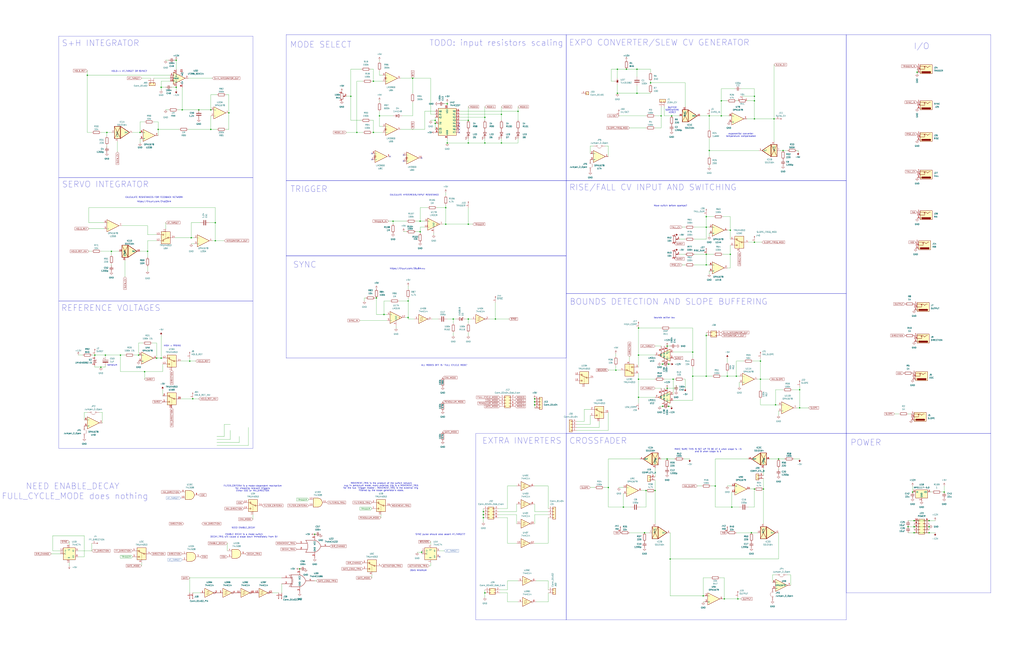
<source format=kicad_sch>
(kicad_sch (version 20250114) (generator "eeschema") (generator_version "9.0")
  (paper "D")
  (lib_symbols
    (symbol "+12V_2" (power) (pin_numbers (hide yes)) (pin_names (offset 0) (hide yes))
      (property "Value" "+12V" (at 0 3.556 0))
      (symbol "+12V_2_1_1"
        (pin power_in line (at 0 0 90) (length 0) (name "~") (number "1"))
      )
    )
    (symbol "+12V_5" (power) (pin_numbers (hide yes)) (pin_names (offset 0) (hide yes))
      (property "Value" "+12V" (at 0 3.556 0))
      (symbol "+12V_5_1_1"
        (pin power_in line (at 0 0 90) (length 0) (name "~") (number "1"))
      )
    )
    (symbol "+12V_6" (power) (pin_numbers (hide yes)) (pin_names (offset 0) (hide yes))
      (property "Value" "+12V" (at 0 3.556 0))
      (symbol "+12V_6_1_1"
        (pin power_in line (at 0 0 90) (length 0) (name "~") (number "1"))
      )
    )
    (symbol "+12V_7" (power) (pin_numbers (hide yes)) (pin_names (offset 0) (hide yes))
      (property "Value" "+12V" (at 0 3.556 0))
      (symbol "+12V_7_1_1"
        (pin power_in line (at 0 0 90) (length 0) (name "~") (number "1"))
      )
    )
    (symbol "+12V_8" (power) (pin_numbers (hide yes)) (pin_names (offset 0) (hide yes))
      (property "Value" "+12V" (at 0 3.556 0))
      (symbol "+12V_8_1_1"
        (pin power_in line (at 0 0 90) (length 0) (name "~") (number "1"))
      )
    )
    (symbol "+5V_1" (power) (pin_numbers (hide yes)) (pin_names (offset 0) (hide yes))
      (property "Value" "+5V" (at 0 3.556 0))
      (symbol "+5V_1_1_1"
        (pin power_in line (at 0 0 90) (length 0) (name "~") (number "1"))
      )
    )
    (symbol "+5V_2" (power) (pin_numbers (hide yes)) (pin_names (offset 0) (hide yes))
      (property "Value" "+5V" (at 0 3.556 0))
      (symbol "+5V_2_1_1"
        (pin power_in line (at 0 0 90) (length 0) (name "~") (number "1"))
      )
    )
    (symbol "+5V_3" (power) (pin_numbers (hide yes)) (pin_names (offset 0) (hide yes))
      (property "Value" "+5V" (at 0 3.556 0))
      (symbol "+5V_3_1_1"
        (pin power_in line (at 0 0 90) (length 0) (name "~") (number "1"))
      )
    )
    (symbol "+5V_4" (power) (pin_numbers (hide yes)) (pin_names (offset 0) (hide yes))
      (property "Value" "+5V" (at 0 3.556 0))
      (symbol "+5V_4_1_1"
        (pin power_in line (at 0 0 90) (length 0) (name "~") (number "1"))
      )
    )
    (symbol "-5V_1" (power) (pin_numbers (hide yes)) (pin_names (offset 0) (hide yes))
      (property "Value" "-5V" (at 0 3.556 0))
      (symbol "-5V_1_0_0"
        (pin power_in line (at 0 0 90) (length 0) (name "~") (number "1"))
      )
    )
    (symbol "-5V_2" (power) (pin_numbers (hide yes)) (pin_names (offset 0) (hide yes))
      (property "Value" "-5V" (at 0 3.556 0))
      (symbol "-5V_2_0_0"
        (pin power_in line (at 0 0 90) (length 0) (name "~") (number "1"))
      )
    )
    (symbol "-5V_3" (power) (pin_numbers (hide yes)) (pin_names (offset 0) (hide yes))
      (property "Value" "-5V" (at 0 3.556 0))
      (symbol "-5V_3_0_0"
        (pin power_in line (at 0 0 90) (length 0) (name "~") (number "1"))
      )
    )
    (symbol "-5V_4" (power) (pin_numbers (hide yes)) (pin_names (offset 0) (hide yes))
      (property "Value" "-5V" (at 0 3.556 0))
      (symbol "-5V_4_0_0"
        (pin power_in line (at 0 0 90) (length 0) (name "~") (number "1"))
      )
    )
    (symbol "74xGxx:74AHC1G32"
      (property "Reference" "U" (at -2.54 3.81 0))
      (property "Value" "74AHC1G32" (at 0 -3.81 0))
      (symbol "74AHC1G32_1_1"
        (pin input line (at -15.24 2.54 0) (length 7.62) (name "~") (number "1"))
        (pin input line (at -15.24 -2.54 0) (length 7.62) (name "~") (number "2"))
        (pin power_in line (at 0 10.16 270) (length 5.08) (name "VCC") (number "5"))
        (pin power_in line (at 0 -10.16 90) (length 5.08) (name "GND") (number "3"))
        (pin output line (at 12.7 0 180) (length 7.62) (name "~") (number "4"))
      )
    )
    (symbol "74xGxx:74AHC1G86"
      (property "Reference" "U" (at -2.54 3.81 0))
      (property "Value" "74AHC1G86" (at 0 -3.81 0))
      (symbol "74AHC1G86_1_1"
        (pin input line (at -15.24 2.54 0) (length 7.62) (name "~") (number "1"))
        (pin input line (at -15.24 -2.54 0) (length 7.62) (name "~") (number "2"))
        (pin power_in line (at 0 10.16 270) (length 5.08) (name "VCC") (number "5"))
        (pin power_in line (at 0 -10.16 90) (length 5.08) (name "GND") (number "3"))
        (pin output line (at 12.7 0 180) (length 7.62) (name "~") (number "4"))
      )
    )
    (symbol "74xx:74HC14" (pin_names (offset 1.016))
      (property "Reference" "U" (at 0 1.27 0))
      (property "Value" "74HC14" (at 0 -1.27 0))
      (symbol "74HC14_1_0"
        (pin input line (at -7.62 0 0) (length 3.81) (name "~") (number "1"))
        (pin output inverted (at 7.62 0 180) (length 3.81) (name "~") (number "2"))
      )
      (symbol "74HC14_2_0"
        (pin input line (at -7.62 0 0) (length 3.81) (name "~") (number "3"))
        (pin output inverted (at 7.62 0 180) (length 3.81) (name "~") (number "4"))
      )
      (symbol "74HC14_3_0"
        (pin input line (at -7.62 0 0) (length 3.81) (name "~") (number "5"))
        (pin output inverted (at 7.62 0 180) (length 3.81) (name "~") (number "6"))
      )
      (symbol "74HC14_4_0"
        (pin input line (at -7.62 0 0) (length 3.81) (name "~") (number "9"))
        (pin output inverted (at 7.62 0 180) (length 3.81) (name "~") (number "8"))
      )
      (symbol "74HC14_5_0"
        (pin input line (at -7.62 0 0) (length 3.81) (name "~") (number "11"))
        (pin output inverted (at 7.62 0 180) (length 3.81) (name "~") (number "10"))
      )
      (symbol "74HC14_6_0"
        (pin input line (at -7.62 0 0) (length 3.81) (name "~") (number "13"))
        (pin output inverted (at 7.62 0 180) (length 3.81) (name "~") (number "12"))
      )
      (symbol "74HC14_7_0"
        (pin power_in line (at 0 12.7 270) (length 5.08) (name "VCC") (number "14"))
        (pin power_in line (at 0 -12.7 90) (length 5.08) (name "GND") (number "7"))
      )
    )
    (symbol "74xx:74HC237"
      (property "Reference" "U" (at -7.62 13.97 0))
      (property "Value" "74HC237" (at 2.54 -11.43 0))
      (symbol "74HC237_1_1"
        (pin input line (at -10.16 10.16 0) (length 2.54) (name "A0") (number "1"))
        (pin input line (at -10.16 7.62 0) (length 2.54) (name "A1") (number "2"))
        (pin input line (at -10.16 5.08 0) (length 2.54) (name "A2") (number "3"))
        (pin input line (at -10.16 0 0) (length 2.54) (name "~{LE}") (number "4"))
        (pin input line (at -10.16 -5.08 0) (length 2.54) (name "~{E1}") (number "5"))
        (pin input line (at -10.16 -7.62 0) (length 2.54) (name "E2") (number "6"))
        (pin power_in line (at 0 15.24 270) (length 2.54) (name "VCC") (number "16"))
        (pin power_in line (at 0 -12.7 90) (length 2.54) (name "GND") (number "8"))
        (pin output line (at 10.16 10.16 180) (length 2.54) (name "Y0") (number "15"))
        (pin output line (at 10.16 7.62 180) (length 2.54) (name "Y1") (number "14"))
        (pin output line (at 10.16 5.08 180) (length 2.54) (name "Y2") (number "13"))
        (pin output line (at 10.16 2.54 180) (length 2.54) (name "Y3") (number "12"))
        (pin output line (at 10.16 0 180) (length 2.54) (name "Y4") (number "11"))
        (pin output line (at 10.16 -2.54 180) (length 2.54) (name "Y5") (number "10"))
        (pin output line (at 10.16 -5.08 180) (length 2.54) (name "Y6") (number "9"))
        (pin output line (at 10.16 -7.62 180) (length 2.54) (name "Y7") (number "7"))
      )
    )
    (symbol "74xx:74HC74" (pin_names (offset 1.016))
      (property "Reference" "U" (at -7.62 8.89 0))
      (property "Value" "74HC74" (at -7.62 -8.89 0))
      (symbol "74HC74_1_0"
        (pin input line (at -7.62 2.54 0) (length 2.54) (name "D") (number "2"))
        (pin input clock (at -7.62 0 0) (length 2.54) (name "C") (number "3"))
        (pin input line (at 0 7.62 270) (length 2.54) (name "~{S}") (number "4"))
        (pin input line (at 0 -7.62 90) (length 2.54) (name "~{R}") (number "1"))
        (pin output line (at 7.62 2.54 180) (length 2.54) (name "Q") (number "5"))
        (pin output line (at 7.62 -2.54 180) (length 2.54) (name "~{Q}") (number "6"))
      )
      (symbol "74HC74_2_0"
        (pin input line (at -7.62 2.54 0) (length 2.54) (name "D") (number "12"))
        (pin input clock (at -7.62 0 0) (length 2.54) (name "C") (number "11"))
        (pin input line (at 0 7.62 270) (length 2.54) (name "~{S}") (number "10"))
        (pin input line (at 0 -7.62 90) (length 2.54) (name "~{R}") (number "13"))
        (pin output line (at 7.62 2.54 180) (length 2.54) (name "Q") (number "9"))
        (pin output line (at 7.62 -2.54 180) (length 2.54) (name "~{Q}") (number "8"))
      )
      (symbol "74HC74_3_0"
        (pin power_in line (at 0 10.16 270) (length 2.54) (name "VCC") (number "14"))
        (pin power_in line (at 0 -10.16 90) (length 2.54) (name "GND") (number "7"))
      )
    )
    (symbol "74xx:74LS08" (pin_names (offset 1.016))
      (property "Reference" "U" (at 0 1.27 0))
      (property "Value" "74LS08" (at 0 -1.27 0))
      (symbol "74LS08_1_1"
        (pin input line (at -7.62 2.54 0) (length 3.81) (name "~") (number "1"))
        (pin input line (at -7.62 -2.54 0) (length 3.81) (name "~") (number "2"))
        (pin output line (at 7.62 0 180) (length 3.81) (name "~") (number "3"))
      )
      (symbol "74LS08_1_2"
        (pin input inverted (at -7.62 2.54 0) (length 4.318) (name "~") (number "1"))
        (pin input inverted (at -7.62 -2.54 0) (length 4.318) (name "~") (number "2"))
        (pin output inverted (at 7.62 0 180) (length 3.81) (name "~") (number "3"))
      )
      (symbol "74LS08_2_1"
        (pin input line (at -7.62 2.54 0) (length 3.81) (name "~") (number "4"))
        (pin input line (at -7.62 -2.54 0) (length 3.81) (name "~") (number "5"))
        (pin output line (at 7.62 0 180) (length 3.81) (name "~") (number "6"))
      )
      (symbol "74LS08_2_2"
        (pin input inverted (at -7.62 2.54 0) (length 4.318) (name "~") (number "4"))
        (pin input inverted (at -7.62 -2.54 0) (length 4.318) (name "~") (number "5"))
        (pin output inverted (at 7.62 0 180) (length 3.81) (name "~") (number "6"))
      )
      (symbol "74LS08_3_1"
        (pin input line (at -7.62 2.54 0) (length 3.81) (name "~") (number "9"))
        (pin input line (at -7.62 -2.54 0) (length 3.81) (name "~") (number "10"))
        (pin output line (at 7.62 0 180) (length 3.81) (name "~") (number "8"))
      )
      (symbol "74LS08_3_2"
        (pin input inverted (at -7.62 2.54 0) (length 4.318) (name "~") (number "9"))
        (pin input inverted (at -7.62 -2.54 0) (length 4.318) (name "~") (number "10"))
        (pin output inverted (at 7.62 0 180) (length 3.81) (name "~") (number "8"))
      )
      (symbol "74LS08_4_1"
        (pin input line (at -7.62 2.54 0) (length 3.81) (name "~") (number "12"))
        (pin input line (at -7.62 -2.54 0) (length 3.81) (name "~") (number "13"))
        (pin output line (at 7.62 0 180) (length 3.81) (name "~") (number "11"))
      )
      (symbol "74LS08_4_2"
        (pin input inverted (at -7.62 2.54 0) (length 4.318) (name "~") (number "12"))
        (pin input inverted (at -7.62 -2.54 0) (length 4.318) (name "~") (number "13"))
        (pin output inverted (at 7.62 0 180) (length 3.81) (name "~") (number "11"))
      )
      (symbol "74LS08_5_0"
        (pin power_in line (at 0 12.7 270) (length 5.08) (name "VCC") (number "14"))
        (pin power_in line (at 0 -12.7 90) (length 5.08) (name "GND") (number "7"))
      )
    )
    (symbol "Amplifier_Operational:OPA1678" (pin_names (offset 0.127))
      (property "Reference" "U" (at 0 5.08 0))
      (property "Value" "OPA1678" (at 0 -5.08 0))
      (symbol "OPA1678_1_1"
        (pin input line (at -7.62 2.54 0) (length 2.54) (name "+") (number "3"))
        (pin input line (at -7.62 -2.54 0) (length 2.54) (name "-") (number "2"))
        (pin output line (at 7.62 0 180) (length 2.54) (name "~") (number "1"))
      )
      (symbol "OPA1678_2_1"
        (pin input line (at -7.62 2.54 0) (length 2.54) (name "+") (number "5"))
        (pin input line (at -7.62 -2.54 0) (length 2.54) (name "-") (number "6"))
        (pin output line (at 7.62 0 180) (length 2.54) (name "~") (number "7"))
      )
      (symbol "OPA1678_3_1"
        (pin power_in line (at -2.54 7.62 270) (length 3.81) (name "V+") (number "8"))
        (pin power_in line (at -2.54 -7.62 90) (length 3.81) (name "V-") (number "4"))
      )
    )
    (symbol "Amplifier_Operational:TL072" (pin_names (offset 0.127))
      (property "Reference" "U" (at 0 5.08 0))
      (property "Value" "TL072" (at 0 -5.08 0))
      (symbol "TL072_1_1"
        (pin input line (at -7.62 2.54 0) (length 2.54) (name "+") (number "3"))
        (pin input line (at -7.62 -2.54 0) (length 2.54) (name "-") (number "2"))
        (pin output line (at 7.62 0 180) (length 2.54) (name "~") (number "1"))
      )
      (symbol "TL072_2_1"
        (pin input line (at -7.62 2.54 0) (length 2.54) (name "+") (number "5"))
        (pin input line (at -7.62 -2.54 0) (length 2.54) (name "-") (number "6"))
        (pin output line (at 7.62 0 180) (length 2.54) (name "~") (number "7"))
      )
      (symbol "TL072_3_1"
        (pin power_in line (at -2.54 7.62 270) (length 3.81) (name "V+") (number "8"))
        (pin power_in line (at -2.54 -7.62 90) (length 3.81) (name "V-") (number "4"))
      )
    )
    (symbol "Amplifier_Operational:TL074" (pin_names (offset 0.127))
      (property "Reference" "U" (at 0 5.08 0))
      (property "Value" "TL074" (at 0 -5.08 0))
      (symbol "TL074_1_1"
        (pin input line (at -7.62 2.54 0) (length 2.54) (name "+") (number "3"))
        (pin input line (at -7.62 -2.54 0) (length 2.54) (name "-") (number "2"))
        (pin output line (at 7.62 0 180) (length 2.54) (name "~") (number "1"))
      )
      (symbol "TL074_2_1"
        (pin input line (at -7.62 2.54 0) (length 2.54) (name "+") (number "5"))
        (pin input line (at -7.62 -2.54 0) (length 2.54) (name "-") (number "6"))
        (pin output line (at 7.62 0 180) (length 2.54) (name "~") (number "7"))
      )
      (symbol "TL074_3_1"
        (pin input line (at -7.62 2.54 0) (length 2.54) (name "+") (number "10"))
        (pin input line (at -7.62 -2.54 0) (length 2.54) (name "-") (number "9"))
        (pin output line (at 7.62 0 180) (length 2.54) (name "~") (number "8"))
      )
      (symbol "TL074_4_1"
        (pin input line (at -7.62 2.54 0) (length 2.54) (name "+") (number "12"))
        (pin input line (at -7.62 -2.54 0) (length 2.54) (name "-") (number "13"))
        (pin output line (at 7.62 0 180) (length 2.54) (name "~") (number "14"))
      )
      (symbol "TL074_5_1"
        (pin power_in line (at -2.54 7.62 270) (length 3.81) (name "V+") (number "4"))
        (pin power_in line (at -2.54 -7.62 90) (length 3.81) (name "V-") (number "11"))
      )
    )
    (symbol "Comparator:LM311" (pin_names (offset 0.127))
      (property "Reference" "U" (at 3.81 6.35 0))
      (property "Value" "LM311" (at 3.81 3.81 0))
      (symbol "LM311_1_1"
        (pin input line (at -7.62 2.54 0) (length 2.54) (name "+") (number "2"))
        (pin input line (at -7.62 -2.54 0) (length 2.54) (name "-") (number "3"))
        (pin power_in line (at -2.54 7.62 270) (length 3.81) (name "V+") (number "8"))
        (pin power_in line (at -2.54 -7.62 90) (length 3.81) (name "V-") (number "4"))
        (pin input line (at 0 7.62 270) (length 5.08) (name "BAL") (number "5"))
        (pin passive line (at 0 -7.62 90) (length 5.08) (name "GND") (number "1"))
        (pin input line (at 2.54 7.62 270) (length 6.35) (name "STRB") (number "6"))
        (pin open_collector line (at 7.62 0 180) (length 2.54) (name "~") (number "7"))
      )
    )
    (symbol "Comparator:LM319" (pin_names (offset 0.127))
      (property "Reference" "U" (at 0 6.35 0))
      (property "Value" "LM319" (at 0 3.81 0))
      (symbol "LM319_1_1"
        (pin input line (at -7.62 2.54 0) (length 2.54) (name "+") (number "4"))
        (pin input line (at -7.62 -2.54 0) (length 2.54) (name "-") (number "5"))
        (pin no_connect line (at 0 2.54 270) (length 2.54) (hide yes) (name "NC") (number "2"))
        (pin no_connect line (at 0 -2.54 90) (length 2.54) (hide yes) (name "NC") (number "1"))
        (pin passive line (at 0 -7.62 90) (length 5.08) (name "GND") (number "3"))
        (pin open_collector line (at 7.62 0 180) (length 2.54) (name "~") (number "12"))
      )
      (symbol "LM319_2_1"
        (pin input line (at -7.62 2.54 0) (length 2.54) (name "+") (number "9"))
        (pin input line (at -7.62 -2.54 0) (length 2.54) (name "-") (number "10"))
        (pin no_connect line (at 0 2.54 270) (length 2.54) (hide yes) (name "NC") (number "14"))
        (pin no_connect line (at 0 -2.54 90) (length 2.54) (hide yes) (name "NC") (number "13"))
        (pin passive line (at 0 -7.62 90) (length 5.08) (name "GND") (number "8"))
        (pin open_collector line (at 7.62 0 180) (length 2.54) (name "~") (number "7"))
      )
      (symbol "LM319_3_1"
        (pin power_in line (at -2.54 7.62 270) (length 3.81) (name "V+") (number "11"))
        (pin power_in line (at -2.54 -7.62 90) (length 3.81) (name "V-") (number "6"))
      )
    )
    (symbol "Connector:Conn_01x01_Pin" (pin_names (offset 1.016) (hide yes))
      (property "Reference" "J" (at 0 2.54 0))
      (property "Value" "Conn_01x01_Pin" (at 0 -2.54 0))
      (symbol "Conn_01x01_Pin_1_1"
        (pin passive line (at 5.08 0 180) (length 3.81) (name "Pin_1") (number "1"))
      )
    )
    (symbol "Connector:Conn_01x02_Pin" (pin_names (offset 1.016) (hide yes))
      (property "Reference" "J" (at 0 2.54 0))
      (property "Value" "Conn_01x02_Pin" (at 0 -5.08 0))
      (symbol "Conn_01x02_Pin_1_1"
        (pin passive line (at 5.08 0 180) (length 3.81) (name "Pin_1") (number "1"))
        (pin passive line (at 5.08 -2.54 180) (length 3.81) (name "Pin_2") (number "2"))
      )
    )
    (symbol "Connector_Generic:Conn_01x01" (pin_names (offset 1.016) (hide yes))
      (property "Reference" "J" (at 0 2.54 0))
      (property "Value" "Conn_01x01" (at 0 -2.54 0))
      (symbol "Conn_01x01_1_1"
        (pin passive line (at -5.08 0 0) (length 3.81) (name "Pin_1") (number "1"))
      )
    )
    (symbol "Connector_Generic:Conn_01x02" (pin_names (offset 1.016) (hide yes))
      (property "Reference" "J" (at 0 2.54 0))
      (property "Value" "Conn_01x02" (at 0 -5.08 0))
      (symbol "Conn_01x02_1_1"
        (pin passive line (at -5.08 0 0) (length 3.81) (name "Pin_1") (number "1"))
        (pin passive line (at -5.08 -2.54 0) (length 3.81) (name "Pin_2") (number "2"))
      )
    )
    (symbol "Connector_Generic:Conn_01x04" (pin_names (offset 1.016) (hide yes))
      (property "Reference" "J" (at 0 5.08 0))
      (property "Value" "Conn_01x04" (at 0 -7.62 0))
      (symbol "Conn_01x04_1_1"
        (pin passive line (at -5.08 2.54 0) (length 3.81) (name "Pin_1") (number "1"))
        (pin passive line (at -5.08 0 0) (length 3.81) (name "Pin_2") (number "2"))
        (pin passive line (at -5.08 -2.54 0) (length 3.81) (name "Pin_3") (number "3"))
        (pin passive line (at -5.08 -5.08 0) (length 3.81) (name "Pin_4") (number "4"))
      )
    )
    (symbol "Connector_Generic:Conn_02x02_Counter_Clockwise" (pin_names (offset 1.016) (hide yes))
      (property "Reference" "J" (at 1.27 2.54 0))
      (property "Value" "Conn_02x02_Counter_Clockwise" (at 1.27 -5.08 0))
      (symbol "Conn_02x02_Counter_Clockwise_1_1"
        (pin passive line (at -5.08 0 0) (length 3.81) (name "Pin_1") (number "1"))
        (pin passive line (at -5.08 -2.54 0) (length 3.81) (name "Pin_2") (number "2"))
        (pin passive line (at 7.62 0 180) (length 3.81) (name "Pin_4") (number "4"))
        (pin passive line (at 7.62 -2.54 180) (length 3.81) (name "Pin_3") (number "3"))
      )
    )
    (symbol "Connector_Generic:Conn_02x02_Odd_Even" (pin_names (offset 1.016) (hide yes))
      (property "Reference" "J" (at 1.27 2.54 0))
      (property "Value" "Conn_02x02_Odd_Even" (at 1.27 -5.08 0))
      (symbol "Conn_02x02_Odd_Even_1_1"
        (pin passive line (at -5.08 0 0) (length 3.81) (name "Pin_1") (number "1"))
        (pin passive line (at -5.08 -2.54 0) (length 3.81) (name "Pin_3") (number "3"))
        (pin passive line (at 7.62 0 180) (length 3.81) (name "Pin_2") (number "2"))
        (pin passive line (at 7.62 -2.54 180) (length 3.81) (name "Pin_4") (number "4"))
      )
    )
    (symbol "Connector_Generic:Conn_02x04_Odd_Even" (pin_names (offset 1.016) (hide yes))
      (property "Reference" "J" (at 1.27 5.08 0))
      (property "Value" "Conn_02x04_Odd_Even" (at 1.27 -7.62 0))
      (symbol "Conn_02x04_Odd_Even_1_1"
        (pin passive line (at -5.08 2.54 0) (length 3.81) (name "Pin_1") (number "1"))
        (pin passive line (at -5.08 0 0) (length 3.81) (name "Pin_3") (number "3"))
        (pin passive line (at -5.08 -2.54 0) (length 3.81) (name "Pin_5") (number "5"))
        (pin passive line (at -5.08 -5.08 0) (length 3.81) (name "Pin_7") (number "7"))
        (pin passive line (at 7.62 2.54 180) (length 3.81) (name "Pin_2") (number "2"))
        (pin passive line (at 7.62 0 180) (length 3.81) (name "Pin_4") (number "4"))
        (pin passive line (at 7.62 -2.54 180) (length 3.81) (name "Pin_6") (number "6"))
        (pin passive line (at 7.62 -5.08 180) (length 3.81) (name "Pin_8") (number "8"))
      )
    )
    (symbol "Connector_Generic:Conn_02x05_Odd_Even" (pin_names (offset 1.016) (hide yes))
      (property "Reference" "J" (at 1.27 7.62 0))
      (property "Value" "Conn_02x05_Odd_Even" (at 1.27 -7.62 0))
      (symbol "Conn_02x05_Odd_Even_1_1"
        (pin passive line (at -5.08 5.08 0) (length 3.81) (name "Pin_1") (number "1"))
        (pin passive line (at -5.08 2.54 0) (length 3.81) (name "Pin_3") (number "3"))
        (pin passive line (at -5.08 0 0) (length 3.81) (name "Pin_5") (number "5"))
        (pin passive line (at -5.08 -2.54 0) (length 3.81) (name "Pin_7") (number "7"))
        (pin passive line (at -5.08 -5.08 0) (length 3.81) (name "Pin_9") (number "9"))
        (pin passive line (at 7.62 5.08 180) (length 3.81) (name "Pin_2") (number "2"))
        (pin passive line (at 7.62 2.54 180) (length 3.81) (name "Pin_4") (number "4"))
        (pin passive line (at 7.62 0 180) (length 3.81) (name "Pin_6") (number "6"))
        (pin passive line (at 7.62 -2.54 180) (length 3.81) (name "Pin_8") (number "8"))
        (pin passive line (at 7.62 -5.08 180) (length 3.81) (name "Pin_10") (number "10"))
      )
    )
    (symbol "Device:C" (pin_numbers (hide yes)) (pin_names (offset 0.254))
      (property "Reference" "C" (at 0.635 2.54 0))
      (property "Value" "C" (at 0.635 -2.54 0))
      (symbol "C_1_1"
        (pin passive line (at 0 3.81 270) (length 2.794) (name "~") (number "1"))
        (pin passive line (at 0 -3.81 90) (length 2.794) (name "~") (number "2"))
      )
    )
    (symbol "Device:C_Polarized" (pin_numbers (hide yes)) (pin_names (offset 0.254))
      (property "Reference" "C" (at 0.635 2.54 0))
      (property "Value" "C_Polarized" (at 0.635 -2.54 0))
      (symbol "C_Polarized_1_1"
        (pin passive line (at 0 3.81 270) (length 2.794) (name "~") (number "1"))
        (pin passive line (at 0 -3.81 90) (length 2.794) (name "~") (number "2"))
      )
    )
    (symbol "Device:C_Small" (pin_numbers (hide yes)) (pin_names (offset 0.254) (hide yes))
      (property "Reference" "C" (at 0.254 1.778 0))
      (property "Value" "C_Small" (at 0.254 -2.032 0))
      (symbol "C_Small_1_1"
        (pin passive line (at 0 2.54 270) (length 2.032) (name "~") (number "1"))
        (pin passive line (at 0 -2.54 90) (length 2.032) (name "~") (number "2"))
      )
    )
    (symbol "Device:D" (pin_numbers (hide yes)) (pin_names (offset 1.016) (hide yes))
      (property "Reference" "D" (at 0 2.54 0))
      (property "Value" "D" (at 0 -2.54 0))
      (symbol "D_1_1"
        (pin passive line (at -3.81 0 0) (length 2.54) (name "K") (number "1"))
        (pin passive line (at 3.81 0 180) (length 2.54) (name "A") (number "2"))
      )
    )
    (symbol "Device:D_Schottky" (pin_numbers (hide yes)) (pin_names (offset 1.016) (hide yes))
      (property "Reference" "D" (at 0 2.54 0))
      (property "Value" "D_Schottky" (at 0 -2.54 0))
      (symbol "D_Schottky_1_1"
        (pin passive line (at -3.81 0 0) (length 2.54) (name "K") (number "1"))
        (pin passive line (at 3.81 0 180) (length 2.54) (name "A") (number "2"))
      )
    )
    (symbol "Device:LED" (pin_numbers (hide yes)) (pin_names (offset 1.016) (hide yes))
      (property "Reference" "D" (at 0 2.54 0))
      (property "Value" "LED" (at 0 -2.54 0))
      (symbol "LED_1_1"
        (pin passive line (at -3.81 0 0) (length 2.54) (name "K") (number "1"))
        (pin passive line (at 3.81 0 180) (length 2.54) (name "A") (number "2"))
      )
    )
    (symbol "Device:R" (pin_numbers (hide yes)) (pin_names (offset 0))
      (property "Reference" "R" (at 2.032 0 90))
      (property "Value" "R" (at 0 0 90))
      (symbol "R_1_1"
        (pin passive line (at 0 3.81 270) (length 1.27) (name "~") (number "1"))
        (pin passive line (at 0 -3.81 90) (length 1.27) (name "~") (number "2"))
      )
    )
    (symbol "Device:R_Potentiometer" (pin_names (offset 1.016) (hide yes))
      (property "Reference" "RV" (at -4.445 0 90))
      (property "Value" "R_Potentiometer" (at -2.54 0 90))
      (symbol "R_Potentiometer_1_1"
        (pin passive line (at 0 3.81 270) (length 1.27) (name "1") (number "1"))
        (pin passive line (at 0 -3.81 90) (length 1.27) (name "3") (number "3"))
        (pin passive line (at 3.81 0 180) (length 1.27) (name "2") (number "2"))
      )
    )
    (symbol "Device:R_Potentiometer_Trim" (pin_names (offset 1.016) (hide yes))
      (property "Reference" "RV" (at -4.445 0 90))
      (property "Value" "R_Potentiometer_Trim" (at -2.54 0 90))
      (symbol "R_Potentiometer_Trim_1_1"
        (pin passive line (at 0 3.81 270) (length 1.27) (name "1") (number "1"))
        (pin passive line (at 0 -3.81 90) (length 1.27) (name "3") (number "3"))
        (pin passive line (at 3.81 0 180) (length 1.27) (name "2") (number "2"))
      )
    )
    (symbol "GND_1" (power) (pin_numbers (hide yes)) (pin_names (offset 0) (hide yes))
      (property "Value" "GND" (at 0 -3.81 0))
      (symbol "GND_1_1_1"
        (pin power_in line (at 0 0 270) (length 0) (name "~") (number "1"))
      )
    )
    (symbol "GND_10" (power) (pin_numbers (hide yes)) (pin_names (offset 0) (hide yes))
      (property "Value" "GND" (at 0 -3.81 0))
      (symbol "GND_10_1_1"
        (pin power_in line (at 0 0 270) (length 0) (name "~") (number "1"))
      )
    )
    (symbol "GND_12" (power) (pin_numbers (hide yes)) (pin_names (offset 0) (hide yes))
      (property "Value" "GND" (at 0 -3.81 0))
      (symbol "GND_12_1_1"
        (pin power_in line (at 0 0 270) (length 0) (name "~") (number "1"))
      )
    )
    (symbol "GND_14" (power) (pin_numbers (hide yes)) (pin_names (offset 0) (hide yes))
      (property "Value" "GND" (at 0 -3.81 0))
      (symbol "GND_14_1_1"
        (pin power_in line (at 0 0 270) (length 0) (name "~") (number "1"))
      )
    )
    (symbol "GND_15" (power) (pin_numbers (hide yes)) (pin_names (offset 0) (hide yes))
      (property "Value" "GND" (at 0 -3.81 0))
      (symbol "GND_15_1_1"
        (pin power_in line (at 0 0 270) (length 0) (name "~") (number "1"))
      )
    )
    (symbol "GND_16" (power) (pin_numbers (hide yes)) (pin_names (offset 0) (hide yes))
      (property "Value" "GND" (at 0 -3.81 0))
      (symbol "GND_16_1_1"
        (pin power_in line (at 0 0 270) (length 0) (name "~") (number "1"))
      )
    )
    (symbol "GND_17" (power) (pin_numbers (hide yes)) (pin_names (offset 0) (hide yes))
      (property "Value" "GND" (at 0 -3.81 0))
      (symbol "GND_17_1_1"
        (pin power_in line (at 0 0 270) (length 0) (name "~") (number "1"))
      )
    )
    (symbol "GND_18" (power) (pin_numbers (hide yes)) (pin_names (offset 0) (hide yes))
      (property "Value" "GND" (at 0 -3.81 0))
      (symbol "GND_18_1_1"
        (pin power_in line (at 0 0 270) (length 0) (name "~") (number "1"))
      )
    )
    (symbol "GND_19" (power) (pin_numbers (hide yes)) (pin_names (offset 0) (hide yes))
      (property "Value" "GND" (at 0 -3.81 0))
      (symbol "GND_19_1_1"
        (pin power_in line (at 0 0 270) (length 0) (name "~") (number "1"))
      )
    )
    (symbol "GND_2" (power) (pin_numbers (hide yes)) (pin_names (offset 0) (hide yes))
      (property "Value" "GND" (at 0 -3.81 0))
      (symbol "GND_2_1_1"
        (pin power_in line (at 0 0 270) (length 0) (name "~") (number "1"))
      )
    )
    (symbol "GND_20" (power) (pin_numbers (hide yes)) (pin_names (offset 0) (hide yes))
      (property "Value" "GND" (at 0 -3.81 0))
      (symbol "GND_20_1_1"
        (pin power_in line (at 0 0 270) (length 0) (name "~") (number "1"))
      )
    )
    (symbol "GND_21" (power) (pin_numbers (hide yes)) (pin_names (offset 0) (hide yes))
      (property "Value" "GND" (at 0 -3.81 0))
      (symbol "GND_21_1_1"
        (pin power_in line (at 0 0 270) (length 0) (name "~") (number "1"))
      )
    )
    (symbol "GND_22" (power) (pin_numbers (hide yes)) (pin_names (offset 0) (hide yes))
      (property "Value" "GND" (at 0 -3.81 0))
      (symbol "GND_22_1_1"
        (pin power_in line (at 0 0 270) (length 0) (name "~") (number "1"))
      )
    )
    (symbol "GND_23" (power) (pin_numbers (hide yes)) (pin_names (offset 0) (hide yes))
      (property "Value" "GND" (at 0 -3.81 0))
      (symbol "GND_23_1_1"
        (pin power_in line (at 0 0 270) (length 0) (name "~") (number "1"))
      )
    )
    (symbol "GND_24" (power) (pin_numbers (hide yes)) (pin_names (offset 0) (hide yes))
      (property "Value" "GND" (at 0 -3.81 0))
      (symbol "GND_24_1_1"
        (pin power_in line (at 0 0 270) (length 0) (name "~") (number "1"))
      )
    )
    (symbol "GND_25" (power) (pin_numbers (hide yes)) (pin_names (offset 0) (hide yes))
      (property "Value" "GND" (at 0 -3.81 0))
      (symbol "GND_25_1_1"
        (pin power_in line (at 0 0 270) (length 0) (name "~") (number "1"))
      )
    )
    (symbol "GND_26" (power) (pin_numbers (hide yes)) (pin_names (offset 0) (hide yes))
      (property "Value" "GND" (at 0 -3.81 0))
      (symbol "GND_26_1_1"
        (pin power_in line (at 0 0 270) (length 0) (name "~") (number "1"))
      )
    )
    (symbol "GND_27" (power) (pin_numbers (hide yes)) (pin_names (offset 0) (hide yes))
      (property "Value" "GND" (at 0 -3.81 0))
      (symbol "GND_27_1_1"
        (pin power_in line (at 0 0 270) (length 0) (name "~") (number "1"))
      )
    )
    (symbol "GND_28" (power) (pin_numbers (hide yes)) (pin_names (offset 0) (hide yes))
      (property "Value" "GND" (at 0 -3.81 0))
      (symbol "GND_28_1_1"
        (pin power_in line (at 0 0 270) (length 0) (name "~") (number "1"))
      )
    )
    (symbol "GND_29" (power) (pin_numbers (hide yes)) (pin_names (offset 0) (hide yes))
      (property "Value" "GND" (at 0 -3.81 0))
      (symbol "GND_29_1_1"
        (pin power_in line (at 0 0 270) (length 0) (name "~") (number "1"))
      )
    )
    (symbol "GND_3" (power) (pin_numbers (hide yes)) (pin_names (offset 0) (hide yes))
      (property "Value" "GND" (at 0 -3.81 0))
      (symbol "GND_3_1_1"
        (pin power_in line (at 0 0 270) (length 0) (name "~") (number "1"))
      )
    )
    (symbol "GND_30" (power) (pin_numbers (hide yes)) (pin_names (offset 0) (hide yes))
      (property "Value" "GND" (at 0 -3.81 0))
      (symbol "GND_30_1_1"
        (pin power_in line (at 0 0 270) (length 0) (name "~") (number "1"))
      )
    )
    (symbol "GND_31" (power) (pin_numbers (hide yes)) (pin_names (offset 0) (hide yes))
      (property "Value" "GND" (at 0 -3.81 0))
      (symbol "GND_31_1_1"
        (pin power_in line (at 0 0 270) (length 0) (name "~") (number "1"))
      )
    )
    (symbol "GND_32" (power) (pin_numbers (hide yes)) (pin_names (offset 0) (hide yes))
      (property "Value" "GND" (at 0 -3.81 0))
      (symbol "GND_32_1_1"
        (pin power_in line (at 0 0 270) (length 0) (name "~") (number "1"))
      )
    )
    (symbol "GND_33" (power) (pin_numbers (hide yes)) (pin_names (offset 0) (hide yes))
      (property "Value" "GND" (at 0 -3.81 0))
      (symbol "GND_33_1_1"
        (pin power_in line (at 0 0 270) (length 0) (name "~") (number "1"))
      )
    )
    (symbol "GND_34" (power) (pin_numbers (hide yes)) (pin_names (offset 0) (hide yes))
      (property "Value" "GND" (at 0 -3.81 0))
      (symbol "GND_34_1_1"
        (pin power_in line (at 0 0 270) (length 0) (name "~") (number "1"))
      )
    )
    (symbol "GND_35" (power) (pin_numbers (hide yes)) (pin_names (offset 0) (hide yes))
      (property "Value" "GND" (at 0 -3.81 0))
      (symbol "GND_35_1_1"
        (pin power_in line (at 0 0 270) (length 0) (name "~") (number "1"))
      )
    )
    (symbol "GND_36" (power) (pin_numbers (hide yes)) (pin_names (offset 0) (hide yes))
      (property "Value" "GND" (at 0 -3.81 0))
      (symbol "GND_36_1_1"
        (pin power_in line (at 0 0 270) (length 0) (name "~") (number "1"))
      )
    )
    (symbol "GND_38" (power) (pin_numbers (hide yes)) (pin_names (offset 0) (hide yes))
      (property "Value" "GND" (at 0 -3.81 0))
      (symbol "GND_38_1_1"
        (pin power_in line (at 0 0 270) (length 0) (name "~") (number "1"))
      )
    )
    (symbol "GND_39" (power) (pin_numbers (hide yes)) (pin_names (offset 0) (hide yes))
      (property "Value" "GND" (at 0 -3.81 0))
      (symbol "GND_39_1_1"
        (pin power_in line (at 0 0 270) (length 0) (name "~") (number "1"))
      )
    )
    (symbol "GND_4" (power) (pin_numbers (hide yes)) (pin_names (offset 0) (hide yes))
      (property "Value" "GND" (at 0 -3.81 0))
      (symbol "GND_4_1_1"
        (pin power_in line (at 0 0 270) (length 0) (name "~") (number "1"))
      )
    )
    (symbol "GND_40" (power) (pin_numbers (hide yes)) (pin_names (offset 0) (hide yes))
      (property "Value" "GND" (at 0 -3.81 0))
      (symbol "GND_40_1_1"
        (pin power_in line (at 0 0 270) (length 0) (name "~") (number "1"))
      )
    )
    (symbol "GND_41" (power) (pin_numbers (hide yes)) (pin_names (offset 0) (hide yes))
      (property "Value" "GND" (at 0 -3.81 0))
      (symbol "GND_41_1_1"
        (pin power_in line (at 0 0 270) (length 0) (name "~") (number "1"))
      )
    )
    (symbol "GND_5" (power) (pin_numbers (hide yes)) (pin_names (offset 0) (hide yes))
      (property "Value" "GND" (at 0 -3.81 0))
      (symbol "GND_5_1_1"
        (pin power_in line (at 0 0 270) (length 0) (name "~") (number "1"))
      )
    )
    (symbol "GND_6" (power) (pin_numbers (hide yes)) (pin_names (offset 0) (hide yes))
      (property "Value" "GND" (at 0 -3.81 0))
      (symbol "GND_6_1_1"
        (pin power_in line (at 0 0 270) (length 0) (name "~") (number "1"))
      )
    )
    (symbol "GND_7" (power) (pin_numbers (hide yes)) (pin_names (offset 0) (hide yes))
      (property "Value" "GND" (at 0 -3.81 0))
      (symbol "GND_7_1_1"
        (pin power_in line (at 0 0 270) (length 0) (name "~") (number "1"))
      )
    )
    (symbol "GND_9" (power) (pin_numbers (hide yes)) (pin_names (offset 0) (hide yes))
      (property "Value" "GND" (at 0 -3.81 0))
      (symbol "GND_9_1_1"
        (pin power_in line (at 0 0 270) (length 0) (name "~") (number "1"))
      )
    )
    (symbol "Jumper:Jumper_2_Open" (pin_numbers (hide yes)) (pin_names (offset 0) (hide yes))
      (property "Reference" "JP" (at 0 2.794 0))
      (property "Value" "Jumper_2_Open" (at 0 -2.286 0))
      (symbol "Jumper_2_Open_1_1"
        (pin passive line (at -5.08 0 0) (length 2.54) (name "A") (number "1"))
        (pin passive line (at 5.08 0 180) (length 2.54) (name "B") (number "2"))
      )
    )
    (symbol "Reference_Voltage:LM4040DBZ-5" (pin_names (offset 0.0254) (hide yes))
      (property "Reference" "U" (at 0 2.54 0))
      (property "Value" "LM4040DBZ-5" (at 0 -3.175 0))
      (symbol "LM4040DBZ-5_1_1"
        (pin passive line (at -3.81 0 0) (length 2.54) (name "A") (number "2"))
        (pin no_connect line (at -1.27 0 0) (length 2.54) (hide yes) (name "NC") (number "3"))
        (pin passive line (at 3.81 0 180) (length 2.54) (name "K") (number "1"))
      )
    )
    (symbol "Reference_Voltage:TL431DBZ" (pin_numbers (hide yes)) (pin_names (hide yes))
      (property "Reference" "U" (at -2.54 2.54 0))
      (property "Value" "TL431DBZ" (at 0 -2.54 0))
      (symbol "TL431DBZ_1_1"
        (pin passive line (at -2.54 0 0) (length 2.54) (name "A") (number "3"))
        (pin passive line (at 0 2.54 270) (length 2.54) (name "REF") (number "2"))
        (pin passive line (at 2.54 0 180) (length 2.54) (name "K") (number "1"))
      )
    )
    (symbol "Regulator_Linear:AMS1117-5.0"
      (property "Reference" "U" (at -3.81 3.175 0))
      (property "Value" "AMS1117-5.0" (at 0 3.175 0))
      (symbol "AMS1117-5.0_1_1"
        (pin power_in line (at -7.62 0 0) (length 2.54) (name "VI") (number "3"))
        (pin power_in line (at 0 -7.62 90) (length 2.54) (name "GND") (number "1"))
        (pin power_out line (at 7.62 0 180) (length 2.54) (name "VO") (number "2"))
      )
    )
    (symbol "TMUX4053_1"
      (property "Reference" "U" (at 5.08 8.89 0))
      (property "Value" "TMUX4053" (at 5.08 6.985 0))
      (symbol "TMUX4053_1_1_1"
        (pin passive line (at -7.62 0 0) (length 2.54) (name "~") (number "14"))
        (pin input line (at 0 -7.62 90) (length 2.54) (name "~") (number "11"))
        (pin passive line (at 7.62 2.54 180) (length 2.54) (name "~") (number "12"))
        (pin passive line (at 7.62 -2.54 180) (length 2.54) (name "~") (number "13"))
      )
      (symbol "TMUX4053_1_2_1"
        (pin passive line (at -7.62 0 0) (length 2.54) (name "~") (number "15"))
        (pin input line (at 0 -7.62 90) (length 2.54) (name "~") (number "10"))
        (pin passive line (at 7.62 2.54 180) (length 2.54) (name "~") (number "2"))
        (pin passive line (at 7.62 -2.54 180) (length 2.54) (name "~") (number "1"))
      )
      (symbol "TMUX4053_1_3_1"
        (pin passive line (at -7.62 0 0) (length 2.54) (name "~") (number "4"))
        (pin input line (at 0 -7.62 90) (length 2.54) (name "~") (number "9"))
        (pin passive line (at 7.62 2.54 180) (length 2.54) (name "~") (number "5"))
        (pin passive line (at 7.62 -2.54 180) (length 2.54) (name "~") (number "3"))
      )
      (symbol "TMUX4053_1_4_1"
        (pin power_in line (at -2.54 -12.7 90) (length 2.54) (name "INH") (number "6"))
        (pin power_in line (at 0 12.7 270) (length 2.54) (name "VDD") (number "16"))
        (pin power_in line (at 0 -12.7 90) (length 2.54) (name "VEE") (number "7"))
        (pin power_in line (at 2.54 -12.7 90) (length 2.54) (name "VSS") (number "8"))
      )
    )
    (symbol "TMUX4053_2"
      (property "Reference" "U" (at 5.08 8.89 0))
      (property "Value" "TMUX4053" (at 5.08 6.985 0))
      (symbol "TMUX4053_2_1_1"
        (pin passive line (at -7.62 0 0) (length 2.54) (name "~") (number "14"))
        (pin input line (at 0 -7.62 90) (length 2.54) (name "~") (number "11"))
        (pin passive line (at 7.62 2.54 180) (length 2.54) (name "~") (number "12"))
        (pin passive line (at 7.62 -2.54 180) (length 2.54) (name "~") (number "13"))
      )
      (symbol "TMUX4053_2_2_1"
        (pin passive line (at -7.62 0 0) (length 2.54) (name "~") (number "15"))
        (pin input line (at 0 -7.62 90) (length 2.54) (name "~") (number "10"))
        (pin passive line (at 7.62 2.54 180) (length 2.54) (name "~") (number "2"))
        (pin passive line (at 7.62 -2.54 180) (length 2.54) (name "~") (number "1"))
      )
      (symbol "TMUX4053_2_3_1"
        (pin passive line (at -7.62 0 0) (length 2.54) (name "~") (number "4"))
        (pin input line (at 0 -7.62 90) (length 2.54) (name "~") (number "9"))
        (pin passive line (at 7.62 2.54 180) (length 2.54) (name "~") (number "5"))
        (pin passive line (at 7.62 -2.54 180) (length 2.54) (name "~") (number "3"))
      )
      (symbol "TMUX4053_2_4_1"
        (pin power_in line (at -2.54 -12.7 90) (length 2.54) (name "VEE") (number "7"))
        (pin power_in line (at 0 12.7 270) (length 2.54) (name "VDD") (number "16"))
        (pin power_in line (at 2.54 -12.7 90) (length 2.54) (name "VSS") (number "8"))
        (pin power_in line (at 6.35 -2.54 180) (length 2.54) (name "~{EN}") (number "6"))
      )
    )
    (symbol "custom_ic:LF398_SOIC14" (pin_names (offset 0.127))
      (property "Reference" "U" (at 5.08 3.81 0))
      (property "Value" "LF398_SOIC14" (at 5.08 -2.54 0))
      (symbol "LF398_SOIC14_1_1"
        (pin input line (at -7.62 2.54 0) (length 2.54) (name "I") (number "1"))
        (pin input line (at -7.62 0 0) (length 2.54) (name "Hold") (number "11"))
        (pin passive line (at -7.62 -2.54 0) (length 2.54) (name "T") (number "10"))
        (pin no_connect line (at -5.08 2.54 270) (length 2.54) (hide yes) (name "NC") (number "2"))
        (pin no_connect line (at -5.08 -2.54 90) (length 2.54) (hide yes) (name "NC") (number "5"))
        (pin passive line (at -2.54 7.62 270) (length 3.81) (name "V+") (number "12"))
        (pin no_connect line (at -2.54 2.54 270) (length 2.54) (hide yes) (name "NC") (number "4"))
        (pin no_connect line (at -2.54 -2.54 90) (length 2.54) (hide yes) (name "NC") (number "6"))
        (pin passive line (at -2.54 -7.62 90) (length 3.81) (name "V-") (number "3"))
        (pin no_connect line (at 0 2.54 270) (length 2.54) (hide yes) (name "NC") (number "9"))
        (pin no_connect line (at 0 -2.54 90) (length 2.54) (hide yes) (name "NC") (number "13"))
        (pin passive line (at 2.54 7.62 270) (length 2.54) (name "Adj") (number "14"))
        (pin passive line (at 2.54 -7.62 90) (length 2.54) (name "Ch") (number "8"))
        (pin output line (at 7.62 0 180) (length 2.54) (name "~") (number "7"))
      )
    )
    (symbol "custom_ic:LM3900" (pin_names (offset 0.127))
      (property "Reference" "U" (at 0 5.08 0))
      (property "Value" "LM3900" (at 0 -5.08 0))
      (symbol "LM3900_1_1"
        (pin input line (at -7.62 2.54 0) (length 2.54) (name "+") (number "1"))
        (pin input line (at -7.62 -2.54 0) (length 2.54) (name "-") (number "6"))
        (pin output line (at 7.62 0 180) (length 2.54) (name "~") (number "5"))
      )
      (symbol "LM3900_2_1"
        (pin input line (at -7.62 2.54 0) (length 2.54) (name "+") (number "2"))
        (pin input line (at -7.62 -2.54 0) (length 2.54) (name "-") (number "3"))
        (pin output line (at 7.62 0 180) (length 2.54) (name "~") (number "4"))
      )
      (symbol "LM3900_3_1"
        (pin input line (at -7.62 2.54 0) (length 2.54) (name "+") (number "13"))
        (pin input line (at -7.62 -2.54 0) (length 2.54) (name "-") (number "8"))
        (pin output line (at 7.62 0 180) (length 2.54) (name "~") (number "9"))
      )
      (symbol "LM3900_4_1"
        (pin input line (at -7.62 2.54 0) (length 2.54) (name "+") (number "12"))
        (pin input line (at -7.62 -2.54 0) (length 2.54) (name "-") (number "11"))
        (pin output line (at 7.62 0 180) (length 2.54) (name "~") (number "10"))
      )
      (symbol "LM3900_5_1"
        (pin power_in line (at -2.54 7.62 270) (length 3.81) (name "VCC") (number "14"))
        (pin power_in line (at -2.54 -7.62 90) (length 3.81) (name "GND") (number "7"))
      )
    )
    (symbol "custom_ic:SSI2164" (pin_names (offset 1.016))
      (property "Reference" "IC" (at 5.08 5.08 0))
      (property "Value" "SSI2164" (at 5.08 -7.62 0))
      (symbol "SSI2164_1_1"
        (pin input line (at -5.08 0 0) (length 2.54) (name "IN") (number "2"))
        (pin input line (at 0 7.62 270) (length 2.54) (name "CTRL") (number "3"))
        (pin output line (at 12.7 0 180) (length 2.54) (name "OUT") (number "4"))
      )
      (symbol "SSI2164_2_1"
        (pin input line (at -5.08 0 0) (length 2.54) (name "IN") (number "7"))
        (pin input line (at 0 7.62 270) (length 2.54) (name "CTRL") (number "6"))
        (pin output line (at 12.7 0 180) (length 2.54) (name "OUT") (number "5"))
      )
      (symbol "SSI2164_3_1"
        (pin input line (at -5.08 0 0) (length 2.54) (name "IN") (number "10"))
        (pin input line (at 0 7.62 270) (length 2.54) (name "CTRL") (number "11"))
        (pin output line (at 12.7 0 180) (length 2.54) (name "OUT") (number "12"))
      )
      (symbol "SSI2164_4_1"
        (pin input line (at -5.08 0 0) (length 2.54) (name "IN") (number "15"))
        (pin input line (at 0 7.62 270) (length 2.54) (name "CTRL") (number "14"))
        (pin output line (at 12.7 0 180) (length 2.54) (name "OUT") (number "13"))
      )
      (symbol "SSI2164_5_0"
        (text "V+" (at 0.254 3.429 0) (effects (font (size 1.778 1.778))))
        (text "V-" (at 0.254 -8.763 0) (effects (font (size 1.778 1.778))))
        (text "MODE" (at 0.508 -0.127 0) (effects (font (size 1.778 1.778))))
        (text "GND" (at 1.651 -4.953 0) (effects (font (size 1.778 1.778))))
      )
      (symbol "SSI2164_5_1"
        (pin power_in line (at 0 7.62 270) (length 2.54) (name "V+") (number "16"))
        (pin power_in line (at 0 -12.7 90) (length 2.54) (name "V-") (number "9"))
        (pin input line (at 7.62 0 180) (length 2.54) (name "MODE") (number "1"))
        (pin power_in line (at 7.62 -5.08 180) (length 2.54) (name "GND") (number "8"))
      )
    )
    (symbol "custom_ic:TMUX4053"
      (property "Reference" "U" (at 5.08 8.89 0))
      (property "Value" "TMUX4053" (at 5.08 6.985 0))
      (symbol "TMUX4053_1_1"
        (pin passive line (at -7.62 0 0) (length 2.54) (name "~") (number "14"))
        (pin input line (at 0 -7.62 90) (length 2.54) (name "~") (number "11"))
        (pin passive line (at 7.62 2.54 180) (length 2.54) (name "~") (number "12"))
        (pin passive line (at 7.62 -2.54 180) (length 2.54) (name "~") (number "13"))
      )
      (symbol "TMUX4053_2_1"
        (pin passive line (at -7.62 0 0) (length 2.54) (name "~") (number "15"))
        (pin input line (at 0 -7.62 90) (length 2.54) (name "~") (number "10"))
        (pin passive line (at 7.62 2.54 180) (length 2.54) (name "~") (number "2"))
        (pin passive line (at 7.62 -2.54 180) (length 2.54) (name "~") (number "1"))
      )
      (symbol "TMUX4053_3_1"
        (pin passive line (at -7.62 0 0) (length 2.54) (name "~") (number "4"))
        (pin input line (at 0 -7.62 90) (length 2.54) (name "~") (number "9"))
        (pin passive line (at 7.62 2.54 180) (length 2.54) (name "~") (number "5"))
        (pin passive line (at 7.62 -2.54 180) (length 2.54) (name "~") (number "3"))
      )
      (symbol "TMUX4053_4_1"
        (pin power_in line (at -2.54 -12.7 90) (length 2.54) (name "VEE") (number "7"))
        (pin power_in line (at 0 12.7 270) (length 2.54) (name "VDD") (number "16"))
        (pin power_in line (at 2.54 -12.7 90) (length 2.54) (name "VSS") (number "8"))
        (pin power_in line (at 6.35 -2.54 180) (length 2.54) (name "~{EN}") (number "6"))
      )
    )
    (symbol "power:+12V" (power) (pin_names (offset 0))
      (property "Value" "+12V" (at 0 3.556 0))
      (symbol "+12V_1_1"
        (pin power_in line (at 0 0 90) (length 0) (hide yes) (name "+12V") (number "1"))
      )
    )
    (symbol "power:+5V" (power) (pin_numbers (hide yes)) (pin_names (offset 0) (hide yes))
      (property "Value" "+5V" (at 0 3.556 0))
      (symbol "+5V_1_1"
        (pin power_in line (at 0 0 90) (length 0) (name "~") (number "1"))
      )
    )
    (symbol "power:-12V" (power) (pin_numbers (hide yes)) (pin_names (offset 0) (hide yes))
      (property "Value" "-12V" (at 0 3.556 0))
      (symbol "-12V_0_0"
        (pin power_in line (at 0 0 90) (length 0) (name "~") (number "1"))
      )
    )
    (symbol "power:-5V" (power) (pin_names (offset 0))
      (property "Value" "-5V" (at 0 3.81 0))
      (symbol "-5V_0_0"
        (pin power_in line (at 0 0 90) (length 0) (hide yes) (name "-5V") (number "1"))
      )
    )
    (symbol "power:GND" (power) (pin_names (offset 0))
      (property "Value" "GND" (at 0 -3.81 0))
      (symbol "GND_1_1"
        (pin power_in line (at 0 0 270) (length 0) (hide yes) (name "GND") (number "1"))
      )
    )
    (symbol "starling_symbols:Barrel_Jack_Switch" (pin_names (hide yes))
      (property "Reference" "J28" (at -6.35 -1.2701 0))
      (property "Value" "FALL" (at -6.35 1.2699 0))
      (symbol "Barrel_Jack_Switch_1_1"
        (pin passive line (at 7.62 2.54 180) (length 2.54) (name "~") (number "S"))
        (pin passive line (at 7.62 0 180) (length 2.54) (name "~") (number "TN"))
        (pin passive line (at 7.62 -2.54 180) (length 2.54) (name "~") (number "T"))
      )
    )
  )
  (rectangle (start 713.74 29.21) (end 835.66 365.76))
  (rectangle (start 477.52 365.76) (end 713.74 523.24))
  (rectangle (start 49.53 149.86) (end 213.36 254))
  (rectangle (start 401.32 365.76) (end 477.52 523.24))
  (rectangle (start 49.53 254) (end 213.36 378.46))
  (rectangle (start 241.3 152.4) (end 477.52 215.9))
  (rectangle (start 49.53 30.48) (end 213.36 149.86))
  (rectangle (start 241.3 29.21) (end 477.52 152.4))
  (rectangle (start 713.74 365.76) (end 835.66 500.38))
  (rectangle (start 477.52 152.4) (end 713.74 247.65))
  (rectangle (start 477.52 247.65) (end 713.74 365.76))
  (rectangle (start 477.52 29.21) (end 713.74 152.4))
  (rectangle (start 241.3 215.9) (end 477.52 302.26))
  (text "rise/fall cv" (at 451.358 649.986 0) (effects (font (size 1.27 1.27))))
  (text "EXPO CONVERTER/SLEW CV GENERATOR" (at 556.006 36.068 0) (effects (font (size 5.08 5.08))))
  (text "FILTER_CRITERIA is a mode-dependent mechanism\nfor choosing relevant triggers\nEither EOC or INV_DIRECTION" (at 213.106 412.242 0) (effects (font (size 1.27 1.27))))
  (text "CALCULATE HYSTERESIS/INPUT RESISTANCE" (at 349.504 164.592 0) (effects (font (size 1.27 1.27))))
  (text "crossfader" (at 535.178 649.478 0) (effects (font (size 1.27 1.27))))
  (text "exponential converter\ntemperature compensated" (at 624.84 114.046 0) (effects (font (size 1.27 1.27))))
  (text "FULL_CYCLE_MODE does nothing" (at 63.246 418.846 0) (effects (font (size 5.08 5.08))))
  (text "crossfader" (at 577.85 581.406 0) (effects (font (size 1.27 1.27))))
  (text "trig/sync" (at 344.424 584.708 0) (effects (font (size 1.27 1.27))))
  (text "slope" (at 427.228 649.732 0) (effects (font (size 1.27 1.27))))
  (text "POWER" (at 730.25 373.634 0) (effects (font (size 5.08 5.08))))
  (text "ENABLE DECAY is a mode switch\nDECAY_TRIG will cause a slope down immediately from 5V" (at 205.74 452.12 0) (effects (font (size 1.27 1.27))))
  (text "NEED ENABLE_DECAY " (at 63.246 410.464 0) (effects (font (size 5.08 5.08))))
  (text "NEED ENABLE_DECAY " (at 205.74 445.516 0) (effects (font (size 1.27 1.27))))
  (text "SYNC" (at 257.048 223.52 0) (effects (font (size 5.08 5.08))))
  (text "Can this be +5V?" (at 741.68 569.976 0) (effects (font (size 5.08 5.08))))
  (text "REFERENCE VOLTAGES" (at 93.472 260.096 0) (effects (font (size 5.08 5.08))))
  (text "ALL MODES OFF IS \"FULL CYLCLE MODE\"" (at 374.904 308.356 0) (effects (font (size 1.27 1.27))))
  (text "EXTRA INVERTERS" (at 440.182 372.11 0) (effects (font (size 5.08 5.08))))
  (text "flip flop mode logic" (at 439.928 579.628 0) (effects (font (size 1.27 1.27))))
  (text "HIGH = RISING" (at 145.288 291.846 0) (effects (font (size 1.27 1.27))))
  (text "servo integrator" (at 476.504 649.732 0) (effects (font (size 1.27 1.27))))
  (text "CALCULATE RESISTANCES FOR FEEDBACK NETWORK" (at 130.048 166.624 0) (effects (font (size 1.27 1.27))))
  (text "AND mode logic" (at 414.02 577.596 0) (effects (font (size 1.27 1.27))))
  (text "https://tinyurl.com/26u8mvxu\n" (at 343.662 226.822 0) (effects (font (size 1.27 1.27))))
  (text "BOUNDS DETECTION AND SLOPE BUFFERING" (at 563.88 254.762 0) (effects (font (size 5.08 5.08))))
  (text "bounds active low" (at 560.324 268.224 0) (effects (font (size 1.27 1.27))))
  (text "reference" (at 375.158 650.748 0) (effects (font (size 1.27 1.27))))
  (text "MOVEMENT_TRIG is the product of the switch network\ne.g. in pendulum mode, every external trig is a MOVEMENT_TRIG\nfor the two \"trigger modes\", MOVEMENT_TRIG is the external trig \nfiltered by the slope generator's state." (at 321.564 410.972 0) (effects (font (size 1.27 1.27))))
  (text "s+h integrator" (at 501.904 649.732 0) (effects (font (size 1.27 1.27))))
  (text "MAKE SURE THIS IS SET UP TO BE AT A when slope is -5\nand B when slope is 5" (at 597.154 380.238 0) (effects (font (size 1.27 1.27))))
  (text "HOLD-> AT_TARGET OR !SYNC?" (at 108.966 60.198 0) (effects (font (size 1.27 1.27))))
  (text "CROSSFADER" (at 504.444 372.11 0) (effects (font (size 5.08 5.08))))
  (text "reference/bounds" (at 668.02 575.818 0) (effects (font (size 1.27 1.27))))
  (text "20nS MINIMUM" (at 352.806 481.584 0) (effects (font (size 1.27 1.27))))
  (text "SERVO INTEGRATOR" (at 88.9 155.702 0) (effects (font (size 5.08 5.08))))
  (text "https://tinyurl.com/24ptj5km" (at 130.048 170.18 0) (effects (font (size 1.27 1.27))))
  (text "tantalum" (at 94.742 308.102 0) (effects (font (size 1.27 1.27))))
  (text "BUFFER\nSOMEWHERE\nHERE?" (at 566.928 92.964 0) (effects (font (size 1.27 1.27))))
  (text "S+H INTEGRATOR" (at 84.836 36.576 0) (effects (font (size 5.08 5.08))))
  (text "mode sel" (at 373.126 584.962 0) (effects (font (size 1.27 1.27))))
  (text "Move switch before opamps?" (at 565.404 173.736 0) (effects (font (size 1.27 1.27))))
  (text "logic" (at 714.502 576.072 0) (effects (font (size 1.27 1.27))))
  (text "TODO: input resistors scaling" (at 418.592 36.322 0) (effects (font (size 5.08 5.08))))
  (text "I/O" (at 777.24 39.116 0) (effects (font (size 5.08 5.08))))
  (text "TRIGGER" (at 260.604 159.766 0) (effects (font (size 5.08 5.08))))
  (text "SYNC pulse should also assert AT_TARGET?" (at 371.348 451.104 0) (effects (font (size 1.27 1.27))))
  (text "rise/fall" (at 692.404 575.818 0) (effects (font (size 1.27 1.27))))
  (text "MODE SELECT" (at 270.51 37.846 0) (effects (font (size 5.08 5.08))))
  (text "RISE/FALL CV INPUT AND SWITCHING" (at 550.672 158.242 0) (effects (font (size 5.08 5.08))))
  (text "expo" (at 401.828 649.732 0) (effects (font (size 1.27 1.27))))
  (text "delay lines/dir inv/sync" (at 299.466 581.406 0) (effects (font (size 1.27 1.27))))
  (junction (at 181.61 203.2))
  (junction (at 252.73 480.06))
  (junction (at 694.69 614.68))
  (junction (at 133.35 109.22))
  (junction (at 562.61 327.66))
  (junction (at 422.91 96.52))
  (junction (at 610.87 505.46))
  (junction (at 167.64 92.71))
  (junction (at 656.59 387.35))
  (junction (at 496.57 665.48))
  (junction (at 538.48 320.04))
  (junction (at 595.63 191.77))
  (junction (at 412.75 610.87))
  (junction (at 295.91 81.28))
  (junction (at 367.03 104.14))
  (junction (at 193.04 95.25))
  (junction (at 298.45 614.68))
  (junction (at 538.48 276.86))
  (junction (at 375.92 608.33))
  (junction (at 482.6 673.1))
  (junction (at 177.8 109.22))
  (junction (at 422.91 120.65))
  (junction (at 660.4 127))
  (junction (at 181.61 187.96))
  (junction (at 339.09 600.71))
  (junction (at 124.46 212.09))
  (junction (at 670.56 614.68))
  (junction (at 369.57 665.48))
  (junction (at 636.27 204.47))
  (junction (at 309.88 589.28))
  (junction (at 665.48 614.68))
  (junction (at 508 657.86))
  (junction (at 643.89 412.75))
  (junction (at 770.89 439.42))
  (junction (at 439.42 608.33))
  (junction (at 314.96 111.76))
  (junction (at 450.85 341.63))
  (junction (at 519.43 312.42))
  (junction (at 537.21 58.42))
  (junction (at 715.01 617.22))
  (junction (at 520.7 78.74))
  (junction (at 406.4 657.86))
  (junction (at 598.17 127))
  (junction (at 508 673.1))
  (junction (at 595.63 214.63))
  (junction (at 641.35 320.04))
  (junction (at 541.02 657.86))
  (junction (at 689.61 614.68))
  (junction (at 608.33 85.09) (diameter 0.9144))
  (junction (at 482.6 657.86))
  (junction (at 674.37 328.93))
  (junction (at 287.02 589.28))
  (junction (at 408.94 99.06))
  (junction (at 445.77 665.48))
  (junction (at 674.37 344.17))
  (junction (at 584.2 317.5))
  (junction (at 543.56 449.58) (diameter 0.9144))
  (junction (at 621.03 317.5))
  (junction (at 407.67 431.8))
  (junction (at 562.61 593.09))
  (junction (at 85.09 309.88))
  (junction (at 80.01 299.72))
  (junction (at 355.6 466.09))
  (junction (at 544.83 414.02))
  (junction (at 595.63 223.52))
  (junction (at 382.27 269.24))
  (junction (at 608.33 97.79))
  (junction (at 563.88 342.9))
  (junction (at 636.27 412.75))
  (junction (at 457.2 657.86))
  (junction (at 148.59 50.8))
  (junction (at 595.63 182.88))
  (junction (at 394.97 189.23))
  (junction (at 90.17 111.76))
  (junction (at 381 673.1))
  (junction (at 717.55 617.22))
  (junction (at 692.15 589.28))
  (junction (at 314.96 68.58))
  (junction (at 565.15 471.805) (diameter 0.9144))
  (junction (at 116.84 299.72))
  (junction (at 317.5 251.46))
  (junction (at 161.29 200.66))
  (junction (at 412.75 585.47))
  (junction (at 471.17 665.48))
  (junction (at 598.17 97.79))
  (junction (at 118.11 111.76))
  (junction (at 520.7 58.42))
  (junction (at 783.59 439.42))
  (junction (at 615.95 214.63))
  (junction (at 177.8 92.71))
  (junction (at 622.3 505.46))
  (junction (at 562.61 613.41))
  (junction (at 394.97 269.24))
  (junction (at 513.08 411.48))
  (junction (at 457.2 673.1))
  (junction (at 636.27 85.09) (diameter 0.9144))
  (junction (at 121.92 313.69))
  (junction (at 417.83 269.24))
  (junction (at 93.98 212.09))
  (junction (at 265.43 450.85))
  (junction (at 344.17 267.97))
  (junction (at 566.42 97.79))
  (junction (at 770.89 449.58))
  (junction (at 73.66 63.5))
  (junction (at 420.37 665.48))
  (junction (at 377.19 120.65))
  (junction (at 537.21 78.74))
  (junction (at 668.02 589.28))
  (junction (at 603.25 410.21))
  (junction (at 300.99 111.76))
  (junction (at 765.81 444.5))
  (junction (at 406.4 673.1))
  (junction (at 377.19 87.63))
  (junction (at 347.98 66.04))
  (junction (at 407.67 436.88))
  (junction (at 101.6 299.72))
  (junction (at 394.97 120.65))
  (junction (at 613.41 317.5))
  (junction (at 381 657.86))
  (junction (at 558.8 342.9))
  (junction (at 88.9 299.72))
  (junction (at 162.56 336.55))
  (junction (at 331.47 186.69))
  (junction (at 375.92 175.26))
  (junction (at 450.85 339.09))
  (junction (at 783.59 444.5))
  (junction (at 796.29 415.29))
  (junction (at 558.8 307.34))
  (junction (at 641.35 304.8))
  (junction (at 367.03 101.6))
  (junction (at 450.85 336.55))
  (junction (at 323.85 265.43))
  (junction (at 538.48 335.28))
  (junction (at 654.05 341.63))
  (junction (at 617.22 427.99))
  (junction (at 584.2 297.18))
  (junction (at 562.61 292.1))
  (junction (at 563.88 307.34))
  (junction (at 344.17 254))
  (junction (at 595.63 317.5))
  (junction (at 595.63 283.21))
  (junction (at 375.92 593.09))
  (junction (at 153.67 92.71))
  (junction (at 633.73 449.58) (diameter 0.9144))
  (junction (at 538.48 299.72))
  (junction (at 552.45 414.02))
  (junction (at 354.33 186.69))
  (junction (at 548.64 69.85))
  (junction (at 350.52 608.33))
  (junction (at 567.69 320.04))
  (junction (at 350.52 593.09))
  (junction (at 394.97 665.48))
  (junction (at 773.43 60.96))
  (junction (at 557.53 97.79))
  (junction (at 715.01 589.28))
  (junction (at 431.8 657.86))
  (junction (at 148.59 73.66))
  (junction (at 298.45 589.28))
  (junction (at 320.04 97.79))
  (junction (at 636.27 81.28) (diameter 0.9144))
  (junction (at 594.36 613.41))
  (junction (at 407.67 434.34))
  (junction (at 636.27 100.33))
  (junction (at 594.36 593.09))
  (junction (at 439.42 588.01))
  (junction (at 770.89 444.5))
  (junction (at 431.8 673.1))
  (junction (at 562.61 387.35) (diameter 0.9144))
  (junction (at 783.59 449.58))
  (junction (at 528.32 58.42))
  (junction (at 354.33 195.58))
  (junction (at 769.62 415.29))
  (junction (at 528.32 665.48))
  (junction (at 436.88 93.98))
  (junction (at 541.02 673.1))
  (junction (at 132.08 302.26))
  (junction (at 408.94 500.38))
  (junction (at 408.94 120.65))
  (junction (at 160.02 304.8))
  (junction (at 135.89 302.26))
  (junction (at 394.97 101.6))
  (junction (at 375.92 189.23))
  (junction (at 525.78 427.99))
  (junction (at 615.95 194.31))
  (junction (at 652.78 100.33))
  (junction (at 593.09 502.92))
  (junction (at 135.89 73.66))
  (no_connect (at 355.6 133.35))
  (no_connect (at 387.35 111.76))
  (no_connect (at 340.36 130.81))
  (no_connect (at 601.98 600.71))
  (no_connect (at 387.35 109.22))
  (no_connect (at 387.35 106.68))
  (no_connect (at 313.69 129.54))
  (no_connect (at 370.84 469.9))
  (no_connect (at 387.35 104.14))
  (no_connect (at 313.69 134.62))
  (no_connect (at 340.36 135.89))
  (no_connect (at 328.93 132.08))
  (no_connect (at 570.23 600.71))
  (wire (pts (xy 412.75 269.24) (xy 417.83 269.24)))
  (wire (pts (xy 615.95 182.88) (xy 609.6 182.88)))
  (wire (pts (xy 320.04 106.68) (xy 322.58 106.68)))
  (wire (pts (xy 601.98 214.63) (xy 595.63 214.63)))
  (wire (pts (xy 509.27 411.48) (xy 513.08 411.48)))
  (wire (pts (xy 519.43 300.99) (xy 519.43 298.45)))
  (wire (pts (xy 358.14 93.98) (xy 358.14 109.22)))
  (wire (pts (xy 615.95 226.06) (xy 615.95 214.63)))
  (wire (pts (xy 560.07 90.17) (xy 560.07 97.79)))
  (wire (pts (xy 528.32 673.1) (xy 541.02 673.1)))
  (wire (pts (xy 382.27 280.67) (xy 382.27 283.21)))
  (wire (pts (xy 344.17 251.46) (xy 344.17 254)))
  (wire (pts (xy 462.28 500.38) (xy 462.28 508)))
  (wire (pts (xy 541.02 414.02) (xy 544.83 414.02)))
  (wire (pts (xy 518.16 68.58) (xy 515.62 68.58)))
  (wire (pts (xy 582.93 621.03) (xy 582.93 619.76)))
  (wire (pts (xy 350.52 195.58) (xy 354.33 195.58)))
  (wire (pts (xy 613.41 194.31) (xy 615.95 194.31)))
  (wire (pts (xy 537.21 72.39) (xy 537.21 78.74)))
  (wire (pts (xy 116.84 299.72) (xy 116.84 289.56)))
  (wire (pts (xy 344.17 241.3) (xy 344.17 243.84)))
  (wire (pts (xy 595.63 182.88) (xy 595.63 191.77)))
  (wire (pts (xy 654.05 341.63) (xy 656.59 341.63)))
  (wire (pts (xy 435.61 425.45) (xy 435.61 431.8)))
  (wire (pts (xy 575.31 223.52) (xy 577.85 223.52)))
  (wire (pts (xy 538.48 299.72) (xy 552.45 299.72)))
  (wire (pts (xy 158.75 109.22) (xy 177.8 109.22)))
  (wire (pts (xy 593.09 487.68) (xy 593.09 502.92)))
  (wire (pts (xy 662.94 614.68) (xy 665.48 614.68)))
  (wire (pts (xy 551.18 600.71) (xy 551.18 599.44)))
  (wire (pts (xy 358.14 191.77) (xy 354.33 191.77)))
  (wire (pts (xy 119.38 477.52) (xy 119.38 474.98)))
  (wire (pts (xy 407.67 429.26) (xy 407.67 431.8)))
  (wire (pts (xy 462.28 458.47) (xy 450.85 458.47)))
  (wire (pts (xy 598.17 196.85) (xy 598.17 199.39)))
  (wire (pts (xy 577.85 320.04) (xy 577.85 327.66)))
  (wire (pts (xy 161.29 187.96) (xy 161.29 200.66)))
  (wire (pts (xy 712.47 617.22) (xy 715.01 617.22)))
  (wire (pts (xy 148.59 50.8) (xy 147.32 50.8)))
  (wire (pts (xy 73.66 63.5) (xy 73.66 111.76)))
  (wire (pts (xy 90.17 111.76) (xy 90.17 114.935)))
  (wire (pts (xy 133.35 109.22) (xy 151.13 109.22)))
  (wire (pts (xy 671.83 127) (xy 673.1 127)))
  (wire (pts (xy 99.06 128.27) (xy 99.06 119.38)))
  (wire (pts (xy 436.88 93.98) (xy 436.88 101.6)))
  (wire (pts (xy 656.59 394.97) (xy 656.59 396.24)))
  (wire (pts (xy 382.27 269.24) (xy 384.81 269.24)))
  (wire (pts (xy 189.23 358.14) (xy 189.23 368.3)))
  (wire (pts (xy 189.23 368.3) (xy 182.88 368.3)))
  (wire (pts (xy 367.03 96.52) (xy 363.22 96.52)))
  (wire (pts (xy 347.98 86.36) (xy 347.98 97.79)))
  (wire (pts (xy 513.08 347.98) (xy 513.08 363.22)))
  (wire (pts (xy 368.3 175.26) (xy 375.92 175.26)))
  (wire (pts (xy 158.75 66.04) (xy 179.07 66.04)))
  (wire (pts (xy 754.38 349.25) (xy 758.19 349.25)))
  (wire (pts (xy 608.33 317.5) (xy 613.41 317.5)))
  (wire (pts (xy 642.62 204.47) (xy 636.27 204.47)))
  (wire (pts (xy 387.35 101.6) (xy 394.97 101.6)))
  (wire (pts (xy 44.45 464.82) (xy 50.8 464.82)))
  (wire (pts (xy 462.28 436.88) (xy 462.28 458.47)))
  (wire (pts (xy 213.36 438.15) (xy 213.36 434.34)))
  (wire (pts (xy 320.04 86.36) (xy 320.04 85.09)))
  (wire (pts (xy 652.78 54.61) (xy 652.78 100.33)))
  (wire (pts (xy 496.57 665.48) (xy 496.57 668.02)))
  (wire (pts (xy 303.53 270.51) (xy 326.39 270.51)))
  (wire (pts (xy 292.1 81.28) (xy 295.91 81.28)))
  (wire (pts (xy 558.8 342.9) (xy 560.07 342.9)))
  (wire (pts (xy 73.66 59.69) (xy 73.66 63.5)))
  (wire (pts (xy 565.15 471.805) (xy 565.15 449.58)))
  (wire (pts (xy 656.59 449.58) (xy 656.59 471.805)))
  (wire (pts (xy 656.59 471.805) (xy 565.15 471.805)))
  (wire (pts (xy 80.01 309.88) (xy 85.09 309.88)))
  (wire (pts (xy 548.64 60.96) (xy 548.64 58.42)))
  (wire (pts (xy 77.47 464.82) (xy 66.04 464.82)))
  (wire (pts (xy 436.88 508) (xy 427.99 508)))
  (wire (pts (xy 656.59 346.71) (xy 656.59 350.52)))
  (wire (pts (xy 566.42 97.79) (xy 572.77 97.79)))
  (wire (pts (xy 313.69 487.68) (xy 313.69 485.14)))
  (wire (pts (xy 133.35 102.87) (xy 129.54 102.87)))
  (wire (pts (xy 274.32 589.28) (xy 287.02 589.28)))
  (wire (pts (xy 652.78 100.33) (xy 654.05 100.33)))
  (wire (pts (xy 521.97 411.48) (xy 525.78 411.48)))
  (wire (pts (xy 408.94 497.84) (xy 408.94 500.38)))
  (wire (pts (xy 435.61 458.47) (xy 427.99 458.47)))
  (wire (pts (xy 354.33 175.26) (xy 354.33 186.69)))
  (wire (pts (xy 497.84 350.52) (xy 497.84 358.14)))
  (wire (pts (xy 420.37 429.26) (xy 427.99 429.26)))
  (wire (pts (xy 636.27 412.75) (xy 636.27 427.99)))
  (wire (pts (xy 439.42 588.01) (xy 429.26 588.01)))
  (wire (pts (xy 137.16 328.93) (xy 137.16 334.01)))
  (wire (pts (xy 193.04 95.25) (xy 193.04 109.22)))
  (wire (pts (xy 412.75 585.47) (xy 402.59 585.47)))
  (wire (pts (xy 530.86 107.95) (xy 544.83 107.95)))
  (wire (pts (xy 394.97 662.94) (xy 394.97 665.48)))
  (wire (pts (xy 603.25 387.35) (xy 603.25 410.21)))
  (wire (pts (xy 770.89 441.96) (xy 770.89 444.5)))
  (wire (pts (xy 71.12 347.98) (xy 73.66 347.98)))
  (wire (pts (xy 132.08 289.56) (xy 132.08 302.26)))
  (wire (pts (xy 595.63 317.5) (xy 600.71 317.5)))
  (wire (pts (xy 436.88 490.22) (xy 427.99 490.22)))
  (wire (pts (xy 101.6 313.69) (xy 121.92 313.69)))
  (wire (pts (xy 537.21 78.74) (xy 548.64 78.74)))
  (wire (pts (xy 565.15 307.34) (xy 563.88 307.34)))
  (wire (pts (xy 765.81 349.25) (xy 768.35 349.25)))
  (wire (pts (xy 66.04 299.72) (xy 69.85 299.72)))
  (wire (pts (xy 641.35 320.04) (xy 641.35 304.8)))
  (wire (pts (xy 674.37 614.68) (xy 670.56 614.68)))
  (wire (pts (xy 519.43 312.42) (xy 513.08 312.42)))
  (wire (pts (xy 563.88 342.9) (xy 562.61 342.9)))
  (wire (pts (xy 627.38 304.8) (xy 621.03 304.8)))
  (wire (pts (xy 636.27 85.09) (xy 636.27 100.33)))
  (wire (pts (xy 582.93 593.09) (xy 582.93 594.36)))
  (wire (pts (xy 177.8 80.01) (xy 177.8 92.71)))
  (wire (pts (xy 375.92 162.56) (xy 375.92 165.1)))
  (wire (pts (xy 144.78 73.66) (xy 148.59 73.66)))
  (wire (pts (xy 651.51 491.49) (xy 651.51 485.14)))
  (wire (pts (xy 153.67 92.71) (xy 167.64 92.71)))
  (wire (pts (xy 641.35 336.55) (xy 641.35 341.63)))
  (wire (pts (xy 320.04 52.07) (xy 320.04 50.8)))
  (wire (pts (xy 548.64 68.58) (xy 548.64 69.85)))
  (wire (pts (xy 796.29 410.21) (xy 796.29 415.29)))
  (wire (pts (xy 66.04 469.9) (xy 71.12 469.9)))
  (wire (pts (xy 603.25 427.99) (xy 603.25 410.21)))
  (wire (pts (xy 496.57 657.86) (xy 508 657.86)))
  (wire (pts (xy 471.17 673.1) (xy 482.6 673.1)))
  (wire (pts (xy 492.76 345.44) (xy 497.84 345.44)))
  (wire (pts (xy 133.35 102.87) (xy 133.35 109.22)))
  (wire (pts (xy 515.62 68.58) (xy 515.62 58.42)))
  (wire (pts (xy 528.32 58.42) (xy 520.7 58.42)))
  (wire (pts (xy 551.18 613.41) (xy 562.61 613.41)))
  (wire (pts (xy 394.97 673.1) (xy 406.4 673.1)))
  (wire (pts (xy 143.51 68.58) (xy 135.89 68.58)))
  (wire (pts (xy 435.61 431.8) (xy 420.37 431.8)))
  (wire (pts (xy 641.35 341.63) (xy 654.05 341.63)))
  (wire (pts (xy 551.18 621.03) (xy 551.18 619.76)))
  (wire (pts (xy 328.93 254) (xy 323.85 254)))
  (wire (pts (xy 674.37 328.93) (xy 668.02 328.93)))
  (wire (pts (xy 314.96 111.76) (xy 322.58 111.76)))
  (wire (pts (xy 643.89 403.86) (xy 643.89 412.75)))
  (wire (pts (xy 565.15 276.86) (xy 584.2 276.86)))
  (wire (pts (xy 462.28 410.21) (xy 462.28 429.26)))
  (wire (pts (xy 193.04 80.01) (xy 190.5 80.01)))
  (wire (pts (xy 363.22 457.2) (xy 363.22 459.74)))
  (wire (pts (xy 370.84 464.82) (xy 374.65 464.82)))
  (wire (pts (xy 552.45 394.97) (xy 552.45 402.59)))
  (wire (pts (xy 375.92 593.09) (xy 368.3 593.09)))
  (wire (pts (xy 347.98 66.04) (xy 347.98 78.74)))
  (wire (pts (xy 769.62 410.21) (xy 769.62 415.29)))
  (wire (pts (xy 118.11 102.87) (xy 118.11 111.76)))
  (wire (pts (xy 595.63 191.77) (xy 595.63 201.93)))
  (wire (pts (xy 83.82 347.98) (xy 86.36 347.98)))
  (wire (pts (xy 149.86 92.71) (xy 153.67 92.71)))
  (wire (pts (xy 74.93 175.26) (xy 181.61 175.26)))
  (wire (pts (xy 304.8 58.42) (xy 295.91 58.42)))
  (wire (pts (xy 595.63 214.63) (xy 595.63 223.52)))
  (wire (pts (xy 577.85 320.04) (xy 576.58 320.04)))
  (wire (pts (xy 572.77 214.63) (xy 577.85 214.63)))
  (wire (pts (xy 160.02 487.68) (xy 237.49 487.68)))
  (wire (pts (xy 617.22 427.99) (xy 623.57 427.99)))
  (wire (pts (xy 513.08 411.48) (xy 513.08 427.99)))
  (wire (pts (xy 523.24 312.42) (xy 519.43 312.42)))
  (wire (pts (xy 783.59 441.96) (xy 783.59 444.5)))
  (wire (pts (xy 551.18 593.09) (xy 562.61 593.09)))
  (wire (pts (xy 603.25 387.35) (xy 631.19 387.35)))
  (wire (pts (xy 105.41 233.68) (xy 105.41 219.71)))
  (wire (pts (xy 182.88 109.22) (xy 177.8 109.22)))
  (wire (pts (xy 715.01 617.22) (xy 717.55 617.22)))
  (wire (pts (xy 436.88 120.65) (xy 436.88 116.84)))
  (wire (pts (xy 595.63 191.77) (xy 598.17 191.77)))
  (wire (pts (xy 374.65 87.63) (xy 377.19 87.63)))
  (wire (pts (xy 528.32 58.42) (xy 537.21 58.42)))
  (wire (pts (xy 375.92 189.23) (xy 394.97 189.23)))
  (wire (pts (xy 124.46 228.6) (xy 124.46 224.79)))
  (wire (pts (xy 666.75 485.14) (xy 666.75 494.03)))
  (wire (pts (xy 177.8 109.22) (xy 177.8 97.79)))
  (wire (pts (xy 86.36 347.98) (xy 86.36 356.87)))
  (wire (pts (xy 387.35 93.98) (xy 436.88 93.98)))
  (wire (pts (xy 344.17 269.24) (xy 349.25 269.24)))
  (wire (pts (xy 613.41 226.06) (xy 615.95 226.06)))
  (wire (pts (xy 128.27 289.56) (xy 132.08 289.56)))
  (wire (pts (xy 360.68 175.26) (xy 354.33 175.26)))
  (wire (pts (xy 636.27 100.33) (xy 652.78 100.33)))
  (wire (pts (xy 552.45 97.79) (xy 557.53 97.79)))
  (wire (pts (xy 93.98 212.09) (xy 93.98 215.265)))
  (wire (pts (xy 556.26 342.9) (xy 558.8 342.9)))
  (wire (pts (xy 651.51 485.14) (xy 654.05 485.14)))
  (wire (pts (xy 519.43 308.61) (xy 519.43 312.42)))
  (wire (pts (xy 88.9 309.88) (xy 85.09 309.88)))
  (wire (pts (xy 402.59 610.87) (xy 402.59 601.98)))
  (wire (pts (xy 631.19 427.99) (xy 636.27 427.99)))
  (wire (pts (xy 588.01 410.21) (xy 591.82 410.21)))
  (wire (pts (xy 585.47 191.77) (xy 595.63 191.77)))
  (wire (pts (xy 292.1 111.76) (xy 300.99 111.76)))
  (wire (pts (xy 71.12 452.12) (xy 44.45 452.12)))
  (wire (pts (xy 427.99 429.26) (xy 427.99 410.21)))
  (wire (pts (xy 367.03 99.06) (xy 367.03 101.6)))
  (wire (pts (xy 295.91 58.42) (xy 295.91 81.28)))
  (wire (pts (xy 557.53 90.17) (xy 557.53 97.79)))
  (wire (pts (xy 369.57 673.1) (xy 381 673.1)))
  (wire (pts (xy 121.92 313.69) (xy 137.16 313.69)))
  (wire (pts (xy 407.67 436.88) (xy 407.67 440.69)))
  (wire (pts (xy 331.47 189.23) (xy 331.47 186.69)))
  (wire (pts (xy 505.46 355.6) (xy 505.46 360.68)))
  (wire (pts (xy 584.2 297.18) (xy 584.2 302.26)))
  (wire (pts (xy 445.77 657.86) (xy 457.2 657.86)))
  (wire (pts (xy 590.55 97.79) (xy 598.17 97.79)))
  (wire (pts (xy 496.57 662.94) (xy 496.57 665.48)))
  (wire (pts (xy 784.86 415.29) (xy 786.13 415.29)))
  (wire (pts (xy 664.21 485.14) (xy 666.75 485.14)))
  (wire (pts (xy 539.75 427.99) (xy 544.83 427.99)))
  (wire (pts (xy 129.54 66.04) (xy 143.51 66.04)))
  (wire (pts (xy 314.96 58.42) (xy 314.96 68.58)))
  (wire (pts (xy 584.2 276.86) (xy 584.2 297.18)))
  (wire (pts (xy 147.32 200.66) (xy 161.29 200.66)))
  (wire (pts (xy 598.17 97.79) (xy 598.17 109.22)))
  (wire (pts (xy 562.61 327.66) (xy 570.23 327.66)))
  (wire (pts (xy 193.04 109.22) (xy 190.5 109.22)))
  (wire (pts (xy 568.96 320.04) (xy 567.69 320.04)))
  (wire (pts (xy 160.02 487.68) (xy 160.02 500.38)))
  (wire (pts (xy 717.55 617.22) (xy 717.55 614.68)))
  (wire (pts (xy 312.42 101.6) (xy 314.96 101.6)))
  (wire (pts (xy 773.43 60.96) (xy 773.43 58.42)))
  (wire (pts (xy 615.95 194.31) (xy 615.95 201.93)))
  (wire (pts (xy 306.07 68.58) (xy 300.99 68.58)))
  (wire (pts (xy 660.4 328.93) (xy 654.05 328.93)))
  (wire (pts (xy 497.84 123.19) (xy 500.38 123.19)))
  (wire (pts (xy 153.67 73.66) (xy 153.67 92.71)))
  (wire (pts (xy 674.37 344.17) (xy 681.99 344.17)))
  (wire (pts (xy 287.02 614.68) (xy 298.45 614.68)))
  (wire (pts (xy 613.41 410.21) (xy 617.22 410.21)))
  (wire (pts (xy 655.32 614.68) (xy 657.86 614.68)))
  (wire (pts (xy 598.17 228.6) (xy 598.17 231.14)))
  (wire (pts (xy 320.04 63.5) (xy 322.58 63.5)))
  (wire (pts (xy 641.35 302.26) (xy 641.35 304.8)))
  (wire (pts (xy 135.89 73.66) (xy 139.7 73.66)))
  (wire (pts (xy 74.93 193.04) (xy 87.63 193.04)))
  (wire (pts (xy 135.89 302.26) (xy 137.16 302.26)))
  (wire (pts (xy 660.4 127) (xy 664.21 127)))
  (wire (pts (xy 161.29 205.74) (xy 163.83 205.74)))
  (wire (pts (xy 551.18 593.09) (xy 551.18 594.36)))
  (wire (pts (xy 394.97 175.26) (xy 394.97 189.23)))
  (wire (pts (xy 567.69 320.04) (xy 567.69 332.74)))
  (wire (pts (xy 530.86 449.58) (xy 543.56 449.58)))
  (wire (pts (xy 191.77 458.47) (xy 191.77 464.82)))
  (wire (pts (xy 124.46 203.2) (xy 132.08 203.2)))
  (wire (pts (xy 613.41 317.5) (xy 621.03 317.5)))
  (wire (pts (xy 113.03 299.72) (xy 116.84 299.72)))
  (wire (pts (xy 641.35 320.04) (xy 648.97 320.04)))
  (wire (pts (xy 608.33 74.93) (xy 619.76 74.93)))
  (wire (pts (xy 323.85 254) (xy 323.85 265.43)))
  (wire (pts (xy 462.28 508) (xy 452.12 508)))
  (wire (pts (xy 584.2 309.88) (xy 584.2 317.5)))
  (wire (pts (xy 462.28 434.34) (xy 450.85 434.34)))
  (wire (pts (xy 505.46 360.68) (xy 486.41 360.68)))
  (wire (pts (xy 452.12 490.22) (xy 462.28 490.22)))
  (wire (pts (xy 557.53 107.95) (xy 557.53 97.79)))
  (wire (pts (xy 347.98 66.04) (xy 363.22 66.04)))
  (wire (pts (xy 427.99 490.22) (xy 427.99 497.84)))
  (wire (pts (xy 671.83 344.17) (xy 674.37 344.17)))
  (wire (pts (xy 314.96 68.58) (xy 322.58 68.58)))
  (wire (pts (xy 674.37 344.17) (xy 674.37 328.93)))
  (wire (pts (xy 698.5 614.68) (xy 694.69 614.68)))
  (wire (pts (xy 77.47 212.09) (xy 74.93 212.09)))
  (wire (pts (xy 595.63 181.61) (xy 595.63 182.88)))
  (wire (pts (xy 471.17 657.86) (xy 482.6 657.86)))
  (wire (pts (xy 139.7 50.8) (xy 142.24 50.8)))
  (wire (pts (xy 394.97 120.65) (xy 408.94 120.65)))
  (wire (pts (xy 427.99 458.47) (xy 427.99 436.88)))
  (wire (pts (xy 538.48 340.36) (xy 538.48 335.28)))
  (wire (pts (xy 365.76 198.12) (xy 365.76 196.85)))
  (wire (pts (xy 44.45 452.12) (xy 44.45 464.82)))
  (wire (pts (xy 557.53 387.35) (xy 562.61 387.35)))
  (wire (pts (xy 562.61 387.35) (xy 568.96 387.35)))
  (wire (pts (xy 576.58 387.35) (xy 581.66 387.35)))
  (wire (pts (xy 287.02 589.28) (xy 298.45 589.28)))
  (wire (pts (xy 528.32 665.48) (xy 528.32 662.94)))
  (wire (pts (xy 354.33 186.69) (xy 358.14 186.69)))
  (wire (pts (xy 111.76 111.76) (xy 118.11 111.76)))
  (wire (pts (xy 351.79 466.09) (xy 355.6 466.09)))
  (wire (pts (xy 450.85 434.34) (xy 450.85 441.96)))
  (wire (pts (xy 85.09 212.09) (xy 93.98 212.09)))
  (wire (pts (xy 420.37 657.86) (xy 431.8 657.86)))
  (wire (pts (xy 528.32 657.86) (xy 541.02 657.86)))
  (wire (pts (xy 340.36 195.58) (xy 342.9 195.58)))
  (wire (pts (xy 538.48 335.28) (xy 552.45 335.28)))
  (wire (pts (xy 783.59 439.42) (xy 788.67 439.42)))
  (wire (pts (xy 309.88 589.28) (xy 322.58 589.28)))
  (wire (pts (xy 88.9 299.72) (xy 101.6 299.72)))
  (wire (pts (xy 668.02 584.2) (xy 668.02 589.28)))
  (wire (pts (xy 307.34 254) (xy 307.34 251.46)))
  (wire (pts (xy 394.97 269.24) (xy 394.97 273.05)))
  (wire (pts (xy 462.28 490.22) (xy 462.28 497.84)))
  (wire (pts (xy 74.93 175.26) (xy 74.93 187.96)))
  (wire (pts (xy 617.22 415.29) (xy 617.22 427.99)))
  (wire (pts (xy 687.07 614.68) (xy 689.61 614.68)))
  (wire (pts (xy 510.54 123.19) (xy 513.08 123.19)))
  (wire (pts (xy 116.84 289.56) (xy 120.65 289.56)))
  (wire (pts (xy 394.97 665.48) (xy 394.97 668.02)))
  (wire (pts (xy 408.94 500.38) (xy 408.94 504.19)))
  (wire (pts (xy 422.91 90.17) (xy 422.91 96.52)))
  (wire (pts (xy 626.11 81.28) (xy 636.27 81.28)))
  (wire (pts (xy 73.66 63.5) (xy 143.51 63.5)))
  (wire (pts (xy 538.48 320.04) (xy 538.48 335.28)))
  (wire (pts (xy 530.86 300.99) (xy 530.86 304.8)))
  (wire (pts (xy 582.93 613.41) (xy 594.36 613.41)))
  (wire (pts (xy 599.44 410.21) (xy 603.25 410.21)))
  (wire (pts (xy 552.45 414.02) (xy 552.45 441.96)))
  (wire (pts (xy 124.46 190.5) (xy 102.87 190.5)))
  (wire (pts (xy 392.43 269.24) (xy 394.97 269.24)))
  (wire (pts (xy 420.37 665.48) (xy 420.37 668.02)))
  (wire (pts (xy 623.57 322.58) (xy 623.57 326.39)))
  (wire (pts (xy 538.48 299.72) (xy 538.48 309.88)))
  (wire (pts (xy 582.93 593.09) (xy 594.36 593.09)))
  (wire (pts (xy 201.93 368.3) (xy 201.93 373.38)))
  (wire (pts (xy 492.76 345.44) (xy 492.76 355.6)))
  (wire (pts (xy 566.42 342.9) (xy 563.88 342.9)))
  (wire (pts (xy 377.19 86.36) (xy 377.19 87.63)))
  (wire (pts (xy 387.35 99.06) (xy 408.94 99.06)))
  (wire (pts (xy 377.19 120.65) (xy 394.97 120.65)))
  (wire (pts (xy 770.89 444.5) (xy 783.59 444.5)))
  (wire (pts (xy 124.46 198.12) (xy 132.08 198.12)))
  (wire (pts (xy 417.83 255.27) (xy 417.83 269.24)))
  (wire (pts (xy 313.69 111.76) (xy 314.96 111.76)))
  (wire (pts (xy 450.85 341.63) (xy 450.85 344.17)))
  (wire (pts (xy 189.23 358.14) (xy 194.31 358.14)))
  (wire (pts (xy 121.92 313.69) (xy 121.92 320.04)))
  (wire (pts (xy 323.85 265.43) (xy 326.39 265.43)))
  (wire (pts (xy 369.57 668.02) (xy 369.57 665.48)))
  (wire (pts (xy 610.87 487.68) (xy 607.06 487.68)))
  (wire (pts (xy 160.02 302.26) (xy 160.02 304.8)))
  (wire (pts (xy 585.47 214.63) (xy 595.63 214.63)))
  (wire (pts (xy 344.17 267.97) (xy 344.17 254)))
  (wire (pts (xy 407.67 431.8) (xy 407.67 434.34)))
  (wire (pts (xy 181.61 203.2) (xy 179.07 203.2)))
  (wire (pts (xy 344.17 269.24) (xy 344.17 267.97)))
  (wire (pts (xy 770.89 449.58) (xy 783.59 449.58)))
  (wire (pts (xy 615.95 214.63) (xy 609.6 214.63)))
  (wire (pts (xy 537.21 58.42) (xy 548.64 58.42)))
  (wire (pts (xy 427.99 410.21) (xy 435.61 410.21)))
  (wire (pts (xy 595.63 223.52) (xy 598.17 223.52)))
  (wire (pts (xy 638.81 320.04) (xy 641.35 320.04)))
  (wire (pts (xy 520.7 58.42) (xy 520.7 66.04)))
  (wire (pts (xy 182.88 80.01) (xy 177.8 80.01)))
  (wire (pts (xy 375.92 175.26) (xy 375.92 189.23)))
  (wire (pts (xy 101.6 299.72) (xy 105.41 299.72)))
  (wire (pts (xy 337.82 109.22) (xy 358.14 109.22)))
  (wire (pts (xy 394.97 120.65) (xy 394.97 116.84)))
  (wire (pts (xy 394.97 657.86) (xy 406.4 657.86)))
  (wire (pts (xy 387.35 96.52) (xy 422.91 96.52)))
  (wire (pts (xy 337.82 66.04) (xy 347.98 66.04)))
  (wire (pts (xy 118.11 212.09) (xy 124.46 212.09)))
  (wire (pts (xy 77.47 299.72) (xy 80.01 299.72)))
  (wire (pts (xy 80.01 299.72) (xy 80.01 300.99)))
  (wire (pts (xy 674.37 326.39) (xy 674.37 328.93)))
  (wire (pts (xy 445.77 662.94) (xy 445.77 665.48)))
  (wire (pts (xy 435.61 441.96) (xy 435.61 434.34)))
  (wire (pts (xy 712.47 614.68) (xy 712.47 617.22)))
  (wire (pts (xy 148.59 58.42) (xy 148.59 50.8)))
  (wire (pts (xy 317.5 265.43) (xy 323.85 265.43)))
  (wire (pts (xy 133.35 114.3) (xy 133.35 109.22)))
  (wire (pts (xy 521.97 97.79) (xy 544.83 97.79)))
  (wire (pts (xy 334.01 276.86) (xy 334.01 275.59)))
  (wire (pts (xy 429.26 608.33) (xy 429.26 600.71)))
  (wire (pts (xy 124.46 203.2) (xy 124.46 212.09)))
  (wire (pts (xy 669.29 387.35) (xy 674.37 387.35)))
  (wire (pts (xy 137.16 307.34) (xy 137.16 313.69)))
  (wire (pts (xy 139.7 187.96) (xy 139.7 193.04)))
  (wire (pts (xy 73.66 111.76) (xy 77.47 111.76)))
  (wire (pts (xy 58.42 477.52) (xy 58.42 474.98)))
  (wire (pts (xy 715.01 589.28) (xy 722.63 589.28)))
  (wire (pts (xy 339.09 608.33) (xy 350.52 608.33)))
  (wire (pts (xy 135.89 76.2) (xy 135.89 73.66)))
  (wire (pts (xy 585.47 223.52) (xy 595.63 223.52)))
  (wire (pts (xy 80.01 309.88) (xy 80.01 308.61)))
  (wire (pts (xy 692.15 589.28) (xy 698.5 589.28)))
  (wire (pts (xy 408.94 120.65) (xy 422.91 120.65)))
  (wire (pts (xy 209.55 375.92) (xy 182.88 375.92)))
  (wire (pts (xy 422.91 120.65) (xy 422.91 116.84)))
  (wire (pts (xy 295.91 81.28) (xy 295.91 101.6)))
  (wire (pts (xy 513.08 123.19) (xy 513.08 132.08)))
  (wire (pts (xy 641.35 304.8) (xy 635 304.8)))
  (wire (pts (xy 427.99 500.38) (xy 421.64 500.38)))
  (wire (pts (xy 298.45 614.68) (xy 298.45 619.76)))
  (wire (pts (xy 168.91 187.96) (xy 161.29 187.96)))
  (wire (pts (xy 445.77 673.1) (xy 457.2 673.1)))
  (wire (pts (xy 513.08 387.35) (xy 513.08 411.48)))
  (wire (pts (xy 567.69 337.82) (xy 584.2 337.82)))
  (wire (pts (xy 181.61 203.2) (xy 189.23 203.2)))
  (wire (pts (xy 307.34 251.46) (xy 308.61 251.46)))
  (wire (pts (xy 608.33 97.79) (xy 614.68 97.79)))
  (wire (pts (xy 363.22 101.6) (xy 367.03 101.6)))
  (wire (pts (xy 304.8 101.6) (xy 295.91 101.6)))
  (wire (pts (xy 118.11 102.87) (xy 121.92 102.87)))
  (wire (pts (xy 557.53 307.34) (xy 558.8 307.34)))
  (wire (pts (xy 162.56 336.55) (xy 167.64 336.55)))
  (wire (pts (xy 608.33 74.93) (xy 608.33 85.09)))
  (wire (pts (xy 90.17 111.76) (xy 93.98 111.76)))
  (wire (pts (xy 320.04 93.98) (xy 320.04 97.79)))
  (wire (pts (xy 613.41 302.26) (xy 613.41 306.07)))
  (wire (pts (xy 721.36 617.22) (xy 717.55 617.22)))
  (wire (pts (xy 622.3 504.19) (xy 622.3 505.46)))
  (wire (pts (xy 363.22 477.52) (xy 363.22 474.98)))
  (wire (pts (xy 435.61 434.34) (xy 420.37 434.34)))
  (wire (pts (xy 471.17 665.48) (xy 471.17 668.02)))
  (wire (pts (xy 567.69 297.18) (xy 584.2 297.18)))
  (wire (pts (xy 603.25 427.99) (xy 617.22 427.99)))
  (wire (pts (xy 193.04 95.25) (xy 193.04 80.01)))
  (wire (pts (xy 783.59 449.58) (xy 788.67 449.58)))
  (wire (pts (xy 88.9 308.61) (xy 88.9 309.88)))
  (wire (pts (xy 584.2 317.5) (xy 584.2 337.82)))
  (wire (pts (xy 194.31 363.22) (xy 194.31 370.84)))
  (wire (pts (xy 560.07 97.79) (xy 566.42 97.79)))
  (wire (pts (xy 656.59 387.35) (xy 661.67 387.35)))
  (wire (pts (xy 622.3 505.46) (xy 624.84 505.46)))
  (wire (pts (xy 668.02 589.28) (xy 674.37 589.28)))
  (wire (pts (xy 654.05 328.93) (xy 654.05 341.63)))
  (wire (pts (xy 538.48 320.04) (xy 552.45 320.04)))
  (wire (pts (xy 552.45 405.13) (xy 552.45 414.02)))
  (wire (pts (xy 497.84 411.48) (xy 501.65 411.48)))
  (wire (pts (xy 520.7 71.12) (xy 520.7 78.74)))
  (wire (pts (xy 229.87 500.38) (xy 234.95 500.38)))
  (wire (pts (xy 657.86 127) (xy 660.4 127)))
  (wire (pts (xy 599.44 487.68) (xy 593.09 487.68)))
  (wire (pts (xy 593.09 502.92) (xy 594.36 502.92)))
  (wire (pts (xy 538.48 276.86) (xy 557.53 276.86)))
  (wire (pts (xy 80.01 299.72) (xy 88.9 299.72)))
  (wire (pts (xy 436.88 90.17) (xy 436.88 93.98)))
  (wire (pts (xy 320.04 97.79) (xy 320.04 106.68)))
  (wire (pts (xy 643.89 412.75) (xy 643.89 441.96)))
  (wire (pts (xy 101.6 299.72) (xy 101.6 313.69)))
  (wire (pts (xy 615.95 214.63) (xy 615.95 207.01)))
  (wire (pts (xy 575.31 191.77) (xy 577.85 191.77)))
  (wire (pts (xy 88.9 300.99) (xy 88.9 299.72)))
  (wire (pts (xy 412.75 610.87) (xy 402.59 610.87)))
  (wire (pts (xy 93.98 212.09) (xy 100.33 212.09)))
  (wire (pts (xy 765.81 449.58) (xy 770.89 449.58)))
  (wire (pts (xy 127 66.04) (xy 119.38 66.04)))
  (wire (pts (xy 773.43 62.23) (xy 773.43 60.96)))
  (wire (pts (xy 181.61 187.96) (xy 176.53 187.96)))
  (wire (pts (xy 551.18 613.41) (xy 551.18 614.68)))
  (wire (pts (xy 537.21 58.42) (xy 537.21 64.77)))
  (wire (pts (xy 422.91 120.65) (xy 436.88 120.65)))
  (wire (pts (xy 450.85 339.09) (xy 450.85 341.63)))
  (wire (pts (xy 90.17 122.555) (xy 90.17 123.825)))
  (wire (pts (xy 367.03 101.6) (xy 367.03 104.14)))
  (wire (pts (xy 439.42 608.33) (xy 429.26 608.33)))
  (wire (pts (xy 331.47 186.69) (xy 342.9 186.69)))
  (wire (pts (xy 513.08 427.99) (xy 525.78 427.99)))
  (wire (pts (xy 513.08 387.35) (xy 539.75 387.35)))
  (wire (pts (xy 161.29 200.66) (xy 163.83 200.66)))
  (wire (pts (xy 394.97 90.17) (xy 394.97 101.6)))
  (wire (pts (xy 321.31 436.88) (xy 321.31 434.34)))
  (wire (pts (xy 148.59 76.2) (xy 148.59 73.66)))
  (wire (pts (xy 692.15 584.2) (xy 692.15 589.28)))
  (wire (pts (xy 314.96 101.6) (xy 314.96 111.76)))
  (wire (pts (xy 367.03 104.14) (xy 367.03 109.22)))
  (wire (pts (xy 361.95 477.52) (xy 363.22 477.52)))
  (wire (pts (xy 633.73 449.58) (xy 638.81 449.58)))
  (wire (pts (xy 71.12 452.12) (xy 71.12 469.9)))
  (wire (pts (xy 363.22 96.52) (xy 363.22 66.04)))
  (wire (pts (xy 313.69 68.58) (xy 314.96 68.58)))
  (wire (pts (xy 367.03 93.98) (xy 358.14 93.98)))
  (wire (pts (xy 513.08 363.22) (xy 486.41 363.22)))
  (wire (pts (xy 355.6 466.09) (xy 355.6 467.36)))
  (wire (pts (xy 601.98 182.88) (xy 595.63 182.88)))
  (wire (pts (xy 132.08 302.26) (xy 135.89 302.26)))
  (wire (pts (xy 652.78 100.33) (xy 652.78 119.38)))
  (wire (pts (xy 558.8 307.34) (xy 560.07 307.34)))
  (wire (pts (xy 317.5 251.46) (xy 316.23 251.46)))
  (wire (pts (xy 181.61 187.96) (xy 181.61 203.2)))
  (wire (pts (xy 598.17 127) (xy 640.08 127)))
  (wire (pts (xy 427.99 497.84) (xy 421.64 497.84)))
  (wire (pts (xy 598.17 127) (xy 598.17 132.08)))
  (wire (pts (xy 408.94 120.65) (xy 408.94 116.84)))
  (wire (pts (xy 408.94 99.06) (xy 408.94 101.6)))
  (wire (pts (xy 135.89 283.21) (xy 135.89 302.26)))
  (wire (pts (xy 636.27 100.33) (xy 629.92 100.33)))
  (wire (pts (xy 74.93 187.96) (xy 87.63 187.96)))
  (wire (pts (xy 58.42 457.2) (xy 58.42 459.74)))
  (wire (pts (xy 93.98 222.885) (xy 93.98 224.155)))
  (wire (pts (xy 354.33 191.77) (xy 354.33 195.58)))
  (wire (pts (xy 543.56 449.58) (xy 547.37 449.58)))
  (wire (pts (xy 427.99 508) (xy 427.99 500.38)))
  (wire (pts (xy 462.28 431.8) (xy 450.85 431.8)))
  (wire (pts (xy 621.03 85.09) (xy 622.3 85.09)))
  (wire (pts (xy 420.37 673.1) (xy 431.8 673.1)))
  (wire (pts (xy 598.17 116.84) (xy 598.17 127)))
  (wire (pts (xy 471.17 662.94) (xy 471.17 665.48)))
  (wire (pts (xy 429.26 588.01) (xy 429.26 595.63)))
  (wire (pts (xy 621.03 449.58) (xy 633.73 449.58)))
  (wire (pts (xy 648.97 387.35) (xy 656.59 387.35)))
  (wire (pts (xy 450.85 336.55) (xy 450.85 339.09)))
  (wire (pts (xy 152.4 336.55) (xy 162.56 336.55)))
  (wire (pts (xy 582.93 600.71) (xy 582.93 599.44)))
  (wire (pts (xy 796.29 415.29) (xy 793.75 415.29)))
  (wire (pts (xy 347.98 97.79) (xy 339.09 97.79)))
  (wire (pts (xy 621.03 317.5) (xy 623.57 317.5)))
  (wire (pts (xy 636.27 81.28) (xy 636.27 85.09)))
  (wire (pts (xy 320.04 59.69) (xy 320.04 63.5)))
  (wire (pts (xy 570.23 327.66) (xy 570.23 325.12)))
  (wire (pts (xy 373.38 189.23) (xy 375.92 189.23)))
  (wire (pts (xy 71.12 354.33) (xy 71.12 347.98)))
  (wire (pts (xy 621.03 304.8) (xy 621.03 317.5)))
  (wire (pts (xy 552.45 327.66) (xy 557.53 327.66)))
  (wire (pts (xy 608.33 85.09) (xy 608.33 97.79)))
  (wire (pts (xy 298.45 589.28) (xy 309.88 589.28)))
  (wire (pts (xy 394.97 269.24) (xy 397.51 269.24)))
  (wire (pts (xy 394.97 189.23) (xy 398.78 189.23)))
  (wire (pts (xy 450.85 431.8) (xy 450.85 425.45)))
  (wire (pts (xy 322.58 594.36) (xy 322.58 599.44)))
  (wire (pts (xy 43.18 467.36) (xy 50.8 467.36)))
  (wire (pts (xy 560.07 320.04) (xy 567.69 320.04)))
  (wire (pts (xy 85.09 111.76) (xy 90.17 111.76)))
  (wire (pts (xy 525.78 416.56) (xy 525.78 427.99)))
  (wire (pts (xy 354.33 195.58) (xy 354.33 196.85)))
  (wire (pts (xy 584.2 317.5) (xy 595.63 317.5)))
  (wire (pts (xy 595.63 280.67) (xy 595.63 283.21)))
  (wire (pts (xy 577.85 201.93) (xy 572.77 201.93)))
  (wire (pts (xy 417.83 269.24) (xy 429.26 269.24)))
  (wire (pts (xy 552.45 292.1) (xy 557.53 292.1)))
  (wire (pts (xy 298.45 614.68) (xy 309.88 614.68)))
  (wire (pts (xy 629.92 85.09) (xy 636.27 85.09)))
  (wire (pts (xy 783.59 444.5) (xy 783.59 447.04)))
  (wire (pts (xy 394.97 280.67) (xy 394.97 283.21)))
  (wire (pts (xy 674.37 604.52) (xy 674.37 614.68)))
  (wire (pts (xy 237.49 492.76) (xy 237.49 500.38)))
  (wire (pts (xy 598.17 97.79) (xy 608.33 97.79)))
  (wire (pts (xy 615.95 194.31) (xy 615.95 182.88)))
  (wire (pts (xy 636.27 74.93) (xy 636.27 81.28)))
  (wire (pts (xy 548.64 69.85) (xy 577.85 69.85)))
  (wire (pts (xy 408.94 90.17) (xy 408.94 99.06)))
  (wire (pts (xy 181.61 187.96) (xy 181.61 175.26)))
  (wire (pts (xy 595.63 283.21) (xy 595.63 317.5)))
  (wire (pts (xy 339.09 598.17) (xy 339.09 600.71)))
  (wire (pts (xy 520.7 78.74) (xy 537.21 78.74)))
  (wire (pts (xy 544.83 414.02) (xy 544.83 427.99)))
  (wire (pts (xy 368.3 593.09) (xy 368.3 598.17)))
  (wire (pts (xy 427.99 436.88) (xy 420.37 436.88)))
  (wire (pts (xy 598.17 139.7) (xy 598.17 140.97)))
  (wire (pts (xy 265.43 490.22) (xy 266.7 490.22)))
  (wire (pts (xy 613.41 313.69) (xy 613.41 317.5)))
  (wire (pts (xy 770.89 444.5) (xy 770.89 447.04)))
  (wire (pts (xy 496.57 673.1) (xy 508 673.1)))
  (wire (pts (xy 610.87 505.46) (xy 610.87 487.68)))
  (wire (pts (xy 375.92 172.72) (xy 375.92 175.26)))
  (wire (pts (xy 162.56 500.38) (xy 168.91 500.38)))
  (wire (pts (xy 450.85 410.21) (xy 462.28 410.21)))
  (wire (pts (xy 124.46 198.12) (xy 124.46 190.5)))
  (wire (pts (xy 368.3 608.33) (xy 375.92 608.33)))
  (wire (pts (xy 382.27 269.24) (xy 382.27 273.05)))
  (wire (pts (xy 715.01 584.2) (xy 715.01 589.28)))
  (wire (pts (xy 582.93 613.41) (xy 582.93 614.68)))
  (wire (pts (xy 497.84 358.14) (xy 486.41 358.14)))
  (wire (pts (xy 407.67 434.34) (xy 407.67 436.88)))
  (wire (pts (xy 610.87 505.46) (xy 622.3 505.46)))
  (wire (pts (xy 368.3 603.25) (xy 368.3 608.33)))
  (wire (pts (xy 613.41 85.09) (xy 608.33 85.09)))
  (wire (pts (xy 562.61 292.1) (xy 565.15 292.1)))
  (wire (pts (xy 562.61 307.34) (xy 563.88 307.34)))
  (wire (pts (xy 160.02 304.8) (xy 165.1 304.8)))
  (wire (pts (xy 515.62 58.42) (xy 520.7 58.42)))
  (wire (pts (xy 369.57 662.94) (xy 369.57 665.48)))
  (wire (pts (xy 765.81 439.42) (xy 770.89 439.42)))
  (wire (pts (xy 369.57 657.86) (xy 381 657.86)))
  (wire (pts (xy 350.52 186.69) (xy 354.33 186.69)))
  (wire (pts (xy 300.99 111.76) (xy 306.07 111.76)))
  (wire (pts (xy 552.45 107.95) (xy 557.53 107.95)))
  (wire (pts (xy 538.48 276.86) (xy 538.48 299.72)))
  (wire (pts (xy 339.09 593.09) (xy 350.52 593.09)))
  (wire (pts (xy 377.19 120.65) (xy 377.19 116.84)))
  (wire (pts (xy 609.6 505.46) (xy 610.87 505.46)))
  (wire (pts (xy 135.89 68.58) (xy 135.89 73.66)))
  (wire (pts (xy 497.84 129.54) (xy 497.84 123.19)))
  (wire (pts (xy 641.35 320.04) (xy 641.35 328.93)))
  (wire (pts (xy 577.85 69.85) (xy 577.85 90.17)))
  (wire (pts (xy 492.76 355.6) (xy 486.41 355.6)))
  (wire (pts (xy 538.48 314.96) (xy 538.48 320.04)))
  (wire (pts (xy 636.27 204.47) (xy 631.19 204.47)))
  (wire (pts (xy 721.36 604.52) (xy 721.36 617.22)))
  (wire (pts (xy 341.63 267.97) (xy 344.17 267.97)))
  (wire (pts (xy 152.4 304.8) (xy 160.02 304.8)))
  (wire (pts (xy 274.32 594.36) (xy 274.32 599.44)))
  (wire (pts (xy 643.89 394.97) (xy 643.89 401.32)))
  (wire (pts (xy 364.49 269.24) (xy 369.57 269.24)))
  (wire (pts (xy 548.64 69.85) (xy 548.64 71.12)))
  (wire (pts (xy 420.37 662.94) (xy 420.37 665.48)))
  (wire (pts (xy 402.59 585.47) (xy 402.59 596.9)))
  (wire (pts (xy 422.91 96.52) (xy 422.91 101.6)))
  (wire (pts (xy 355.6 464.82) (xy 355.6 466.09)))
  (wire (pts (xy 336.55 254) (xy 344.17 254)))
  (wire (pts (xy 139.7 92.71) (xy 142.24 92.71)))
  (wire (pts (xy 327.66 186.69) (xy 331.47 186.69)))
  (wire (pts (xy 528.32 665.48) (xy 528.32 668.02)))
  (wire (pts (xy 317.5 251.46) (xy 317.5 265.43)))
  (wire (pts (xy 595.63 201.93) (xy 585.47 201.93)))
  (wire (pts (xy 565.15 471.805) (xy 565.15 502.92)))
  (wire (pts (xy 565.15 502.92) (xy 593.09 502.92)))
  (wire (pts (xy 209.55 360.68) (xy 209.55 375.92)))
  (wire (pts (xy 593.09 508) (xy 594.36 508)))
  (wire (pts (xy 377.19 269.24) (xy 382.27 269.24)))
  (wire (pts (xy 77.47 458.47) (xy 77.47 464.82)))
  (wire (pts (xy 339.09 603.25) (xy 339.09 600.71)))
  (wire (pts (xy 312.42 58.42) (xy 314.96 58.42)))
  (wire (pts (xy 445.77 665.48) (xy 445.77 668.02)))
  (wire (pts (xy 377.19 87.63) (xy 377.19 88.9)))
  (wire (pts (xy 331.47 97.79) (xy 320.04 97.79)))
  (wire (pts (xy 525.78 427.99) (xy 532.13 427.99)))
  (wire (pts (xy 624.84 74.93) (xy 636.27 74.93)))
  (wire (pts (xy 300.99 68.58) (xy 300.99 111.76)))
  (wire (pts (xy 770.89 439.42) (xy 783.59 439.42)))
  (wire (pts (xy 201.93 373.38) (xy 182.88 373.38)))
  (wire (pts (xy 698.5 604.52) (xy 698.5 614.68)))
  (wire (pts (xy 632.46 412.75) (xy 636.27 412.75)))
  (wire (pts (xy 673.1 127) (xy 673.1 128.27)))
  (wire (pts (xy 124.46 217.17) (xy 124.46 212.09)))
  (wire (pts (xy 118.11 120.65) (xy 118.11 116.84)))
  (wire (pts (xy 679.45 614.68) (xy 681.99 614.68)))
  (wire (pts (xy 765.81 444.5) (xy 770.89 444.5)))
  (wire (pts (xy 194.31 370.84) (xy 182.88 370.84)))
  (wire (pts (xy 167.64 92.71) (xy 177.8 92.71)))
  (global_label "ACTIVATION_TRIG" (shape input) (at 361.95 477.52 180) (property "Intersheetrefs" "${INTERSHEET_REFS}" (effects (hide yes))))
  (global_label "MODE_CV" (shape input) (at 292.1 111.76 180) (property "Intersheetrefs" "${INTERSHEET_REFS}" (effects (hide yes))))
  (global_label "S+H_INTEGRATOR_OUT" (shape input) (at 608.33 280.67 0) (property "Intersheetrefs" "${INTERSHEET_REFS}" (effects (hide yes))))
  (global_label "DIRECTION" (shape input) (at 153.67 467.36 180) (property "Intersheetrefs" "${INTERSHEET_REFS}" (effects (hide yes))))
  (global_label "MOVEMENT_TRIG" (shape input) (at 250.19 458.47 180) (property "Intersheetrefs" "${INTERSHEET_REFS}" (effects (hide yes))))
  (global_label "MODE3" (shape input) (at 436.88 90.17 0) (property "Intersheetrefs" "${INTERSHEET_REFS}" (effects (hide yes))))
  (global_label "EOC" (shape input) (at 205.74 424.18 180) (property "Intersheetrefs" "${INTERSHEET_REFS}" (effects (hide yes))))
  (global_label "DIRECTION" (shape input) (at 530.86 300.99 90) (property "Intersheetrefs" "${INTERSHEET_REFS}" (effects (hide yes))))
  (global_label "MODE0" (shape input) (at 394.97 90.17 0) (property "Intersheetrefs" "${INTERSHEET_REFS}" (effects (hide yes))))
  (global_label "FALL_CV" (shape input) (at 575.31 191.77 180) (property "Intersheetrefs" "${INTERSHEET_REFS}" (effects (hide yes))))
  (global_label "DECAY_TRIG" (shape input) (at 250.19 463.55 180) (property "Intersheetrefs" "${INTERSHEET_REFS}" (effects (hide yes))))
  (global_label "RISE_CV" (shape input) (at 575.31 223.52 180) (property "Intersheetrefs" "${INTERSHEET_REFS}" (effects (hide yes))))
  (global_label "FULL_CYCLE_MODE" (shape input) (at 421.64 335.28 180) (property "Intersheetrefs" "${INTERSHEET_REFS}" (effects (hide yes))))
  (global_label "GATE_MODE" (shape input) (at 119.38 477.52 180) (property "Intersheetrefs" "${INTERSHEET_REFS}" (effects (hide yes))))
  (global_label "EOC" (shape input) (at 167.64 417.83 0) (property "Intersheetrefs" "${INTERSHEET_REFS}" (effects (hide yes))))
  (global_label "GATE_MODE" (shape input) (at 313.69 487.68 180) (property "Intersheetrefs" "${INTERSHEET_REFS}" (effects (hide yes))))
  (global_label "SLEW_CV" (shape input) (at 652.78 54.61 0) (property "Intersheetrefs" "${INTERSHEET_REFS}" (effects (hide yes))))
  (global_label "~{SYNC}" (shape input) (at 429.26 269.24 0) (property "Intersheetrefs" "${INTERSHEET_REFS}" (effects (hide yes))))
  (global_label "~{BOUNDS}" (shape input) (at 513.08 312.42 180) (property "Intersheetrefs" "${INTERSHEET_REFS}" (effects (hide yes))))
  (global_label "~{BOUNDS}" (shape input) (at 363.22 457.2 180) (property "Intersheetrefs" "${INTERSHEET_REFS}" (effects (hide yes))))
  (global_label "INV_DIRECTION" (shape input) (at 144.78 344.17 270) (property "Intersheetrefs" "${INTERSHEET_REFS}" (effects (hide yes))))
  (global_label "SLOPE" (shape input) (at 497.84 411.48 180) (property "Intersheetrefs" "${INTERSHEET_REFS}" (effects (hide yes))))
  (global_label "ENV_MODE" (shape input) (at 373.38 318.77 0) (property "Intersheetrefs" "${INTERSHEET_REFS}" (effects (hide yes))))
  (global_label "PENDULUM_MODE" (shape input) (at 421.64 340.36 180) (property "Intersheetrefs" "${INTERSHEET_REFS}" (effects (hide yes))))
  (global_label "DIRECTION" (shape input) (at 763.27 283.21 180) (property "Intersheetrefs" "${INTERSHEET_REFS}" (effects (hide yes))))
  (global_label "DIR_CHANGE" (shape input) (at 43.18 467.36 180) (property "Intersheetrefs" "${INTERSHEET_REFS}" (effects (hide yes))))
  (global_label "INTEGRATOR_II_OUT" (shape input) (at 189.23 203.2 0) (property "Intersheetrefs" "${INTERSHEET_REFS}" (effects (hide yes))))
  (global_label "HOLD_REF" (shape input) (at 73.66 59.69 180) (property "Intersheetrefs" "${INTERSHEET_REFS}" (effects (hide yes))))
  (global_label "TRIGGER_IN" (shape input) (at 327.66 186.69 180) (property "Intersheetrefs" "${INTERSHEET_REFS}" (effects (hide yes))))
  (global_label "5VREF" (shape input) (at 121.92 320.04 0) (property "Intersheetrefs" "${INTERSHEET_REFS}" (effects (hide yes))))
  (global_label "DIR_CHANGE" (shape input) (at 306.07 474.98 180) (property "Intersheetrefs" "${INTERSHEET_REFS}" (effects (hide yes))))
  (global_label "INV_DIRECTION" (shape input) (at 170.18 441.96 0) (property "Intersheetrefs" "${INTERSHEET_REFS}" (effects (hide yes))))
  (global_label "FALL_CV" (shape input) (at 773.43 144.78 180) (property "Intersheetrefs" "${INTERSHEET_REFS}" (effects (hide yes))))
  (global_label "BIT0" (shape input) (at 347.98 109.22 90) (property "Intersheetrefs" "${INTERSHEET_REFS}" (effects (hide yes))))
  (global_label "GATE" (shape input) (at 160.02 487.68 180) (property "Intersheetrefs" "${INTERSHEET_REFS}" (effects (hide yes))))
  (global_label "5VREF" (shape input) (at 567.69 302.26 0) (property "Intersheetrefs" "${INTERSHEET_REFS}" (effects (hide yes))))
  (global_label "MODE0" (shape input) (at 434.34 335.28 0) (property "Intersheetrefs" "${INTERSHEET_REFS}" (effects (hide yes))))
  (global_label "FF_DIRECTION" (shape input) (at 111.76 464.82 180) (property "Intersheetrefs" "${INTERSHEET_REFS}" (effects (hide yes))))
  (global_label "5VREF" (shape input) (at 568.96 218.44 0) (property "Intersheetrefs" "${INTERSHEET_REFS}" (effects (hide yes))))
  (global_label "5VREF" (shape input) (at 568.96 205.74 0) (property "Intersheetrefs" "${INTERSHEET_REFS}" (effects (hide yes))))
  (global_label "HOLD_REF_INV" (shape input) (at 167.64 336.55 0) (property "Intersheetrefs" "${INTERSHEET_REFS}" (effects (hide yes))))
  (global_label "MOVEMENT_TRIG" (shape input) (at 328.93 426.72 0) (property "Intersheetrefs" "${INTERSHEET_REFS}" (effects (hide yes))))
  (global_label "1V{slash}OCT" (shape input) (at 521.97 97.79 180) (property "Intersheetrefs" "${INTERSHEET_REFS}" (effects (hide yes))))
  (global_label "SLOPE_FREQ_MOD" (shape input) (at 642.62 204.47 0) (property "Intersheetrefs" "${INTERSHEET_REFS}" (effects (hide yes))))
  (global_label "DIRECTION" (shape input) (at 127 467.36 0) (property "Intersheetrefs" "${INTERSHEET_REFS}" (effects (hide yes))))
  (global_label "DIRECTION" (shape input) (at 144.78 312.42 270) (property "Intersheetrefs" "${INTERSHEET_REFS}" (effects (hide yes))))
  (global_label "5VREF" (shape input) (at 137.16 339.09 180) (property "Intersheetrefs" "${INTERSHEET_REFS}" (effects (hide yes))))
  (global_label "INV_DIRECTION" (shape input) (at 152.4 415.29 180) (property "Intersheetrefs" "${INTERSHEET_REFS}" (effects (hide yes))))
  (global_label "MODE2" (shape input) (at 434.34 340.36 0) (property "Intersheetrefs" "${INTERSHEET_REFS}" (effects (hide yes))))
  (global_label "SLEW_CV" (shape input) (at 105.41 233.68 270) (property "Intersheetrefs" "${INTERSHEET_REFS}" (effects (hide yes))))
  (global_label "OUTPUT" (shape input) (at 763.27 256.54 180) (property "Intersheetrefs" "${INTERSHEET_REFS}" (effects (hide yes))))
  (global_label "EOA" (shape input) (at 168.91 469.9 0) (property "Intersheetrefs" "${INTERSHEET_REFS}" (effects (hide yes))))
  (global_label "TRIGGER" (shape input) (at 111.76 469.9 180) (property "Intersheetrefs" "${INTERSHEET_REFS}" (effects (hide yes))))
  (global_label "TRIGGER" (shape input) (at 313.69 429.26 180) (property "Intersheetrefs" "${INTERSHEET_REFS}" (effects (hide yes))))
  (global_label "INA" (shape input) (at 523.24 449.58 180) (property "Intersheetrefs" "${INTERSHEET_REFS}" (effects (hide yes))))
  (global_label "AT_TARGET" (shape input) (at 552.45 292.1 180) (property "Intersheetrefs" "${INTERSHEET_REFS}" (effects (hide yes))))
  (global_label "INB" (shape input) (at 613.41 449.58 180) (property "Intersheetrefs" "${INTERSHEET_REFS}" (effects (hide yes))))
  (global_label "MODE1" (shape input) (at 408.94 90.17 0) (property "Intersheetrefs" "${INTERSHEET_REFS}" (effects (hide yes))))
  (global_label "INV_DIRECTION" (shape input) (at 205.74 429.26 180) (property "Intersheetrefs" "${INTERSHEET_REFS}" (effects (hide yes))))
  (global_label "TRIGGER" (shape input) (at 398.78 189.23 0) (property "Intersheetrefs" "${INTERSHEET_REFS}" (effects (hide yes))))
  (global_label "SLOPE" (shape input) (at 681.99 344.17 0) (property "Intersheetrefs" "${INTERSHEET_REFS}" (effects (hide yes))))
  (global_label "MODE3" (shape input) (at 434.34 342.9 0) (property "Intersheetrefs" "${INTERSHEET_REFS}" (effects (hide yes))))
  (global_label "DIR_CHANGE" (shape input) (at 278.13 461.01 0) (property "Intersheetrefs" "${INTERSHEET_REFS}" (effects (hide yes))))
  (global_label "HOLD_REF" (shape input) (at 74.93 193.04 180) (property "Intersheetrefs" "${INTERSHEET_REFS}" (effects (hide yes))))
  (global_label "DECAY_TRIG" (shape input) (at 207.01 467.36 0) (property "Intersheetrefs" "${INTERSHEET_REFS}" (effects (hide yes))))
  (global_label "OUTPUT" (shape input) (at 624.84 505.46 0) (property "Intersheetrefs" "${INTERSHEET_REFS}" (effects (hide yes))))
  (global_label "GATE_EDGE_TRIG" (shape input) (at 266.7 490.22 0) (property "Intersheetrefs" "${INTERSHEET_REFS}" (effects (hide yes))))
  (global_label "SLEW_CV" (shape input) (at 99.06 128.27 270) (property "Intersheetrefs" "${INTERSHEET_REFS}" (effects (hide yes))))
  (global_label "FILTERED_TRIG" (shape input) (at 275.59 424.18 0) (property "Intersheetrefs" "${INTERSHEET_REFS}" (effects (hide yes))))
  (global_label "EOC" (shape input) (at 762 314.96 180) (property "Intersheetrefs" "${INTERSHEET_REFS}" (effects (hide yes))))
  (global_label "PENDULUM_MODE" (shape input) (at 373.38 339.09 0) (property "Intersheetrefs" "${INTERSHEET_REFS}" (effects (hide yes))))
  (global_label "DIRECTION" (shape input) (at 623.57 212.09 270) (property "Intersheetrefs" "${INTERSHEET_REFS}" (effects (hide yes))))
  (global_label "ACTIVATION_TRIG" (shape input) (at 321.31 477.52 0) (property "Intersheetrefs" "${INTERSHEET_REFS}" (effects (hide yes))))
  (global_label "SYNC_IN" (shape input) (at 303.53 270.51 180) (property "Intersheetrefs" "${INTERSHEET_REFS}" (effects (hide yes))))
  (global_label "GATE_MODE" (shape input) (at 421.64 342.9 180) (property "Intersheetrefs" "${INTERSHEET_REFS}" (effects (hide yes))))
  (global_label "AT_TARGET" (shape input) (at 374.65 464.82 0) (property "Intersheetrefs" "${INTERSHEET_REFS}" (effects (hide yes))))
  (global_label "ENABLE_DECAY" (shape input) (at 191.77 458.47 180) (property "Intersheetrefs" "${INTERSHEET_REFS}" (effects (hide yes))))
  (global_label "FILTERED_TRIG" (shape input) (at 313.69 424.18 180) (property "Intersheetrefs" "${INTERSHEET_REFS}" (effects (hide yes))))
  (global_label "PENDULUM_MODE" (shape input) (at 321.31 436.88 180) (property "Intersheetrefs" "${INTERSHEET_REFS}" (effects (hide yes))))
  (global_label "FILTER_CRITERIA" (shape input) (at 220.98 426.72 0) (property "Intersheetrefs" "${INTERSHEET_REFS}" (effects (hide yes))))
  (global_label "HOLD_REF_INV" (shape input) (at 74.93 212.09 180) (property "Intersheetrefs" "${INTERSHEET_REFS}" (effects (hide yes))))
  (global_label "INA" (shape input) (at 773.43 179.07 180) (property "Intersheetrefs" "${INTERSHEET_REFS}" (effects (hide yes))))
  (global_label "TRIGGER_IN" (shape input) (at 773.43 55.88 180) (property "Intersheetrefs" "${INTERSHEET_REFS}" (effects (hide yes))))
  (global_label "~{SYNC}" (shape input) (at 58.42 457.2 180) (property "Intersheetrefs" "${INTERSHEET_REFS}" (effects (hide yes))))
  (global_label "SYNC_IN" (shape input) (at 773.43 86.36 180) (property "Intersheetrefs" "${INTERSHEET_REFS}" (effects (hide yes))))
  (global_label "ENV_MODE" (shape input) (at 421.64 337.82 180) (property "Intersheetrefs" "${INTERSHEET_REFS}" (effects (hide yes))))
  (global_label "AT_TARGET" (shape input) (at 119.38 66.04 180) (property "Intersheetrefs" "${INTERSHEET_REFS}" (effects (hide yes))))
  (global_label "SLOPE_FREQ_MOD" (shape input) (at 530.86 107.95 180) (property "Intersheetrefs" "${INTERSHEET_REFS}" (effects (hide yes))))
  (global_label "FILTER_CRITERIA" (shape input) (at 260.35 426.72 180) (property "Intersheetrefs" "${INTERSHEET_REFS}" (effects (hide yes))))
  (global_label "INTEGRATOR_II_OUT" (shape input) (at 608.33 283.21 0) (property "Intersheetrefs" "${INTERSHEET_REFS}" (effects (hide yes))))
  (global_label "INB" (shape input) (at 772.16 204.47 180) (property "Intersheetrefs" "${INTERSHEET_REFS}" (effects (hide yes))))
  (global_label "BIT1" (shape input) (at 347.98 66.04 90) (property "Intersheetrefs" "${INTERSHEET_REFS}" (effects (hide yes))))
  (global_label "GATE_MODE" (shape input) (at 373.38 364.49 0) (property "Intersheetrefs" "${INTERSHEET_REFS}" (effects (hide yes))))
  (global_label "HOLD_REF" (shape input) (at 165.1 304.8 0) (property "Intersheetrefs" "${INTERSHEET_REFS}" (effects (hide yes))))
  (global_label "AT_TARGET" (shape input) (at 152.4 420.37 180) (property "Intersheetrefs" "${INTERSHEET_REFS}" (effects (hide yes))))
  (global_label "MODE1" (shape input) (at 434.34 337.82 0) (property "Intersheetrefs" "${INTERSHEET_REFS}" (effects (hide yes))))
  (global_label "FF_DIRECTION" (shape input) (at 77.47 464.82 0) (property "Intersheetrefs" "${INTERSHEET_REFS}" (effects (hide yes))))
  (global_label "DIRECTION" (shape input) (at 154.94 441.96 180) (property "Intersheetrefs" "${INTERSHEET_REFS}" (effects (hide yes))))
  (global_label "GATE_EDGE_TRIG" (shape input) (at 306.07 480.06 180) (property "Intersheetrefs" "${INTERSHEET_REFS}" (effects (hide yes))))
  (global_label "INV_SLOPE" (shape input) (at 588.01 410.21 180) (property "Intersheetrefs" "${INTERSHEET_REFS}" (effects (hide yes))))
  (global_label "ENV_MODE" (shape input) (at 213.36 438.15 180) (property "Intersheetrefs" "${INTERSHEET_REFS}" (effects (hide yes))))
  (global_label "S+H_INTEGRATOR_OUT" (shape input) (at 179.07 66.04 0) (property "Intersheetrefs" "${INTERSHEET_REFS}" (effects (hide yes))))
  (global_label "TRIGGER" (shape input) (at 260.35 421.64 180) (property "Intersheetrefs" "${INTERSHEET_REFS}" (effects (hide yes))))
  (global_label "AT_TARGET" (shape input) (at 153.67 472.44 180) (property "Intersheetrefs" "${INTERSHEET_REFS}" (effects (hide yes))))
  (global_label "AT_TARGET" (shape input) (at 139.7 187.96 0) (property "Intersheetrefs" "${INTERSHEET_REFS}" (effects (hide yes))))
  (global_label "INV_SLOPE" (shape input) (at 648.97 320.04 0) (property "Intersheetrefs" "${INTERSHEET_REFS}" (effects (hide yes))))
  (global_label "SLOPE" (shape input) (at 754.38 349.25 180) (property "Intersheetrefs" "${INTERSHEET_REFS}" (effects (hide yes))))
  (global_label "RISE_CV" (shape input) (at 773.43 113.03 180) (property "Intersheetrefs" "${INTERSHEET_REFS}" (effects (hide yes))))
  (global_label "MODE2" (shape input) (at 422.91 90.17 0) (property "Intersheetrefs" "${INTERSHEET_REFS}" (effects (hide yes))))
  (global_label "EOA" (shape input) (at 191.77 469.9 180) (property "Intersheetrefs" "${INTERSHEET_REFS}" (effects (hide yes))))
  (global_label "AT_TARGET" (shape input) (at 552.45 327.66 180) (property "Intersheetrefs" "${INTERSHEET_REFS}" (effects (hide yes))))
  (symbol (lib_id "Device:C_Small") (at 339.09 595.63 0) (unit 1)
    (property "Reference" "C58" (at 336.55 594.3662 0) (effects (justify right)))
    (property "Value" "100n" (at 336.55 596.9062 0) (effects (justify right)))
    (property "Footprint" "Capacitor_SMD:C_0805_2012Metric" (effects (hide yes)))
    (property "Description" "Unpolarized capacitor, small symbol" (effects (hide yes)))
  )
  (symbol (lib_id "power:+12V") (at 66.04 299.72 0) (unit 1)
    (property "Reference" "#PWR0145" (effects (hide yes)))
    (property "Value" "+12V" (at 66.04 295.91 0))
  )
  (symbol (lib_id "starling_symbols:Barrel_Jack_Switch") (at 781.05 58.42 180) (unit 1)
    (property "Reference" "J24" (at 787.4 57.1499 0) (effects (justify right)))
    (property "Value" "TRIGGER" (at 787.4 59.6899 0) (effects (justify right)))
    (property "Footprint" "Connector_Audio:Jack_3.5mm_QingPu_WQP-PJ398SM_Vertical_CircularHoles" (effects (hide yes)))
    (property "Description" "DC Barrel Jack with an internal switch" (effects (hide yes)))
  )
  (symbol (lib_name "GND_28") (lib_id "power:GND") (at 373.38 326.39 0) (unit 1)
    (property "Reference" "#PWR0127" (effects (hide yes)))
    (property "Value" "GND" (at 373.38 331.47 0))
    (property "Description" "Power symbol creates a global label with name \"GND\" , ground" (effects (hide yes)))
  )
  (symbol (lib_id "power:-12V") (at 541.02 673.1 180) (unit 1)
    (property "Reference" "#PWR054" (effects (hide yes)))
    (property "Value" "-12V" (at 541.02 678.18 0))
    (property "Description" "Power symbol creates a global label with name \"-12V\"" (effects (hide yes)))
  )
  (symbol (lib_id "Jumper:Jumper_2_Open") (at 505.46 123.19 180) (unit 1) (exclude_from_sim yes)
    (property "Reference" "JP6" (at 505.46 118.11 0))
    (property "Value" "Jumper_2_Open" (at 505.46 120.65 0))
    (property "Footprint" "Connector_PinHeader_2.54mm:PinHeader_1x02_P2.54mm_Vertical" (effects (hide yes)))
    (property "Description" "Jumper, 2-pole, open" (effects (hide yes)))
  )
  (symbol (lib_id "Comparator:LM319") (at 365.76 189.23 0) (unit 2)
    (property "Reference" "U17" (at 365.76 179.07 0))
    (property "Value" "LM319" (at 365.76 181.61 0))
    (property "Footprint" "Package_SO:SOIC-14_3.9x8.7mm_P1.27mm" (effects (hide yes)))
    (property "Datasheet" "http://www.ti.com/lit/ds/symlink/lm319-n.pdf" (effects (hide yes)))
    (property "Description" "High Speed Dual Comparator, DIP-14/SOIC-14" (effects (hide yes)))
  )
  (symbol (lib_id "Connector_Generic:Conn_02x02_Counter_Clockwise") (at 600.71 280.67 0) (unit 1)
    (property "Reference" "J38" (at 601.98 274.32 0))
    (property "Value" "Conn_02x02_Counter_Clockwise" (effects (hide yes)))
    (property "Footprint" "Connector_PinHeader_2.54mm:PinHeader_2x02_P2.54mm_Vertical" (effects (hide yes)))
    (property "Description" "Generic connector, double row, 02x02, counter clockwise pin numbering scheme (similar to DIP package numbering), script generated (kicad-library-utils/schlib/autogen/connector/)" (effects (hide yes)))
  )
  (symbol (lib_id "Connector:Conn_01x01_Pin") (at 659.13 100.33 180) (unit 1)
    (property "Reference" "J11" (at 658.495 95.25 0))
    (property "Value" "SLEW_CV" (at 658.495 97.79 0))
    (property "Footprint" "Connector_PinHeader_2.54mm:PinHeader_1x01_P2.54mm_Vertical" (effects (hide yes)))
    (property "Description" "Generic connector, single row, 01x01, script generated" (effects (hide yes)))
  )
  (symbol (lib_name "GND_3") (lib_id "power:GND") (at 354.33 204.47 0) (unit 1)
    (property "Reference" "#PWR0163" (effects (hide yes)))
    (property "Value" "GND" (at 354.33 209.55 0))
    (property "Description" "Power symbol creates a global label with name \"GND\" , ground" (effects (hide yes)))
  )
  (symbol (lib_id "Device:C_Small") (at 144.78 50.8 270) (unit 1)
    (property "Reference" "C49" (at 144.7737 55.88 90))
    (property "Value" "100n" (at 144.7737 53.34 90))
    (property "Description" "Unpolarized capacitor, small symbol" (effects (hide yes)))
  )
  (symbol (lib_id "Device:R") (at 373.38 368.3 0) (mirror y) (unit 1)
    (property "Reference" "R79" (at 373.38 368.3 90))
    (property "Value" "100k" (at 371.094 368.3 90))
    (property "Footprint" "Resistor_SMD:R_0805_2012Metric" (effects (hide yes)))
    (property "Description" "Resistor" (effects (hide yes)))
  )
  (symbol (lib_id "Device:LED") (at 408.94 113.03 270) (mirror x) (unit 1)
    (property "Reference" "D6" (at 412.75 115.8876 90) (effects (justify left)))
    (property "Value" "LED" (at 412.75 113.3476 90) (effects (justify left)))
    (property "Footprint" "LED_SMD:LED_0805_2012Metric" (effects (hide yes)))
    (property "Description" "Light emitting diode" (effects (hide yes)))
  )
  (symbol (lib_id "Device:R") (at 109.22 299.72 90) (unit 1)
    (property "Reference" "R20" (at 109.22 293.37 90))
    (property "Value" "100k 1%" (at 109.22 295.91 90))
    (property "Footprint" "Resistor_SMD:R_0805_2012Metric" (effects (hide yes)))
    (property "Description" "Resistor" (effects (hide yes)))
  )
  (symbol (lib_id "Connector_Generic:Conn_01x02") (at 638.81 403.86 180) (unit 1)
    (property "Reference" "J20" (at 638.81 394.97 0))
    (property "Value" "COMP_CTL_B" (at 638.81 397.51 0))
    (property "Footprint" "Jumper:SolderJumper-2_P1.3mm_Open_TrianglePad1.0x1.5mm" (effects (hide yes)))
    (property "Description" "Generic connector, single row, 01x02, script generated (kicad-library-utils/schlib/autogen/connector/)" (effects (hide yes)))
  )
  (symbol (lib_name "GND_5") (lib_id "power:GND") (at 656.59 350.52 0) (unit 1)
    (property "Reference" "#PWR065" (effects (hide yes)))
    (property "Value" "GND" (at 656.59 355.6 0))
    (property "Description" "Power symbol creates a global label with name \"GND\" , ground" (effects (hide yes)))
  )
  (symbol (lib_id "Device:R") (at 613.41 309.88 0) (mirror x) (unit 1)
    (property "Reference" "R52" (at 618.49 309.88 90))
    (property "Value" "50k" (at 615.95 309.88 90))
    (property "Footprint" "Resistor_SMD:R_0805_2012Metric" (effects (hide yes)))
  )
  (symbol (lib_name "+12V_2") (lib_id "power:+12V") (at 562.61 292.1 0) (unit 1)
    (property "Reference" "#PWR041" (effects (hide yes)))
    (property "Value" "+12V" (at 562.61 287.02 0))
    (property "Description" "Power symbol creates a global label with name \"+12V\"" (effects (hide yes)))
  )
  (symbol (lib_id "Device:R") (at 320.04 90.17 180) (unit 1)
    (property "Reference" "R97" (at 323.85 88.8999 0) (effects (justify right)))
    (property "Value" "600k" (at 323.85 91.4399 0) (effects (justify right)))
    (property "Footprint" "Resistor_SMD:R_0805_2012Metric" (effects (hide yes)))
    (property "Description" "Resistor" (effects (hide yes)))
  )
  (symbol (lib_id "power:GND") (at 598.17 140.97 0) (unit 1)
    (property "Reference" "#PWR016" (effects (hide yes)))
    (property "Value" "GND" (at 598.17 146.05 0))
  )
  (symbol (lib_id "power:+5V") (at 519.43 298.45 0) (unit 1)
    (property "Reference" "#PWR0172" (effects (hide yes)))
    (property "Value" "+5V" (at 519.43 293.37 0))
    (property "Description" "Power symbol creates a global label with name \"+5V\"" (effects (hide yes)))
  )
  (symbol (lib_id "Comparator:LM311") (at 560.07 335.28 0) (mirror y) (unit 1)
    (property "Reference" "U12" (at 549.91 340.2332 0))
    (property "Value" "LM311" (at 549.91 337.6932 0))
    (property "Footprint" "Package_SO:SOIC-8_3.9x4.9mm_P1.27mm" (effects (hide yes)))
    (property "Datasheet" "https://www.st.com/resource/en/datasheet/lm311.pdf" (effects (hide yes)))
    (property "Description" "Voltage Comparator, DIP-8/SOIC-8" (effects (hide yes)))
    (property "JLCPCB" "C12597" (effects (hide yes)))
  )
  (symbol (lib_name "GND_17") (lib_id "power:GND") (at 439.42 608.33 0) (unit 1)
    (property "Reference" "#PWR079" (effects (hide yes)))
    (property "Value" "GND" (at 439.42 613.41 0))
    (property "Description" "Power symbol creates a global label with name \"GND\" , ground" (effects (hide yes)))
  )
  (symbol (lib_id "Connector_Generic:Conn_01x01") (at 495.3 78.74 0) (unit 1)
    (property "Reference" "J33" (at 497.84 77.4699 0) (effects (justify left)))
    (property "Value" "Conn_01x01" (at 497.84 80.0099 0) (effects (justify left)))
    (property "Description" "Generic connector, single row, 01x01, script generated (kicad-library-utils/schlib/autogen/connector/)" (effects (hide yes)))
  )
  (symbol (lib_id "Device:R") (at 633.73 453.39 0) (mirror x) (unit 1)
    (property "Reference" "R53" (at 631.19 452.7549 0) (effects (justify right)))
    (property "Value" "220" (at 631.19 455.2949 0) (effects (justify right)))
    (property "Footprint" "Resistor_SMD:R_0805_2012Metric" (effects (hide yes)))
  )
  (symbol (lib_name "GND_7") (lib_id "power:GND") (at 773.43 118.11 0) (unit 1)
    (property "Reference" "#PWR095" (effects (hide yes)))
    (property "Value" "GND" (at 773.43 123.19 0))
    (property "Description" "Power symbol creates a global label with name \"GND\" , ground" (effects (hide yes)))
  )
  (symbol (lib_id "Device:C") (at 535.94 427.99 90) (unit 1)
    (property "Reference" "C8" (at 535.94 421.64 90))
    (property "Value" "100p" (at 535.94 424.18 90))
    (property "Footprint" "Capacitor_SMD:C_0805_2012Metric" (effects (hide yes)))
  )
  (symbol (lib_id "Device:R") (at 562.61 391.16 180) (unit 1)
    (property "Reference" "R39" (at 565.15 390.5249 0) (effects (justify right)))
    (property "Value" "220" (at 565.15 393.0649 0) (effects (justify right)))
    (property "Footprint" "Resistor_SMD:R_0805_2012Metric" (effects (hide yes)))
  )
  (symbol (lib_name "GND_17") (lib_id "power:GND") (at 412.75 610.87 0) (unit 1)
    (property "Reference" "#PWR083" (effects (hide yes)))
    (property "Value" "GND" (at 412.75 615.95 0))
    (property "Description" "Power symbol creates a global label with name \"GND\" , ground" (effects (hide yes)))
  )
  (symbol (lib_name "GND_34") (lib_id "power:GND") (at 124.46 228.6 0) (unit 1)
    (property "Reference" "#PWR0143" (effects (hide yes)))
    (property "Value" "GND" (at 124.46 234.95 0))
    (property "Description" "Power symbol creates a global label with name \"GND\" , ground" (effects (hide yes)))
  )
  (symbol (lib_id "Device:R") (at 124.46 220.98 0) (unit 1)
    (property "Reference" "R69" (at 121.92 219.7099 0) (effects (justify right)))
    (property "Value" "10M" (at 121.92 222.2499 0) (effects (justify right)))
    (property "Footprint" "Resistor_SMD:R_0805_2012Metric" (effects (hide yes)))
    (property "Description" "Resistor" (effects (hide yes)))
    (property "JLC" "C7250" (effects (hide yes)))
  )
  (symbol (lib_name "GND_35") (lib_id "power:GND") (at 375.92 608.33 0) (unit 1)
    (property "Reference" "#PWR0153" (effects (hide yes)))
    (property "Value" "GND" (at 375.92 613.41 0))
    (property "Description" "Power symbol creates a global label with name \"GND\" , ground" (effects (hide yes)))
  )
  (symbol (lib_id "Device:R") (at 656.59 391.16 180) (unit 1)
    (property "Reference" "R56" (at 659.13 390.5249 0) (effects (justify right)))
    (property "Value" "220" (at 659.13 393.0649 0) (effects (justify right)))
    (property "Footprint" "Resistor_SMD:R_0805_2012Metric" (effects (hide yes)))
  )
  (symbol (lib_id "Device:R") (at 344.17 247.65 0) (unit 1)
    (property "Reference" "R87" (at 346.71 246.3799 0) (effects (justify left)))
    (property "Value" "4.7k" (at 346.71 248.9199 0) (effects (justify left)))
    (property "Footprint" "Resistor_SMD:R_0805_2012Metric" (effects (hide yes)))
    (property "Description" "Resistor" (effects (hide yes)))
  )
  (symbol (lib_id "custom_ic:SSI2164") (at 99.06 111.76 0) (mirror x) (unit 1)
    (property "Reference" "IC1" (at 102.87 102.87 0))
    (property "Value" "SSI2164" (at 102.87 105.41 0))
    (property "Footprint" "Package_SO:SOIC-16_3.9x9.9mm_P1.27mm" (effects (hide yes)))
  )
  (symbol (lib_id "custom_ic:TMUX4053") (at 213.36 426.72 0) (mirror y) (unit 1)
    (property "Reference" "U3" (at 213.36 416.56 0))
    (property "Value" "TMUX4053" (at 213.36 419.1 0))
    (property "Footprint" "Package_SO:TSSOP-16_4.4x5mm_P0.65mm" (effects (hide yes)))
    (property "Datasheet" "https://www.vishay.com/docs/70803/dg333a.pdf" (effects (hide yes)))
    (property "Description" "Quad SPDT" (effects (hide yes)))
  )
  (symbol (lib_id "Device:LED") (at 394.97 113.03 270) (mirror x) (unit 1)
    (property "Reference" "D5" (at 398.78 115.8876 90) (effects (justify left)))
    (property "Value" "LED" (at 398.78 113.3476 90) (effects (justify left)))
    (property "Footprint" "LED_SMD:LED_0805_2012Metric" (effects (hide yes)))
    (property "Description" "Light emitting diode" (effects (hide yes)))
  )
  (symbol (lib_id "Device:R") (at 317.5 247.65 180) (unit 1)
    (property "Reference" "R84" (at 320.04 246.3799 0) (effects (justify right)))
    (property "Value" "100k" (at 320.04 248.9199 0) (effects (justify right)))
    (property "Footprint" "Resistor_SMD:R_0805_2012Metric" (effects (hide yes)))
    (property "Description" "Resistor" (effects (hide yes)))
  )
  (symbol (lib_id "custom_ic:LM3900") (at 347.98 133.35 0) (mirror x) (unit 4)
    (property "Reference" "U8" (at 347.5198 143.51 0))
    (property "Value" "LM3900" (at 347.5198 140.97 0))
    (property "Footprint" "Package_SO:SOIC-14_3.9x8.7mm_P1.27mm" (effects (hide yes)))
    (property "Datasheet" "http://www.ti.com/lit/ds/symlink/opa1678.pdf" (effects (hide yes)))
    (property "Description" "Norton Audio Operational Amplifiers, SOIC-14" (effects (hide yes)))
  )
  (symbol (lib_id "power:GND") (at 90.17 128.905 0) (mirror y) (unit 1)
    (property "Reference" "#PWR022" (effects (hide yes)))
    (property "Value" "GND" (at 90.17 133.985 0))
  )
  (symbol (lib_name "+12V_6") (lib_id "power:+12V") (at 508 657.86 0) (unit 1)
    (property "Reference" "#PWR089" (effects (hide yes)))
    (property "Value" "+12V" (at 508 652.78 0))
    (property "Description" "Power symbol creates a global label with name \"+12V\"" (effects (hide yes)))
  )
  (symbol (lib_id "Device:R") (at 408.94 105.41 0) (mirror x) (unit 1)
    (property "Reference" "R99" (at 412.75 106.6801 0) (effects (justify left)))
    (property "Value" "1k" (at 412.75 104.1401 0) (effects (justify left)))
    (property "Footprint" "Resistor_SMD:R_0805_2012Metric" (effects (hide yes)))
    (property "Description" "Resistor" (effects (hide yes)))
  )
  (symbol (lib_id "power:+5V") (at 58.42 477.52 180) (unit 1)
    (property "Reference" "#PWR0122" (effects (hide yes)))
    (property "Value" "+5V" (at 60.96 478.7899 0) (effects (justify right)))
    (property "Description" "Power symbol creates a global label with name \"+5V\"" (effects (hide yes)))
  )
  (symbol (lib_id "Amplifier_Operational:TL072") (at 664.21 344.17 0) (mirror x) (unit 2)
    (property "Reference" "U11" (at 664.21 334.01 0))
    (property "Value" "OPA1678" (at 664.21 336.55 0))
    (property "Footprint" "Package_SO:SOIC-8_3.9x4.9mm_P1.27mm" (effects (hide yes)))
    (property "Datasheet" "http://www.ti.com/lit/ds/symlink/tl071.pdf" (effects (hide yes)))
    (property "JLCPCB" "C192421" (effects (hide yes)))
  )
  (symbol (lib_id "Connector:Conn_01x01_Pin") (at 636.27 199.39 270) (unit 1)
    (property "Reference" "J40" (at 637.54 198.7549 90) (effects (justify left)))
    (property "Value" "SLOPE_FREQ_MOD" (at 638.048 195.834 90) (effects (justify left)))
    (property "Footprint" "Connector_PinHeader_2.54mm:PinHeader_1x01_P2.54mm_Vertical" (effects (hide yes)))
    (property "Description" "Generic connector, single row, 01x01, script generated" (effects (hide yes)))
  )
  (symbol (lib_id "starling_symbols:Barrel_Jack_Switch") (at 781.05 147.32 180) (unit 1)
    (property "Reference" "J27" (at 787.4 146.0499 0) (effects (justify right)))
    (property "Value" "FALL" (at 787.4 148.5899 0) (effects (justify right)))
    (property "Footprint" "Connector_Audio:Jack_3.5mm_QingPu_WQP-PJ398SM_Vertical_CircularHoles" (effects (hide yes)))
    (property "Description" "DC Barrel Jack with an internal switch" (effects (hide yes)))
  )
  (symbol (lib_id "Device:R") (at 364.49 175.26 90) (unit 1)
    (property "Reference" "R105" (at 364.49 168.91 90))
    (property "Value" "1M" (at 364.49 171.45 90))
    (property "Footprint" "Resistor_SMD:R_0805_2012Metric" (effects (hide yes)))
    (property "Description" "Resistor" (effects (hide yes)))
  )
  (symbol (lib_id "Device:C_Small") (at 429.26 598.17 0) (unit 1)
    (property "Reference" "C24" (at 426.72 596.9062 0) (effects (justify right)))
    (property "Value" "100n" (at 426.72 599.4462 0) (effects (justify right)))
    (property "Footprint" "Capacitor_SMD:C_0805_2012Metric" (effects (hide yes)))
    (property "Description" "Unpolarized capacitor, small symbol" (effects (hide yes)))
  )
  (symbol (lib_id "Amplifier_Operational:TL072") (at 459.74 665.48 0) (unit 3)
    (property "Reference" "U14" (at 455.93 664.2099 0) (effects (justify right)))
    (property "Value" "OPA1678" (at 455.93 666.7499 0) (effects (justify right)))
    (property "Footprint" "Package_SO:SOIC-8_3.9x4.9mm_P1.27mm" (effects (hide yes)))
    (property "Datasheet" "http://www.ti.com/lit/ds/symlink/tl071.pdf" (effects (hide yes)))
    (property "JLCPCB" "C192421" (effects (hide yes)))
  )
  (symbol (lib_id "Device:R") (at 548.64 97.79 90) (unit 1)
    (property "Reference" "R3" (at 548.64 92.71 90))
    (property "Value" "100k" (at 548.64 95.25 90))
    (property "Footprint" "Resistor_SMD:R_0805_2012Metric" (effects (hide yes)))
  )
  (symbol (lib_name "GND_30") (lib_id "power:GND") (at 139.7 50.8 0) (unit 1)
    (property "Reference" "#PWR0137" (effects (hide yes)))
    (property "Value" "GND" (at 139.7 57.15 0))
    (property "Description" "Power symbol creates a global label with name \"GND\" , ground" (effects (hide yes)))
  )
  (symbol (lib_id "Comparator:LM319") (at 334.01 267.97 0) (unit 1)
    (property "Reference" "U17" (at 334.01 257.81 0))
    (property "Value" "LM319" (at 334.01 260.35 0))
    (property "Footprint" "Package_SO:SOIC-14_3.9x8.7mm_P1.27mm" (effects (hide yes)))
    (property "Datasheet" "http://www.ti.com/lit/ds/symlink/lm319-n.pdf" (effects (hide yes)))
    (property "Description" "High Speed Dual Comparator, DIP-14/SOIC-14" (effects (hide yes)))
  )
  (symbol (lib_id "Amplifier_Operational:TL072") (at 383.54 665.48 0) (unit 3)
    (property "Reference" "U4" (at 379.73 664.2099 0) (effects (justify right)))
    (property "Value" "OPA1678" (at 379.73 666.7499 0) (effects (justify right)))
    (property "Footprint" "Package_SO:SOIC-8_3.9x4.9mm_P1.27mm" (effects (hide yes)))
    (property "Datasheet" "http://www.ti.com/lit/ds/symlink/tl071.pdf" (effects (hide yes)))
    (property "JLCPCB" "C192421" (effects (hide yes)))
  )
  (symbol (lib_id "Device:C") (at 373.38 269.24 270) (mirror x) (unit 1)
    (property "Reference" "C47" (at 373.38 263.398 90))
    (property "Value" "100p" (at 373.38 265.43 90))
    (property "Footprint" "Capacitor_SMD:C_0805_2012Metric" (effects (hide yes)))
    (property "Description" "Unpolarized capacitor" (effects (hide yes)))
  )
  (symbol (lib_id "Device:C_Small") (at 420.37 660.4 0) (unit 1)
    (property "Reference" "C9" (at 417.83 659.1362 0) (effects (justify right)))
    (property "Value" "100n" (at 417.83 661.6762 0) (effects (justify right)))
    (property "Footprint" "Capacitor_SMD:C_0805_2012Metric" (effects (hide yes)))
    (property "Description" "Unpolarized capacitor, small symbol" (effects (hide yes)))
  )
  (symbol (lib_id "Amplifier_Operational:TL072") (at 622.3 100.33 0) (mirror x) (unit 2)
    (property "Reference" "U7" (at 622.3 90.17 0))
    (property "Value" "OPA1678" (at 622.3 92.71 0))
    (property "Footprint" "Package_SO:SOIC-8_3.9x4.9mm_P1.27mm" (effects (hide yes)))
    (property "Datasheet" "http://www.ti.com/lit/ds/symlink/tl071.pdf" (effects (hide yes)))
    (property "Description" "Dual Low-Noise JFET-Input Operational Amplifiers, DIP-8/SOIC-8" (effects (hide yes)))
    (property "JLCPCB" "C192421" (effects (hide yes)))
  )
  (symbol (lib_id "74xx:74HC74") (at 58.42 467.36 0) (unit 2)
    (property "Reference" "U1" (at 60.6141 457.2 0) (effects (justify left)))
    (property "Value" "74HC74" (at 60.6141 459.74 0) (effects (justify left)))
    (property "Footprint" "Package_SO:SOIC-14_3.9x8.7mm_P1.27mm" (effects (hide yes)))
    (property "Datasheet" "74xx/74hc_hct74.pdf" (effects (hide yes)))
    (property "Description" "Dual D Flip-flop, Set & Reset" (effects (hide yes)))
    (property "JLCPCB" "C27597" (effects (hide yes)))
  )
  (symbol (lib_name "GND_40") (lib_id "power:GND") (at 331.47 196.85 0) (unit 1)
    (property "Reference" "#PWR0167" (effects (hide yes)))
    (property "Value" "GND" (at 331.47 201.93 0))
    (property "Description" "Power symbol creates a global label with name \"GND\" , ground" (effects (hide yes)))
  )
  (symbol (lib_id "Device:R") (at 631.19 304.8 90) (unit 1)
    (property "Reference" "R55" (at 631.19 299.72 90))
    (property "Value" "50k" (at 631.19 302.26 90))
    (property "Footprint" "Resistor_SMD:R_0805_2012Metric" (effects (hide yes)))
  )
  (symbol (lib_id "power:+5V") (at 377.19 86.36 0) (unit 1)
    (property "Reference" "#PWR0155" (effects (hide yes)))
    (property "Value" "+5V" (at 377.19 81.28 0))
    (property "Description" "Power symbol creates a global label with name \"+5V\"" (effects (hide yes)))
  )
  (symbol (lib_id "power:GND") (at 520.7 78.74 0) (unit 1)
    (property "Reference" "#PWR02" (effects (hide yes)))
    (property "Value" "GND" (at 520.7 83.82 0))
  )
  (symbol (lib_name "GND_20") (lib_id "power:GND") (at 71.12 369.57 0) (unit 1)
    (property "Reference" "#PWR08" (effects (hide yes)))
    (property "Value" "GND" (at 71.12 374.65 0))
    (property "Description" "Power symbol creates a global label with name \"GND\" , ground" (effects (hide yes)))
  )
  (symbol (lib_id "Device:R") (at 346.71 186.69 90) (unit 1)
    (property "Reference" "R107" (at 346.71 180.34 90))
    (property "Value" "100k" (at 346.71 182.88 90))
    (property "Footprint" "Resistor_SMD:R_0805_2012Metric" (effects (hide yes)))
    (property "Description" "Resistor" (effects (hide yes)))
  )
  (symbol (lib_id "Connector:Conn_01x01_Pin") (at 162.56 331.47 270) (unit 1)
    (property "Reference" "J64" (at 163.83 330.8349 90) (effects (justify left)))
    (property "Value" "HOLD_REF_INV" (at 163.83 333.3749 90) (effects (justify left)))
    (property "Footprint" "Connector_PinHeader_2.54mm:PinHeader_1x01_P2.54mm_Vertical" (effects (hide yes)))
    (property "Description" "Generic connector, single row, 01x01, script generated" (effects (hide yes)))
  )
  (symbol (lib_id "Device:R") (at 519.43 304.8 0) (unit 1)
    (property "Reference" "R36" (at 516.89 303.5299 0) (effects (justify right)))
    (property "Value" "10k" (at 516.89 306.0699 0) (effects (justify right)))
    (property "Footprint" "Resistor_SMD:R_0805_2012Metric" (effects (hide yes)))
  )
  (symbol (lib_id "Amplifier_Operational:OPA1678") (at 171.45 203.2 0) (mirror x) (unit 1)
    (property "Reference" "U35" (at 171.45 212.09 0))
    (property "Value" "OPA1678" (at 171.45 209.55 0))
    (property "Footprint" "Package_SO:SOIC-8_3.9x4.9mm_P1.27mm" (effects (hide yes)))
    (property "Datasheet" "http://www.ti.com/lit/ds/symlink/opa1678.pdf" (effects (hide yes)))
    (property "Description" "Low-Distortion Audio Operational Amplifiers, SOIC-8/VSSOP-8" (effects (hide yes)))
  )
  (symbol (lib_id "Device:R") (at 347.98 82.55 180) (unit 1)
    (property "Reference" "R95" (at 351.79 81.2799 0) (effects (justify right)))
    (property "Value" "300k" (at 351.79 83.8199 0) (effects (justify right)))
    (property "Footprint" "Resistor_SMD:R_0805_2012Metric" (effects (hide yes)))
    (property "Description" "Resistor" (effects (hide yes)))
  )
  (symbol (lib_name "GND_10") (lib_id "power:GND") (at 557.53 307.34 270) (unit 1)
    (property "Reference" "#PWR037" (effects (hide yes)))
    (property "Value" "GND" (at 556.26 309.88 90))
    (property "Description" "Power symbol creates a global label with name \"GND\" , ground" (effects (hide yes)))
  )
  (symbol (lib_id "power:GND") (at 593.09 508 0) (mirror y) (unit 1)
    (property "Reference" "#PWR049" (effects (hide yes)))
    (property "Value" "GND" (at 591.058 512.826 0) (effects (justify right)))
  )
  (symbol (lib_id "custom_ic:SSI2164") (at 643.89 387.35 180) (unit 3)
    (property "Reference" "IC2" (at 640.08 377.825 0))
    (property "Value" "SSI2164" (at 640.08 380.365 0))
    (property "Footprint" "Package_SO:SOIC-16_3.9x9.9mm_P1.27mm" (effects (hide yes)))
  )
  (symbol (lib_id "74xx:74HC14") (at 443.23 441.96 0) (unit 5)
    (property "Reference" "U40" (at 443.23 433.07 0))
    (property "Value" "74HC14" (at 443.23 435.61 0))
    (property "Footprint" "Package_SO:SOIC-14_3.9x8.7mm_P1.27mm" (effects (hide yes)))
    (property "Datasheet" "http://www.ti.com/lit/gpn/sn74HC14" (effects (hide yes)))
    (property "Description" "Hex inverter schmitt trigger" (effects (hide yes)))
  )
  (symbol (lib_name "GND_7") (lib_id "power:GND") (at 773.43 184.15 0) (unit 1)
    (property "Reference" "#PWR097" (effects (hide yes)))
    (property "Value" "GND" (at 773.43 189.23 0))
    (property "Description" "Power symbol creates a global label with name \"GND\" , ground" (effects (hide yes)))
  )
  (symbol (lib_id "power:-12V") (at 406.4 673.1 180) (unit 1)
    (property "Reference" "#PWR029" (effects (hide yes)))
    (property "Value" "-12V" (at 406.4 678.18 0))
    (property "Description" "Power symbol creates a global label with name \"-12V\"" (effects (hide yes)))
  )
  (symbol (lib_name "GND_2") (lib_id "power:GND") (at 365.76 198.12 0) (unit 1)
    (property "Reference" "#PWR0165" (effects (hide yes)))
    (property "Value" "GND" (at 365.76 203.2 0))
    (property "Description" "Power symbol creates a global label with name \"GND\" , ground" (effects (hide yes)))
  )
  (symbol (lib_name "GND_26") (lib_id "power:GND") (at 777.24 422.91 0) (unit 1)
    (property "Reference" "#PWR046" (effects (hide yes)))
    (property "Value" "GND" (at 777.24 427.99 0))
    (property "Description" "Power symbol creates a global label with name \"GND\" , ground" (effects (hide yes)))
  )
  (symbol (lib_name "+5V_4") (lib_id "power:+5V") (at 796.29 410.21 0) (unit 1)
    (property "Reference" "#PWR0116" (effects (hide yes)))
    (property "Value" "+5V" (at 796.29 405.13 0))
    (property "Description" "Power symbol creates a global label with name \"+5V\"" (effects (hide yes)))
  )
  (symbol (lib_name "-5V_2") (lib_id "power:-5V") (at 135.89 283.21 0) (unit 1)
    (property "Reference" "#PWR017" (effects (hide yes)))
    (property "Value" "-5V" (at 135.89 278.13 0))
    (property "Description" "Power symbol creates a global label with name \"-5V\"" (effects (hide yes)))
  )
  (symbol (lib_id "Connector_Generic:Conn_02x04_Odd_Even") (at 426.72 337.82 0) (unit 1)
    (property "Reference" "J12" (at 427.99 328.93 0))
    (property "Value" "Conn_02x04_Odd_Even" (at 427.99 331.47 0))
    (property "Footprint" "Connector_PinHeader_2.54mm:PinHeader_2x04_P2.54mm_Vertical" (effects (hide yes)))
    (property "Description" "Generic connector, double row, 02x04, odd/even pin numbering scheme (row 1 odd numbers, row 2 even numbers), script generated (kicad-library-utils/schlib/autogen/connector/)" (effects (hide yes)))
  )
  (symbol (lib_id "Amplifier_Operational:TL074") (at 533.4 414.02 0) (unit 3)
    (property "Reference" "U9" (at 533.4 403.86 0))
    (property "Value" "OPA1679" (at 533.4 406.4 0))
    (property "Footprint" "Package_SO:SOIC-14_3.9x8.7mm_P1.27mm" (effects (hide yes)))
    (property "Datasheet" "http://www.ti.com/lit/ds/symlink/tl071.pdf" (effects (hide yes)))
    (property "JLCPCB" "C2878631" (effects (hide yes)))
  )
  (symbol (lib_name "GND_24") (lib_id "power:GND") (at 420.37 665.48 270) (unit 1)
    (property "Reference" "#PWR0107" (effects (hide yes)))
    (property "Value" "GND" (at 416.56 665.4799 90) (effects (justify right)))
    (property "Description" "Power symbol creates a global label with name \"GND\" , ground" (effects (hide yes)))
  )
  (symbol (lib_id "power:GND") (at 614.68 102.87 0) (unit 1)
    (property "Reference" "#PWR018" (effects (hide yes)))
    (property "Value" "GND" (at 614.68 107.95 0))
  )
  (symbol (lib_name "GND_9") (lib_id "power:GND") (at 715.01 617.22 0) (unit 1)
    (property "Reference" "#PWR013" (effects (hide yes)))
    (property "Value" "GND" (at 715.01 622.3 0))
    (property "Description" "Power symbol creates a global label with name \"GND\" , ground" (effects (hide yes)))
  )
  (symbol (lib_id "Connector_Generic:Conn_02x05_Odd_Even") (at 778.51 444.5 180) (unit 1)
    (property "Reference" "J23" (at 777.24 433.07 0))
    (property "Value" "POWER" (at 777.24 435.61 0))
    (property "Footprint" "Connector_PinHeader_2.54mm:PinHeader_2x05_P2.54mm_Vertical" (effects (hide yes)))
    (property "Description" "Generic connector, double row, 02x05, odd/even pin numbering scheme (row 1 odd numbers, row 2 even numbers), script generated (kicad-library-utils/schlib/autogen/connector/)" (effects (hide yes)))
  )
  (symbol (lib_id "Connector:Conn_01x01_Pin") (at 641.35 297.18 270) (unit 1)
    (property "Reference" "J21" (at 642.62 296.5449 90) (effects (justify left)))
    (property "Value" "INV_SLOPE" (at 642.62 299.0849 90) (effects (justify left)))
    (property "Footprint" "Connector_PinHeader_2.54mm:PinHeader_1x01_P2.54mm_Vertical" (effects (hide yes)))
    (property "Description" "Generic connector, single row, 01x01, script generated" (effects (hide yes)))
  )
  (symbol (lib_name "GND_25") (lib_id "power:GND") (at 570.23 330.2 0) (unit 1)
    (property "Reference" "#PWR0111" (effects (hide yes)))
    (property "Value" "GND" (at 570.23 335.28 0))
    (property "Description" "Power symbol creates a global label with name \"GND\" , ground" (effects (hide yes)))
  )
  (symbol (lib_id "power:+5V") (at 288.29 77.47 0) (unit 1)
    (property "Reference" "#PWR0148" (effects (hide yes)))
    (property "Value" "+5V" (at 288.29 72.39 0))
    (property "Description" "Power symbol creates a global label with name \"+5V\"" (effects (hide yes)))
  )
  (symbol (lib_name "GND_23") (lib_id "power:GND") (at 674.37 594.36 0) (unit 1)
    (property "Reference" "#PWR0104" (effects (hide yes)))
    (property "Value" "GND" (at 674.3701 598.17 90) (effects (justify right)))
    (property "Description" "Power symbol creates a global label with name \"GND\" , ground" (effects (hide yes)))
  )
  (symbol (lib_id "74xx:74HC14") (at 356.87 269.24 0) (unit 2)
    (property "Reference" "U40" (at 356.87 260.35 0))
    (property "Value" "74HC14" (at 356.87 262.89 0))
    (property "Footprint" "Package_SO:SOIC-14_3.9x8.7mm_P1.27mm" (effects (hide yes)))
    (property "Datasheet" "http://www.ti.com/lit/gpn/sn74HC14" (effects (hide yes)))
    (property "Description" "Hex inverter schmitt trigger" (effects (hide yes)))
  )
  (symbol (lib_name "+12V_5") (lib_id "power:+12V") (at 148.59 50.8 0) (unit 1)
    (property "Reference" "#PWR0138" (effects (hide yes)))
    (property "Value" "+12V" (at 148.59 46.99 0))
    (property "Description" "Power symbol creates a global label with name \"+12V\"" (effects (hide yes)))
  )
  (symbol (lib_id "74xx:74HC14") (at 207.01 500.38 0) (unit 5)
    (property "Reference" "U39" (at 207.01 491.49 0))
    (property "Value" "74HC14" (at 207.01 494.03 0))
    (property "Footprint" "Package_SO:SOIC-14_3.9x8.7mm_P1.27mm" (effects (hide yes)))
    (property "Datasheet" "http://www.ti.com/lit/gpn/sn74HC14" (effects (hide yes)))
    (property "Description" "Hex inverter schmitt trigger" (effects (hide yes)))
  )
  (symbol (lib_id "power:-12V") (at 148.59 76.2 180) (unit 1)
    (property "Reference" "#PWR0132" (effects (hide yes)))
    (property "Value" "-12V" (at 148.59 80.264 0))
    (property "Description" "Power symbol creates a global label with name \"-12V\"" (effects (hide yes)))
  )
  (symbol (lib_name "-5V_2") (lib_id "power:-5V") (at 137.16 328.93 0) (unit 1)
    (property "Reference" "#PWR0177" (effects (hide yes)))
    (property "Value" "-5V" (at 137.16 323.85 0))
    (property "Description" "Power symbol creates a global label with name \"-5V\"" (effects (hide yes)))
  )
  (symbol (lib_name "GND_24") (lib_id "power:GND") (at 528.32 665.48 270) (unit 1)
    (property "Reference" "#PWR0110" (effects (hide yes)))
    (property "Value" "GND" (at 524.51 665.4799 90) (effects (justify right)))
    (property "Description" "Power symbol creates a global label with name \"GND\" , ground" (effects (hide yes)))
  )
  (symbol (lib_name "GND_14") (lib_id "power:GND") (at 655.32 614.68 0) (unit 1)
    (property "Reference" "#PWR051" (effects (hide yes)))
    (property "Value" "GND" (at 655.32 619.76 0))
    (property "Description" "Power symbol creates a global label with name \"GND\" , ground" (effects (hide yes)))
  )
  (symbol (lib_id "Device:C_Small") (at 660.4 137.16 0) (unit 1)
    (property "Reference" "C6" (at 662.94 136.5249 0) (effects (justify left)))
    (property "Value" "1200p" (at 662.94 139.0649 0) (effects (justify left)))
    (property "Footprint" "Capacitor_SMD:C_0805_2012Metric" (effects (hide yes)))
  )
  (symbol (lib_id "Amplifier_Operational:TL072") (at 434.34 665.48 0) (unit 3)
    (property "Reference" "U11" (at 430.53 666.7501 0) (effects (justify right)))
    (property "Value" "OPA1678" (at 430.53 664.2101 0) (effects (justify right)))
    (property "Footprint" "Package_SO:SOIC-8_3.9x4.9mm_P1.27mm" (effects (hide yes)))
    (property "Datasheet" "http://www.ti.com/lit/ds/symlink/tl071.pdf" (effects (hide yes)))
    (property "JLCPCB" "C192421" (effects (hide yes)))
  )
  (symbol (lib_id "Device:R") (at 125.73 102.87 270) (mirror x) (unit 1)
    (property "Reference" "R90" (at 125.73 97.79 90))
    (property "Value" "33k" (at 125.73 100.33 90))
    (property "Footprint" "Resistor_SMD:R_0805_2012Metric" (effects (hide yes)))
  )
  (symbol (lib_id "Comparator:LM319") (at 353.06 600.71 0) (unit 3)
    (property "Reference" "U17" (at 355.6 600.71 90))
    (property "Value" "LM319" (at 353.06 600.71 90))
    (property "Footprint" "Package_SO:SOIC-14_3.9x8.7mm_P1.27mm" (effects (hide yes)))
    (property "Datasheet" "http://www.ti.com/lit/ds/symlink/lm319-n.pdf" (effects (hide yes)))
    (property "Description" "High Speed Dual Comparator, DIP-14/SOIC-14" (effects (hide yes)))
  )
  (symbol (lib_id "Comparator:LM311") (at 560.07 299.72 0) (mirror y) (unit 1)
    (property "Reference" "U13" (at 549.91 304.6732 0))
    (property "Value" "LM311" (at 549.91 302.1332 0))
    (property "Footprint" "Package_SO:SOIC-8_3.9x4.9mm_P1.27mm" (effects (hide yes)))
    (property "Datasheet" "https://www.st.com/resource/en/datasheet/lm311.pdf" (effects (hide yes)))
    (property "Description" "Voltage Comparator, DIP-8/SOIC-8" (effects (hide yes)))
    (property "JLCPCB" "C12597" (effects (hide yes)))
  )
  (symbol (lib_id "Amplifier_Operational:TL072") (at 408.94 665.48 0) (unit 3)
    (property "Reference" "U7" (at 405.13 664.2099 0) (effects (justify right)))
    (property "Value" "OPA1678" (at 405.13 666.7499 0) (effects (justify right)))
    (property "Footprint" "Package_SO:SOIC-8_3.9x4.9mm_P1.27mm" (effects (hide yes)))
    (property "Datasheet" "http://www.ti.com/lit/ds/symlink/tl071.pdf" (effects (hide yes)))
    (property "Description" "Dual Low-Noise JFET-Input Operational Amplifiers, DIP-8/SOIC-8" (effects (hide yes)))
    (property "JLCPCB" "C192421" (effects (hide yes)))
  )
  (symbol (lib_name "GND_41") (lib_id "power:GND") (at 298.45 619.76 0) (unit 1)
    (property "Reference" "#PWR0174" (effects (hide yes)))
    (property "Value" "GND" (at 298.45 624.84 0))
    (property "Description" "Power symbol creates a global label with name \"GND\" , ground" (effects (hide yes)))
  )
  (symbol (lib_name "GND_19") (lib_id "power:GND") (at 694.69 614.68 0) (unit 1)
    (property "Reference" "#PWR0129" (effects (hide yes)))
    (property "Value" "GND" (at 694.69 619.76 0))
    (property "Description" "Power symbol creates a global label with name \"GND\" , ground" (effects (hide yes)))
  )
  (symbol (lib_id "74xGxx:74AHC1G32") (at 265.43 461.01 0) (unit 1)
    (property "Reference" "U22" (at 279.4 454.6914 0))
    (property "Value" "74AHC1G32" (at 279.4 457.2314 0))
    (property "Footprint" "Package_TO_SOT_SMD:SOT-23-5" (effects (hide yes)))
    (property "Datasheet" "http://www.ti.com/lit/sg/scyt129e/scyt129e.pdf" (effects (hide yes)))
    (property "Description" "Single OR Gate, Low-Voltage CMOS" (effects (hide yes)))
    (property "JLC" "C10096" (effects (hide yes)))
  )
  (symbol (lib_id "Device:C_Small") (at 582.93 617.22 0) (unit 1)
    (property "Reference" "C22" (at 580.39 615.9562 0) (effects (justify right)))
    (property "Value" "100n" (at 580.39 618.4962 0) (effects (justify right)))
    (property "Footprint" "Capacitor_SMD:C_0805_2012Metric" (effects (hide yes)))
    (property "Description" "Unpolarized capacitor, small symbol" (effects (hide yes)))
  )
  (symbol (lib_id "power:-12V") (at 562.61 613.41 180) (unit 1)
    (property "Reference" "#PWR063" (effects (hide yes)))
    (property "Value" "-12V" (at 562.61 618.49 0))
    (property "Description" "Power symbol creates a global label with name \"-12V\"" (effects (hide yes)))
  )
  (symbol (lib_id "Device:R") (at 394.97 276.86 180) (unit 1)
    (property "Reference" "R110" (at 392.43 278.1301 0) (effects (justify left)))
    (property "Value" "100k" (at 392.43 275.5901 0) (effects (justify left)))
    (property "Footprint" "Resistor_SMD:R_0805_2012Metric" (effects (hide yes)))
    (property "Description" "Resistor" (effects (hide yes)))
  )
  (symbol (lib_name "GND_28") (lib_id "power:GND") (at 373.38 372.11 0) (unit 1)
    (property "Reference" "#PWR0126" (effects (hide yes)))
    (property "Value" "GND" (at 373.38 377.19 0))
    (property "Description" "Power symbol creates a global label with name \"GND\" , ground" (effects (hide yes)))
  )
  (symbol (lib_name "+12V_6") (lib_id "power:+12V") (at 541.02 657.86 0) (unit 1)
    (property "Reference" "#PWR053" (effects (hide yes)))
    (property "Value" "+12V" (at 541.02 652.78 0))
    (property "Description" "Power symbol creates a global label with name \"+12V\"" (effects (hide yes)))
  )
  (symbol (lib_id "Connector:Conn_01x01_Pin") (at 595.63 176.53 90) (mirror x) (unit 1)
    (property "Reference" "J36" (at 594.36 175.8949 90) (effects (justify left)))
    (property "Value" "FALL_SUM" (at 594.36 178.4349 90) (effects (justify left)))
    (property "Footprint" "Connector_PinHeader_2.54mm:PinHeader_1x01_P2.54mm_Vertical" (effects (hide yes)))
    (property "Description" "Generic connector, single row, 01x01, script generated" (effects (hide yes)))
  )
  (symbol (lib_id "Device:C") (at 627.38 427.99 90) (unit 1)
    (property "Reference" "C16" (at 627.38 421.64 90))
    (property "Value" "100p" (at 627.38 424.18 90))
    (property "Footprint" "Capacitor_SMD:C_0805_2012Metric" (effects (hide yes)))
  )
  (symbol (lib_id "Device:R") (at 767.08 283.21 90) (unit 1)
    (property "Reference" "R10" (at 767.08 276.86 90))
    (property "Value" "1k" (at 767.08 279.4 90))
    (property "Footprint" "Resistor_SMD:R_0805_2012Metric" (effects (hide yes)))
    (property "Description" "Resistor" (effects (hide yes)))
  )
  (symbol (lib_id "Device:R") (at 584.2 306.07 0) (mirror x) (unit 1)
    (property "Reference" "R44" (at 581.66 304.7999 0) (effects (justify right)))
    (property "Value" "10k" (at 581.66 307.3399 0) (effects (justify right)))
    (property "Footprint" "Resistor_SMD:R_0805_2012Metric" (effects (hide yes)))
    (property "Description" "Resistor" (effects (hide yes)))
  )
  (symbol (lib_id "Device:C_Small") (at 551.18 596.9 0) (unit 1)
    (property "Reference" "C18" (at 548.64 595.6362 0) (effects (justify right)))
    (property "Value" "100n" (at 548.64 598.1762 0) (effects (justify right)))
    (property "Footprint" "Capacitor_SMD:C_0805_2012Metric" (effects (hide yes)))
    (property "Description" "Unpolarized capacitor, small symbol" (effects (hide yes)))
  )
  (symbol (lib_id "Device:R") (at 767.08 256.54 90) (unit 1)
    (property "Reference" "R8" (at 767.08 250.19 90))
    (property "Value" "1k" (at 767.08 252.73 90))
    (property "Footprint" "Resistor_SMD:R_0805_2012Metric" (effects (hide yes)))
    (property "Description" "Resistor" (effects (hide yes)))
  )
  (symbol (lib_id "Device:C_Small") (at 142.24 73.66 270) (unit 1)
    (property "Reference" "C48" (at 142.2337 78.74 90))
    (property "Value" "100n" (at 142.2337 76.2 90))
    (property "Description" "Unpolarized capacitor, small symbol" (effects (hide yes)))
  )
  (symbol (lib_id "Device:R") (at 124.46 289.56 90) (unit 1)
    (property "Reference" "R21" (at 124.46 283.21 90))
    (property "Value" "100k 1%" (at 124.46 285.75 90))
    (property "Footprint" "Resistor_SMD:R_0805_2012Metric" (effects (hide yes)))
    (property "Description" "Resistor" (effects (hide yes)))
  )
  (symbol (lib_id "Device:R") (at 598.17 113.03 0) (unit 1)
    (property "Reference" "R24" (at 600.71 112.3949 0) (effects (justify left)))
    (property "Value" "1.69M" (at 600.71 114.9349 0) (effects (justify left)))
    (property "Footprint" "Resistor_SMD:R_0805_2012Metric" (effects (hide yes)))
  )
  (symbol (lib_id "Device:C_Small") (at 369.57 670.56 0) (unit 1)
    (property "Reference" "C32" (at 367.03 669.2962 0) (effects (justify right)))
    (property "Value" "100n" (at 367.03 671.8362 0) (effects (justify right)))
    (property "Footprint" "Capacitor_SMD:C_0805_2012Metric" (effects (hide yes)))
    (property "Description" "Unpolarized capacitor, small symbol" (effects (hide yes)))
  )
  (symbol (lib_id "Reference_Voltage:LM4040DBZ-5") (at 80.01 304.8 270) (mirror x) (unit 1)
    (property "Reference" "U2" (at 77.47 303.5299 90) (effects (justify right)))
    (property "Value" "LM4040DBZ-5" (at 77.47 306.0699 90) (effects (justify right)))
    (property "Footprint" "Package_TO_SOT_SMD:SOT-23" (effects (hide yes)))
    (property "Datasheet" "http://www.ti.com/lit/ds/symlink/lm4040-n.pdf" (effects (hide yes)))
    (property "Description" "5.000V Precision Micropower Shunt Voltage Reference, SOT-23" (effects (hide yes)))
    (property "JLCPCB" "C460604" (effects (hide yes)))
  )
  (symbol (lib_id "Amplifier_Operational:OPA1678") (at 185.42 95.25 0) (unit 1)
    (property "Reference" "U33" (at 185.42 86.36 0))
    (property "Value" "OPA1678" (at 185.42 88.9 0))
    (property "Footprint" "Package_SO:SOIC-8_3.9x4.9mm_P1.27mm" (effects (hide yes)))
    (property "Datasheet" "http://www.ti.com/lit/ds/symlink/opa1678.pdf" (effects (hide yes)))
    (property "Description" "Low-Distortion Audio Operational Amplifiers, SOIC-8/VSSOP-8" (effects (hide yes)))
  )
  (symbol (lib_id "Amplifier_Operational:TL072") (at 605.79 226.06 0) (mirror x) (unit 2)
    (property "Reference" "U14" (at 605.79 236.22 0))
    (property "Value" "OPA1678" (at 605.79 233.68 0))
    (property "Footprint" "Package_SO:SOIC-8_3.9x4.9mm_P1.27mm" (effects (hide yes)))
    (property "Datasheet" "http://www.ti.com/lit/ds/symlink/tl071.pdf" (effects (hide yes)))
    (property "Description" "Dual Low-Noise JFET-Input Operational Amplifiers, DIP-8/SOIC-8" (effects (hide yes)))
    (property "JLCPCB" "C192421" (effects (hide yes)))
  )
  (symbol (lib_id "Connector:Conn_01x01_Pin") (at 394.97 170.18 270) (unit 1)
    (property "Reference" "J10" (at 389.128 171.196 90) (effects (justify left)))
    (property "Value" "TRIGGER" (at 384.556 173.482 90) (effects (justify left)))
    (property "Footprint" "Connector_PinHeader_2.54mm:PinHeader_1x01_P2.54mm_Vertical" (effects (hide yes)))
    (property "Description" "Generic connector, single row, 01x01, script generated" (effects (hide yes)))
  )
  (symbol (lib_id "74xx:74HC14") (at 443.23 410.21 0) (unit 3)
    (property "Reference" "U40" (at 443.23 401.32 0))
    (property "Value" "74HC14" (at 443.23 403.86 0))
    (property "Footprint" "Package_SO:SOIC-14_3.9x8.7mm_P1.27mm" (effects (hide yes)))
    (property "Datasheet" "http://www.ti.com/lit/gpn/sn74HC14" (effects (hide yes)))
    (property "Description" "Hex inverter schmitt trigger" (effects (hide yes)))
  )
  (symbol (lib_id "Device:C_Small") (at 562.61 397.51 180) (unit 1)
    (property "Reference" "C12" (at 565.15 396.8749 0) (effects (justify right)))
    (property "Value" "1200p" (at 565.15 399.4149 0) (effects (justify right)))
    (property "Footprint" "Capacitor_SMD:C_0805_2012Metric" (effects (hide yes)))
  )
  (symbol (lib_id "Device:C_Small") (at 496.57 660.4 0) (unit 1)
    (property "Reference" "C28" (at 494.03 659.1362 0) (effects (justify right)))
    (property "Value" "100n" (at 494.03 661.6762 0) (effects (justify right)))
    (property "Footprint" "Capacitor_SMD:C_0805_2012Metric" (effects (hide yes)))
    (property "Description" "Unpolarized capacitor, small symbol" (effects (hide yes)))
  )
  (symbol (lib_name "GND_38") (lib_id "power:GND") (at 252.73 500.38 0) (unit 1)
    (property "Reference" "#PWR0158" (effects (hide yes)))
    (property "Value" "GND" (at 252.73 505.46 0))
    (property "Description" "Power symbol creates a global label with name \"GND\" , ground" (effects (hide yes)))
  )
  (symbol (lib_id "power:-12V") (at 788.67 449.58 180) (unit 1)
    (property "Reference" "#PWR088" (effects (hide yes)))
    (property "Value" "-12V" (at 788.67 454.66 0))
    (property "Description" "Power symbol creates a global label with name \"-12V\"" (effects (hide yes)))
  )
  (symbol (lib_id "Device:R") (at 154.94 109.22 270) (unit 1)
    (property "Reference" "R89" (at 154.94 114.3 90))
    (property "Value" "1M" (at 154.94 111.76 90))
    (property "Description" "Resistor" (effects (hide yes)))
  )
  (symbol (lib_name "GND_36") (lib_id "power:GND") (at 363.22 101.6 0) (unit 1)
    (property "Reference" "#PWR0150" (effects (hide yes)))
    (property "Value" "GND" (at 363.22 106.68 0))
    (property "Description" "Power symbol creates a global label with name \"GND\" , ground" (effects (hide yes)))
  )
  (symbol (lib_name "GND_3") (lib_id "power:GND") (at 307.34 254 0) (unit 1)
    (property "Reference" "#PWR0123" (effects (hide yes)))
    (property "Value" "GND" (at 307.34 259.08 0))
    (property "Description" "Power symbol creates a global label with name \"GND\" , ground" (effects (hide yes)))
  )
  (symbol (lib_id "74xx:74HC14") (at 405.13 269.24 0) (unit 1)
    (property "Reference" "U40" (at 405.13 260.35 0))
    (property "Value" "74HC14" (at 405.13 262.89 0))
    (property "Footprint" "Package_SO:SOIC-14_3.9x8.7mm_P1.27mm" (effects (hide yes)))
    (property "Datasheet" "http://www.ti.com/lit/gpn/sn74HC14" (effects (hide yes)))
    (property "Description" "Hex inverter schmitt trigger" (effects (hide yes)))
  )
  (symbol (lib_name "+5V_1") (lib_id "power:+5V") (at 375.92 162.56 0) (unit 1)
    (property "Reference" "#PWR0166" (effects (hide yes)))
    (property "Value" "+5V" (at 375.92 157.48 0))
    (property "Description" "Power symbol creates a global label with name \"+5V\"" (effects (hide yes)))
  )
  (symbol (lib_id "Device:R") (at 527.05 449.58 90) (unit 1)
    (property "Reference" "R35" (at 527.05 444.5 90))
    (property "Value" "33k" (at 527.05 447.04 90))
    (property "Footprint" "Resistor_SMD:R_0805_2012Metric" (effects (hide yes)))
  )
  (symbol (lib_id "custom_ic:TMUX4053") (at 505.46 347.98 0) (mirror y) (unit 2)
    (property "Reference" "U19" (at 505.46 337.82 0))
    (property "Value" "TMUX4053" (at 505.46 340.36 0))
    (property "Footprint" "Package_SO:TSSOP-16_4.4x5mm_P0.65mm" (effects (hide yes)))
    (property "Datasheet" "https://www.vishay.com/docs/70803/dg333a.pdf" (effects (hide yes)))
    (property "Description" "Quad SPDT" (effects (hide yes)))
  )
  (symbol (lib_name "GND_36") (lib_id "power:GND") (at 377.19 120.65 0) (unit 1)
    (property "Reference" "#PWR0154" (effects (hide yes)))
    (property "Value" "GND" (at 377.19 125.73 0))
    (property "Description" "Power symbol creates a global label with name \"GND\" , ground" (effects (hide yes)))
  )
  (symbol (lib_id "Device:R") (at 422.91 105.41 0) (mirror x) (unit 1)
    (property "Reference" "R100" (at 426.72 106.6801 0) (effects (justify left)))
    (property "Value" "1k" (at 426.72 104.1401 0) (effects (justify left)))
    (property "Footprint" "Resistor_SMD:R_0805_2012Metric" (effects (hide yes)))
    (property "Description" "Resistor" (effects (hide yes)))
  )
  (symbol (lib_name "GND_4") (lib_id "power:GND") (at 407.67 440.69 0) (unit 1)
    (property "Reference" "#PWR03" (effects (hide yes)))
    (property "Value" "GND" (at 407.67 445.77 0))
    (property "Description" "Power symbol creates a global label with name \"GND\" , ground" (effects (hide yes)))
  )
  (symbol (lib_name "GND_24") (lib_id "power:GND") (at 339.09 600.71 270) (unit 1)
    (property "Reference" "#PWR0168" (effects (hide yes)))
    (property "Value" "GND" (at 335.28 600.7099 90) (effects (justify right)))
    (property "Description" "Power symbol creates a global label with name \"GND\" , ground" (effects (hide yes)))
  )
  (symbol (lib_id "Device:R") (at 331.47 193.04 0) (unit 1)
    (property "Reference" "R108" (at 328.93 191.7699 0) (effects (justify right)))
    (property "Value" "1M" (at 328.93 194.3099 0) (effects (justify right)))
    (property "Footprint" "Resistor_SMD:R_0805_2012Metric" (effects (hide yes)))
    (property "Description" "Resistor" (effects (hide yes)))
  )
  (symbol (lib_id "Device:R") (at 186.69 109.22 90) (mirror x) (unit 1)
    (property "Reference" "R85" (at 186.69 114.3 90))
    (property "Value" "200k" (at 186.69 111.76 90))
    (property "Footprint" "Resistor_SMD:R_0805_2012Metric" (effects (hide yes)))
    (property "Description" "Resistor" (effects (hide yes)))
  )
  (symbol (lib_id "Amplifier_Operational:TL072") (at 605.79 194.31 0) (mirror x) (unit 1)
    (property "Reference" "U14" (at 605.79 204.47 0))
    (property "Value" "OPA1678" (at 605.79 201.93 0))
    (property "Footprint" "Package_SO:SOIC-8_3.9x4.9mm_P1.27mm" (effects (hide yes)))
    (property "Datasheet" "http://www.ti.com/lit/ds/symlink/tl071.pdf" (effects (hide yes)))
    (property "Description" "Dual Low-Noise JFET-Input Operational Amplifiers, DIP-8/SOIC-8" (effects (hide yes)))
    (property "JLCPCB" "C192421" (effects (hide yes)))
  )
  (symbol (lib_name "GND_24") (lib_id "power:GND") (at 471.17 665.48 270) (unit 1)
    (property "Reference" "#PWR0183" (effects (hide yes)))
    (property "Value" "GND" (at 467.36 665.4799 90) (effects (justify right)))
    (property "Description" "Power symbol creates a global label with name \"GND\" , ground" (effects (hide yes)))
  )
  (symbol (lib_id "Device:R") (at 309.88 111.76 90) (unit 1)
    (property "Reference" "R94" (at 309.88 105.41 90))
    (property "Value" "100k" (at 309.88 107.95 90))
    (property "Footprint" "Resistor_SMD:R_0805_2012Metric" (effects (hide yes)))
    (property "Description" "Resistor" (effects (hide yes)))
  )
  (symbol (lib_id "Device:C_Small") (at 274.32 591.82 0) (unit 1)
    (property "Reference" "C60" (at 271.78 590.5562 0) (effects (justify right)))
    (property "Value" "100n" (at 271.78 593.0962 0) (effects (justify right)))
    (property "Footprint" "Capacitor_SMD:C_0805_2012Metric" (effects (hide yes)))
    (property "Description" "Unpolarized capacitor, small symbol" (effects (hide yes)))
  )
  (symbol (lib_id "Jumper:Jumper_2_Open") (at 78.74 347.98 180) (unit 1) (exclude_from_sim yes)
    (property "Reference" "JP2" (at 78.74 342.9 0))
    (property "Value" "Jumper_2_Open" (at 78.74 345.44 0))
    (property "Footprint" "Connector_PinHeader_2.54mm:PinHeader_1x02_P2.54mm_Vertical" (effects (hide yes)))
    (property "Description" "Jumper, 2-pole, open" (effects (hide yes)))
  )
  (symbol (lib_id "power:GND") (at 562.61 400.05 0) (unit 1)
    (property "Reference" "#PWR035" (effects (hide yes)))
    (property "Value" "GND" (at 562.61 405.13 0))
  )
  (symbol (lib_id "Device:R_Potentiometer") (at 568.96 201.93 0) (unit 1)
    (property "Reference" "RV2" (at 566.42 200.6599 0) (effects (justify right)))
    (property "Value" "10k" (at 566.42 203.1999 0) (effects (justify right)))
    (property "Footprint" "Potentiometer_THT:Potentiometer_TT_P0915N" (effects (hide yes)))
    (property "Description" "Potentiometer" (effects (hide yes)))
  )
  (symbol (lib_id "Amplifier_Operational:TL074") (at 624.84 412.75 0) (unit 4)
    (property "Reference" "U9" (at 624.84 402.59 0))
    (property "Value" "OPA1679" (at 624.84 405.13 0))
    (property "Footprint" "Package_SO:SOIC-14_3.9x8.7mm_P1.27mm" (effects (hide yes)))
    (property "Datasheet" "http://www.ti.com/lit/ds/symlink/tl071.pdf" (effects (hide yes)))
    (property "JLCPCB" "C2878631" (effects (hide yes)))
  )
  (symbol (lib_id "Device:C_Small") (at 90.17 126.365 0) (mirror x) (unit 1)
    (property "Reference" "C4" (at 87.63 125.7299 0) (effects (justify right)))
    (property "Value" "1200p" (at 87.63 128.2699 0) (effects (justify right)))
    (property "Footprint" "Capacitor_SMD:C_0805_2012Metric" (effects (hide yes)))
  )
  (symbol (lib_id "Device:C_Small") (at 93.98 226.695 0) (mirror x) (unit 1)
    (property "Reference" "C52" (at 91.44 226.0599 0) (effects (justify right)))
    (property "Value" "1200p" (at 91.44 228.5999 0) (effects (justify right)))
    (property "Footprint" "Capacitor_SMD:C_0805_2012Metric" (effects (hide yes)))
  )
  (symbol (lib_name "GND_27") (lib_id "power:GND") (at 351.79 466.09 0) (unit 1)
    (property "Reference" "#PWR0124" (effects (hide yes)))
    (property "Value" "GND" (at 351.79 471.17 0))
    (property "Description" "Power symbol creates a global label with name \"GND\" , ground" (effects (hide yes)))
  )
  (symbol (lib_id "Device:C") (at 172.72 187.96 90) (mirror x) (unit 1)
    (property "Reference" "C51" (at 173.9901 184.15 0) (effects (justify right)))
    (property "Value" "1.2n" (at 171.4501 184.15 0) (effects (justify right)))
    (property "Footprint" "Capacitor_SMD:C_0805_2012Metric" (effects (hide yes)))
  )
  (symbol (lib_id "Device:R") (at 90.17 118.745 0) (mirror x) (unit 1)
    (property "Reference" "R31" (at 87.63 118.1099 0) (effects (justify right)))
    (property "Value" "220" (at 87.63 120.6499 0) (effects (justify right)))
    (property "Footprint" "Resistor_SMD:R_0805_2012Metric" (effects (hide yes)))
  )
  (symbol (lib_id "Device:R") (at 332.74 254 90) (unit 1)
    (property "Reference" "R86" (at 332.74 247.65 90))
    (property "Value" "1M" (at 332.74 250.19 90))
    (property "Footprint" "Resistor_SMD:R_0805_2012Metric" (effects (hide yes)))
    (property "Description" "Resistor" (effects (hide yes)))
  )
  (symbol (lib_id "Device:C_Small") (at 528.32 660.4 0) (unit 1)
    (property "Reference" "C15" (at 525.78 659.1362 0) (effects (justify right)))
    (property "Value" "100n" (at 525.78 661.6762 0) (effects (justify right)))
    (property "Footprint" "Capacitor_SMD:C_0805_2012Metric" (effects (hide yes)))
    (property "Description" "Unpolarized capacitor, small symbol" (effects (hide yes)))
  )
  (symbol (lib_name "GND_32") (lib_id "power:GND") (at 139.7 92.71 0) (unit 1)
    (property "Reference" "#PWR0140" (effects (hide yes)))
    (property "Value" "GND" (at 139.7 99.06 0))
    (property "Description" "Power symbol creates a global label with name \"GND\" , ground" (effects (hide yes)))
  )
  (symbol (lib_id "Connector_Generic:Conn_02x02_Odd_Even") (at 414.02 497.84 0) (unit 1)
    (property "Reference" "J29" (at 415.29 491.49 0))
    (property "Value" "Conn_02x02_Odd_Even" (at 415.29 494.03 0))
    (property "Footprint" "Connector_PinHeader_2.54mm:PinHeader_2x02_P2.54mm_Vertical" (effects (hide yes)))
    (property "Description" "Generic connector, double row, 02x02, odd/even pin numbering scheme (row 1 odd numbers, row 2 even numbers), script generated (kicad-library-utils/schlib/autogen/connector/)" (effects (hide yes)))
  )
  (symbol (lib_id "Device:R") (at 394.97 105.41 0) (mirror x) (unit 1)
    (property "Reference" "R98" (at 398.78 106.6801 0) (effects (justify left)))
    (property "Value" "1k" (at 398.78 104.1401 0) (effects (justify left)))
    (property "Footprint" "Resistor_SMD:R_0805_2012Metric" (effects (hide yes)))
    (property "Description" "Resistor" (effects (hide yes)))
  )
  (symbol (lib_id "Device:R") (at 186.69 80.01 90) (unit 1)
    (property "Reference" "R82" (at 186.69 74.93 90))
    (property "Value" "200k" (at 186.69 77.47 90))
    (property "Footprint" "Resistor_SMD:R_0805_2012Metric" (effects (hide yes)))
    (property "Description" "Resistor" (effects (hide yes)))
  )
  (symbol (lib_id "Device:R") (at 561.34 276.86 90) (mirror x) (unit 1)
    (property "Reference" "R41" (at 561.34 281.94 90))
    (property "Value" "DNP" (at 561.34 279.4 90))
    (property "Footprint" "Resistor_SMD:R_0805_2012Metric" (effects (hide yes)))
  )
  (symbol (lib_id "74xx:74HC14") (at 222.25 500.38 0) (unit 6)
    (property "Reference" "U39" (at 222.25 491.49 0))
    (property "Value" "74HC14" (at 222.25 494.03 0))
    (property "Footprint" "Package_SO:SOIC-14_3.9x8.7mm_P1.27mm" (effects (hide yes)))
    (property "Datasheet" "http://www.ti.com/lit/gpn/sn74HC14" (effects (hide yes)))
    (property "Description" "Hex inverter schmitt trigger" (effects (hide yes)))
  )
  (symbol (lib_name "+12V_6") (lib_id "power:+12V") (at 692.15 584.2 0) (unit 1)
    (property "Reference" "#PWR0179" (effects (hide yes)))
    (property "Value" "+12V" (at 692.15 579.12 0))
    (property "Description" "Power symbol creates a global label with name \"+12V\"" (effects (hide yes)))
  )
  (symbol (lib_id "Amplifier_Operational:TL072") (at 124.46 302.26 0) (mirror x) (unit 1)
    (property "Reference" "U4" (at 124.46 293.37 0))
    (property "Value" "OPA1678" (at 124.46 295.91 0))
    (property "Footprint" "Package_SO:SOIC-8_3.9x4.9mm_P1.27mm" (effects (hide yes)))
    (property "Datasheet" "http://www.ti.com/lit/ds/symlink/tl071.pdf" (effects (hide yes)))
    (property "JLCPCB" "C192421" (effects (hide yes)))
  )
  (symbol (lib_name "GND_7") (lib_id "power:GND") (at 769.62 320.04 0) (unit 1)
    (property "Reference" "#PWR0101" (effects (hide yes)))
    (property "Value" "GND" (at 769.62 325.12 0))
    (property "Description" "Power symbol creates a global label with name \"GND\" , ground" (effects (hide yes)))
  )
  (symbol (lib_name "+12V_6") (lib_id "power:+12V") (at 381 657.86 0) (unit 1)
    (property "Reference" "#PWR024" (effects (hide yes)))
    (property "Value" "+12V" (at 381 652.78 0))
    (property "Description" "Power symbol creates a global label with name \"+12V\"" (effects (hide yes)))
  )
  (symbol (lib_id "power:GND") (at 85.09 309.88 0) (unit 1)
    (property "Reference" "#PWR0146" (effects (hide yes)))
    (property "Value" "GND" (at 85.09 314.96 0))
  )
  (symbol (lib_name "GND_36") (lib_id "power:GND") (at 369.57 87.63 270) (unit 1)
    (property "Reference" "#PWR0185" (effects (hide yes)))
    (property "Value" "GND" (at 365.76 87.6299 90) (effects (justify right)))
    (property "Description" "Power symbol creates a global label with name \"GND\" , ground" (effects (hide yes)))
  )
  (symbol (lib_id "Device:C_Small") (at 561.34 342.9 90) (unit 1)
    (property "Reference" "C38" (at 560.0762 345.44 0) (effects (justify right)))
    (property "Value" "100n" (at 562.6162 345.44 0) (effects (justify right)))
    (property "Footprint" "Capacitor_SMD:C_0805_2012Metric" (effects (hide yes)))
    (property "Description" "Unpolarized capacitor, small symbol" (effects (hide yes)))
  )
  (symbol (lib_name "GND_23") (lib_id "power:GND") (at 722.63 594.36 0) (mirror y) (unit 1)
    (property "Reference" "#PWR0120" (effects (hide yes)))
    (property "Value" "GND" (at 722.6299 598.17 90) (effects (justify right)))
    (property "Description" "Power symbol creates a global label with name \"GND\" , ground" (effects (hide yes)))
  )
  (symbol (lib_id "Device:C_Small") (at 394.97 660.4 0) (unit 1)
    (property "Reference" "C33" (at 392.43 659.1362 0) (effects (justify right)))
    (property "Value" "100n" (at 392.43 661.6762 0) (effects (justify right)))
    (property "Footprint" "Capacitor_SMD:C_0805_2012Metric" (effects (hide yes)))
    (property "Description" "Unpolarized capacitor, small symbol" (effects (hide yes)))
  )
  (symbol (lib_id "Device:R_Potentiometer") (at 568.96 214.63 0) (unit 1)
    (property "Reference" "RV3" (at 566.42 213.3599 0) (effects (justify right)))
    (property "Value" "10k" (at 566.42 215.8999 0) (effects (justify right)))
    (property "Footprint" "Potentiometer_THT:Potentiometer_TT_P0915N" (effects (hide yes)))
    (property "Description" "Potentiometer" (effects (hide yes)))
  )
  (symbol (lib_id "power:GND") (at 598.17 199.39 0) (unit 1)
    (property "Reference" "#PWR080" (effects (hide yes)))
    (property "Value" "GND" (at 598.17 204.47 0))
  )
  (symbol (lib_id "Device:R") (at 548.64 107.95 90) (unit 1)
    (property "Reference" "R4" (at 548.64 102.87 90))
    (property "Value" "100k" (at 548.64 105.41 90))
    (property "Footprint" "Resistor_SMD:R_0805_2012Metric" (effects (hide yes)))
  )
  (symbol (lib_id "74xx:74HC74") (at 439.42 598.17 0) (unit 3)
    (property "Reference" "U1" (at 440.436 589.026 0) (effects (justify left)))
    (property "Value" "74HC74" (at 435.61 597.916 0) (effects (justify left)))
    (property "Footprint" "Package_SO:SOIC-14_3.9x8.7mm_P1.27mm" (effects (hide yes)))
    (property "Datasheet" "74xx/74hc_hct74.pdf" (effects (hide yes)))
    (property "Description" "Dual D Flip-flop, Set & Reset" (effects (hide yes)))
    (property "JLCPCB" "C27597" (effects (hide yes)))
  )
  (symbol (lib_id "Device:R") (at 81.28 111.76 90) (unit 1)
    (property "Reference" "R30" (at 81.28 106.68 90))
    (property "Value" "33k" (at 81.28 109.22 90))
    (property "Footprint" "Resistor_SMD:R_0805_2012Metric" (effects (hide yes)))
  )
  (symbol (lib_name "GND_21") (lib_id "power:GND") (at 551.18 621.03 0) (unit 1)
    (property "Reference" "#PWR059" (effects (hide yes)))
    (property "Value" "GND" (at 551.18 626.11 0))
    (property "Description" "Power symbol creates a global label with name \"GND\" , ground" (effects (hide yes)))
  )
  (symbol (lib_id "power:-12V") (at 381 673.1 180) (unit 1)
    (property "Reference" "#PWR025" (effects (hide yes)))
    (property "Value" "-12V" (at 381 678.18 0))
    (property "Description" "Power symbol creates a global label with name \"-12V\"" (effects (hide yes)))
  )
  (symbol (lib_name "GND_23") (lib_id "power:GND") (at 698.5 594.36 0) (unit 1)
    (property "Reference" "#PWR0130" (effects (hide yes)))
    (property "Value" "GND" (at 698.5001 598.17 90) (effects (justify right)))
    (property "Description" "Power symbol creates a global label with name \"GND\" , ground" (effects (hide yes)))
  )
  (symbol (lib_name "GND_24") (lib_id "power:GND") (at 445.77 665.48 270) (unit 1)
    (property "Reference" "#PWR0106" (effects (hide yes)))
    (property "Value" "GND" (at 441.96 665.4799 90) (effects (justify right)))
    (property "Description" "Power symbol creates a global label with name \"GND\" , ground" (effects (hide yes)))
  )
  (symbol (lib_name "GND_38") (lib_id "power:GND") (at 265.43 471.17 0) (unit 1)
    (property "Reference" "#PWR0160" (effects (hide yes)))
    (property "Value" "GND" (at 265.43 476.25 0))
    (property "Description" "Power symbol creates a global label with name \"GND\" , ground" (effects (hide yes)))
  )
  (symbol (lib_name "GND_14") (lib_id "power:GND") (at 679.45 614.68 0) (unit 1)
    (property "Reference" "#PWR073" (effects (hide yes)))
    (property "Value" "GND" (at 679.45 619.76 0))
    (property "Description" "Power symbol creates a global label with name \"GND\" , ground" (effects (hide yes)))
  )
  (symbol (lib_name "-5V_4") (lib_id "power:-5V") (at 613.41 302.26 0) (unit 1)
    (property "Reference" "#PWR055" (effects (hide yes)))
    (property "Value" "-5V" (at 613.41 297.18 0))
    (property "Description" "Power symbol creates a global label with name \"-5V\"" (effects (hide yes)))
  )
  (symbol (lib_id "74xGxx:74AHC1G86") (at 252.73 490.22 0) (unit 1)
    (property "Reference" "U30" (at 266.7 483.9014 0))
    (property "Value" "74AHC1G86" (at 266.7 486.4414 0))
    (property "Footprint" "Package_TO_SOT_SMD:SOT-353_SC-70-5" (effects (hide yes)))
    (property "Datasheet" "http://www.ti.com/lit/sg/scyt129e/scyt129e.pdf" (effects (hide yes)))
    (property "Description" "Single XOR Gate, Low-Voltage CMOS" (effects (hide yes)))
    (property "JLC" "C460494" (effects (hide yes)))
  )
  (symbol (lib_id "Device:R") (at 556.26 320.04 90) (unit 1)
    (property "Reference" "R40" (at 556.26 314.96 90))
    (property "Value" "DNP" (at 556.26 317.5 90))
    (property "Footprint" "Resistor_SMD:R_0805_2012Metric" (effects (hide yes)))
  )
  (symbol (lib_id "custom_ic:TMUX4053") (at 492.76 318.77 0) (mirror y) (unit 1)
    (property "Reference" "U19" (at 492.76 308.61 0))
    (property "Value" "TMUX4053" (at 492.76 311.15 0))
    (property "Footprint" "Package_SO:TSSOP-16_4.4x5mm_P0.65mm" (effects (hide yes)))
    (property "Datasheet" "https://www.vishay.com/docs/70803/dg333a.pdf" (effects (hide yes)))
    (property "Description" "Quad SPDT" (effects (hide yes)))
  )
  (symbol (lib_name "GND_24") (lib_id "power:GND") (at 496.57 665.48 270) (unit 1)
    (property "Reference" "#PWR0184" (effects (hide yes)))
    (property "Value" "GND" (at 492.76 665.4799 90) (effects (justify right)))
    (property "Description" "Power symbol creates a global label with name \"GND\" , ground" (effects (hide yes)))
  )
  (symbol (lib_name "GND_20") (lib_id "power:GND") (at 651.51 506.73 0) (unit 1)
    (property "Reference" "#PWR060" (effects (hide yes)))
    (property "Value" "GND" (at 651.51 511.81 0))
    (property "Description" "Power symbol creates a global label with name \"GND\" , ground" (effects (hide yes)))
  )
  (symbol (lib_name "GND_7") (lib_id "power:GND") (at 773.43 149.86 0) (unit 1)
    (property "Reference" "#PWR096" (effects (hide yes)))
    (property "Value" "GND" (at 773.43 154.94 0))
    (property "Description" "Power symbol creates a global label with name \"GND\" , ground" (effects (hide yes)))
  )
  (symbol (lib_id "Connector:Conn_01x02_Pin") (at 234.95 505.46 90) (unit 1)
    (property "Reference" "J39" (at 238.76 503.5549 90) (effects (justify right)))
    (property "Value" "Conn_01x02_Pin" (at 238.76 506.0949 90) (effects (justify right)))
    (property "Footprint" "Connector_PinHeader_2.54mm:PinHeader_1x02_P2.54mm_Vertical" (effects (hide yes)))
    (property "Description" "Generic connector, single row, 01x02, script generated" (effects (hide yes)))
  )
  (symbol (lib_name "GND_21") (lib_id "power:GND") (at 582.93 621.03 0) (unit 1)
    (property "Reference" "#PWR068" (effects (hide yes)))
    (property "Value" "GND" (at 582.93 626.11 0))
    (property "Description" "Power symbol creates a global label with name \"GND\" , ground" (effects (hide yes)))
  )
  (symbol (lib_id "Connector:Conn_01x01_Pin") (at 538.48 271.78 90) (mirror x) (unit 1)
    (property "Reference" "J17" (at 537.21 271.1449 90) (effects (justify left)))
    (property "Value" "HIGH_COMP" (at 537.21 273.6849 90) (effects (justify left)))
    (property "Footprint" "Connector_PinHeader_2.00mm:PinHeader_1x01_P2.00mm_Vertical" (effects (hide yes)))
    (property "Description" "Generic connector, single row, 01x01, script generated" (effects (hide yes)))
  )
  (symbol (lib_id "Device:R") (at 605.79 182.88 90) (unit 1)
    (property "Reference" "R63" (at 605.79 176.53 90))
    (property "Value" "100k" (at 605.79 179.07 90))
    (property "Footprint" "Resistor_SMD:R_0805_2012Metric" (effects (hide yes)))
    (property "Description" "Resistor" (effects (hide yes)))
  )
  (symbol (lib_id "Device:R") (at 581.66 223.52 90) (unit 1)
    (property "Reference" "R62" (at 581.66 217.17 90))
    (property "Value" "100k" (at 581.66 219.71 90))
    (property "Footprint" "Resistor_SMD:R_0805_2012Metric" (effects (hide yes)))
    (property "Description" "Resistor" (effects (hide yes)))
  )
  (symbol (lib_id "custom_ic:SSI2164") (at 562.61 600.71 0) (unit 5)
    (property "Reference" "IC1" (at 556.26 601.9966 0) (effects (justify right)))
    (property "Value" "SSI2164" (at 556.26 604.5366 0) (effects (justify right)))
    (property "Footprint" "Package_SO:SOIC-16_3.9x9.9mm_P1.27mm" (effects (hide yes)))
  )
  (symbol (lib_id "74xx:74HC14") (at 176.53 500.38 0) (unit 1)
    (property "Reference" "U39" (at 176.53 491.49 0))
    (property "Value" "74HC14" (at 176.53 494.03 0))
    (property "Footprint" "Package_SO:SOIC-14_3.9x8.7mm_P1.27mm" (effects (hide yes)))
    (property "Datasheet" "http://www.ti.com/lit/gpn/sn74HC14" (effects (hide yes)))
    (property "Description" "Hex inverter schmitt trigger" (effects (hide yes)))
  )
  (symbol (lib_id "Amplifier_Operational:TL074") (at 601.98 505.46 0) (mirror x) (unit 1)
    (property "Reference" "U9" (at 601.98 495.3 0))
    (property "Value" "OPA1679" (at 601.98 497.84 0))
    (property "Footprint" "Package_SO:SOIC-14_3.9x8.7mm_P1.27mm" (effects (hide yes)))
    (property "Datasheet" "http://www.ti.com/lit/ds/symlink/tl071.pdf" (effects (hide yes)))
    (property "JLCPCB" "C2878631" (effects (hide yes)))
  )
  (symbol (lib_id "Device:C_Small") (at 582.93 596.9 0) (unit 1)
    (property "Reference" "C21" (at 580.39 595.6362 0) (effects (justify right)))
    (property "Value" "100n" (at 580.39 598.1762 0) (effects (justify right)))
    (property "Footprint" "Capacitor_SMD:C_0805_2012Metric" (effects (hide yes)))
    (property "Description" "Unpolarized capacitor, small symbol" (effects (hide yes)))
  )
  (symbol (lib_id "custom_ic:LM3900") (at 321.31 132.08 0) (mirror x) (unit 3)
    (property "Reference" "U8" (at 320.8498 142.24 0))
    (property "Value" "LM3900" (at 320.8498 139.7 0))
    (property "Footprint" "Package_SO:SOIC-14_3.9x8.7mm_P1.27mm" (effects (hide yes)))
    (property "Datasheet" "http://www.ti.com/lit/ds/symlink/opa1678.pdf" (effects (hide yes)))
    (property "Description" "Norton Audio Operational Amplifiers, SOIC-14" (effects (hide yes)))
  )
  (symbol (lib_name "GND_31") (lib_id "power:GND") (at 167.64 100.33 0) (unit 1)
    (property "Reference" "#PWR0139" (effects (hide yes)))
    (property "Value" "GND" (at 167.64 104.648 0))
    (property "Description" "Power symbol creates a global label with name \"GND\" , ground" (effects (hide yes)))
  )
  (symbol (lib_id "74xx:74HC237") (at 377.19 104.14 0) (unit 1)
    (property "Reference" "U42" (at 379.3841 86.36 0) (effects (justify left)))
    (property "Value" "74HC237" (at 379.3841 88.9 0) (effects (justify left)))
    (property "Footprint" "Package_SO:SOIC-16_4.55x10.3mm_P1.27mm" (effects (hide yes)))
    (property "Datasheet" "http://www.ti.com/lit/ds/symlink/cd74hc237.pdf" (effects (hide yes)))
    (property "Description" "3-to-8 line decoder/multiplexer with address latches, DIP-16/SOIC-16/SSOP-16" (effects (hide yes)))
    (property "JLC" "C2674497" (effects (hide yes)))
  )
  (symbol (lib_id "Device:R") (at 665.48 387.35 90) (unit 1)
    (property "Reference" "R58" (at 665.48 382.905 90))
    (property "Value" "100k" (at 665.48 384.81 90))
    (property "Footprint" "Resistor_SMD:R_0805_2012Metric" (effects (hide yes)))
  )
  (symbol (lib_id "Device:R") (at 572.77 387.35 90) (unit 1)
    (property "Reference" "R42" (at 572.77 382.905 90))
    (property "Value" "100k" (at 572.77 384.81 90))
    (property "Footprint" "Resistor_SMD:R_0805_2012Metric" (effects (hide yes)))
  )
  (symbol (lib_name "+12V_6") (lib_id "power:+12V") (at 406.4 657.86 0) (unit 1)
    (property "Reference" "#PWR028" (effects (hide yes)))
    (property "Value" "+12V" (at 406.4 652.78 0))
    (property "Description" "Power symbol creates a global label with name \"+12V\"" (effects (hide yes)))
  )
  (symbol (lib_id "power:-12V") (at 508 673.1 180) (unit 1)
    (property "Reference" "#PWR090" (effects (hide yes)))
    (property "Value" "-12V" (at 508 678.18 0))
    (property "Description" "Power symbol creates a global label with name \"-12V\"" (effects (hide yes)))
  )
  (symbol (lib_id "Device:R") (at 641.35 332.74 0) (unit 1)
    (property "Reference" "R57" (at 646.43 332.74 90))
    (property "Value" "100k" (at 643.89 332.74 90))
    (property "Footprint" "Resistor_SMD:R_0805_2012Metric" (effects (hide yes)))
  )
  (symbol (lib_id "Device:R") (at 598.17 135.89 0) (unit 1)
    (property "Reference" "R25" (at 600.71 135.2549 0) (effects (justify left)))
    (property "Value" "200" (at 600.71 137.7949 0) (effects (justify left)))
    (property "Footprint" "Resistor_SMD:R_0805_2012Metric" (effects (hide yes)))
  )
  (symbol (lib_name "GND_4") (lib_id "power:GND") (at 408.94 504.19 0) (unit 1)
    (property "Reference" "#PWR04" (effects (hide yes)))
    (property "Value" "GND" (at 408.94 509.27 0))
    (property "Description" "Power symbol creates a global label with name \"GND\" , ground" (effects (hide yes)))
  )
  (symbol (lib_id "Device:C_Small") (at 528.32 670.56 0) (unit 1)
    (property "Reference" "C37" (at 525.78 669.2962 0) (effects (justify right)))
    (property "Value" "100n" (at 525.78 671.8362 0) (effects (justify right)))
    (property "Footprint" "Capacitor_SMD:C_0805_2012Metric" (effects (hide yes)))
    (property "Description" "Unpolarized capacitor, small symbol" (effects (hide yes)))
  )
  (symbol (lib_id "Device:C_Small") (at 765.81 441.96 0) (unit 1)
    (property "Reference" "C25" (at 763.27 440.6962 0) (effects (justify right)))
    (property "Value" "10uF" (at 763.27 443.2362 0) (effects (justify right)))
    (property "Footprint" "Capacitor_SMD:C_0805_2012Metric" (effects (hide yes)))
    (property "Description" "Unpolarized capacitor, small symbol" (effects (hide yes)))
  )
  (symbol (lib_name "GND_24") (lib_id "power:GND") (at 369.57 665.48 270) (unit 1)
    (property "Reference" "#PWR0109" (effects (hide yes)))
    (property "Value" "GND" (at 365.76 665.4799 90) (effects (justify right)))
    (property "Description" "Power symbol creates a global label with name \"GND\" , ground" (effects (hide yes)))
  )
  (symbol (lib_id "Connector:Conn_01x01_Pin") (at 160.02 297.18 270) (unit 1)
    (property "Reference" "J8" (at 161.29 296.5449 90) (effects (justify left)))
    (property "Value" "HOLD_REF" (at 161.29 299.0849 90) (effects (justify left)))
    (property "Footprint" "Connector_PinHeader_2.54mm:PinHeader_1x01_P2.54mm_Vertical" (effects (hide yes)))
    (property "Description" "Generic connector, single row, 01x01, script generated" (effects (hide yes)))
  )
  (symbol (lib_id "Device:R") (at 572.77 320.04 90) (unit 1)
    (property "Reference" "R43" (at 572.516 314.198 90))
    (property "Value" "10k" (at 572.77 316.23 90))
    (property "Footprint" "Resistor_SMD:R_0805_2012Metric" (effects (hide yes)))
    (property "Description" "Resistor" (effects (hide yes)))
  )
  (symbol (lib_id "Device:C") (at 537.21 68.58 0) (unit 1)
    (property "Reference" "C1" (at 541.02 67.9449 0) (effects (justify left)))
    (property "Value" "100n" (at 541.02 70.4849 0) (effects (justify left)))
    (property "Footprint" "Capacitor_SMD:C_0805_2012Metric" (effects (hide yes)))
  )
  (symbol (lib_id "power:+5V") (at 367.03 111.76 90) (unit 1)
    (property "Reference" "#PWR0151" (effects (hide yes)))
    (property "Value" "+5V" (at 364.49 111.7599 90) (effects (justify left)))
    (property "Description" "Power symbol creates a global label with name \"+5V\"" (effects (hide yes)))
  )
  (symbol (lib_id "Device:C_Small") (at 769.62 417.83 0) (unit 1)
    (property "Reference" "C42" (at 767.08 416.5662 0) (effects (justify right)))
    (property "Value" "22u" (at 767.08 419.1062 0) (effects (justify right)))
    (property "Footprint" "Capacitor_SMD:C_0805_2012Metric" (effects (hide yes)))
    (property "Description" "Unpolarized capacitor, small symbol" (effects (hide yes)))
  )
  (symbol (lib_id "power:GND") (at 543.56 462.28 0) (mirror y) (unit 1)
    (property "Reference" "#PWR031" (effects (hide yes)))
    (property "Value" "GND" (at 543.56 467.36 0))
  )
  (symbol (lib_id "Connector_Generic:Conn_01x02") (at 557.53 85.09 90) (unit 1)
    (property "Reference" "J1" (at 562.61 83.8199 90) (effects (justify right)))
    (property "Value" "2164_CV" (at 562.61 86.3599 90) (effects (justify right)))
    (property "Footprint" "Connector_PinHeader_2.54mm:PinHeader_1x02_P2.54mm_Vertical" (effects (hide yes)))
    (property "Description" "Generic connector, single row, 01x02, script generated (kicad-library-utils/schlib/autogen/connector/)" (effects (hide yes)))
  )
  (symbol (lib_id "custom_ic:TMUX4053") (at 139.7 200.66 180) (unit 1)
    (property "Reference" "U6" (at 139.7 209.55 0))
    (property "Value" "TMUX4053" (at 139.7 207.01 0))
    (property "Footprint" "Package_SO:TSSOP-16_4.4x5mm_P0.65mm" (effects (hide yes)))
    (property "Datasheet" "https://www.vishay.com/docs/70803/dg333a.pdf" (effects (hide yes)))
    (property "Description" "Quad SPDT" (effects (hide yes)))
  )
  (symbol (lib_name "+12V_6") (lib_id "power:+12V") (at 482.6 657.86 0) (unit 1)
    (property "Reference" "#PWR084" (effects (hide yes)))
    (property "Value" "+12V" (at 482.6 652.78 0))
    (property "Description" "Power symbol creates a global label with name \"+12V\"" (effects (hide yes)))
  )
  (symbol (lib_id "Device:R") (at 308.61 101.6 90) (unit 1)
    (property "Reference" "R93" (at 308.61 95.25 90))
    (property "Value" "150k" (at 308.61 97.79 90))
    (property "Footprint" "Resistor_SMD:R_0805_2012Metric" (effects (hide yes)))
    (property "Description" "Resistor" (effects (hide yes)))
  )
  (symbol (lib_id "Connector_Generic:Conn_01x02") (at 129.54 71.12 270) (unit 1)
    (property "Reference" "J65" (at 124.46 69.8499 90) (effects (justify right)))
    (property "Value" "Conn_01x02" (at 124.46 72.3899 90) (effects (justify right)))
    (property "Footprint" "Connector_PinHeader_2.54mm:PinHeader_1x02_P2.54mm_Vertical" (effects (hide yes)))
    (property "Description" "Generic connector, single row, 01x02, script generated (kicad-library-utils/schlib/autogen/connector/)" (effects (hide yes)))
  )
  (symbol (lib_id "Device:C_Small") (at 567.69 292.1 270) (unit 1)
    (property "Reference" "C41" (at 568.9538 289.56 0) (effects (justify right)))
    (property "Value" "100n" (at 566.4138 289.56 0) (effects (justify right)))
    (property "Footprint" "Capacitor_SMD:C_0805_2012Metric" (effects (hide yes)))
    (property "Description" "Unpolarized capacitor, small symbol" (effects (hide yes)))
  )
  (symbol (lib_name "GND_7") (lib_id "power:GND") (at 770.89 261.62 0) (unit 1)
    (property "Reference" "#PWR099" (effects (hide yes)))
    (property "Value" "GND" (at 770.89 266.7 0))
    (property "Description" "Power symbol creates a global label with name \"GND\" , ground" (effects (hide yes)))
  )
  (symbol (lib_id "Device:R") (at 308.61 58.42 90) (unit 1)
    (property "Reference" "R19" (at 308.61 52.07 90))
    (property "Value" "150k" (at 308.61 54.61 90))
    (property "Footprint" "Resistor_SMD:R_0805_2012Metric" (effects (hide yes)))
    (property "Description" "Resistor" (effects (hide yes)))
  )
  (symbol (lib_id "74xx:74HC14") (at 444.5 508 0) (unit 4)
    (property "Reference" "U39" (at 444.5 499.11 0))
    (property "Value" "74HC14" (at 444.5 501.65 0))
    (property "Footprint" "Package_SO:SOIC-14_3.9x8.7mm_P1.27mm" (effects (hide yes)))
    (property "Datasheet" "http://www.ti.com/lit/gpn/sn74HC14" (effects (hide yes)))
    (property "Description" "Hex inverter schmitt trigger" (effects (hide yes)))
  )
  (symbol (lib_id "power:GND") (at 566.42 110.49 0) (mirror y) (unit 1)
    (property "Reference" "#PWR010" (effects (hide yes)))
    (property "Value" "GND" (at 566.42 115.57 0))
  )
  (symbol (lib_id "Device:R") (at 660.4 130.81 0) (unit 1)
    (property "Reference" "R32" (at 662.94 130.1749 0) (effects (justify left)))
    (property "Value" "220" (at 662.94 132.7149 0) (effects (justify left)))
    (property "Footprint" "Resistor_SMD:R_0805_2012Metric" (effects (hide yes)))
  )
  (symbol (lib_id "Amplifier_Operational:TL074") (at 543.56 665.48 0) (unit 5)
    (property "Reference" "U9" (at 539.75 666.7501 0) (effects (justify right)))
    (property "Value" "OPA1679" (at 539.75 664.2101 0) (effects (justify right)))
    (property "Footprint" "Package_SO:SOIC-14_3.9x8.7mm_P1.27mm" (effects (hide yes)))
    (property "Datasheet" "http://www.ti.com/lit/ds/symlink/tl071.pdf" (effects (hide yes)))
    (property "JLCPCB" "C2878631" (effects (hide yes)))
  )
  (symbol (lib_id "Device:C_Small") (at 722.63 591.82 0) (mirror y) (unit 1)
    (property "Reference" "C54" (at 725.17 590.5562 0) (effects (justify right)))
    (property "Value" "100n" (at 725.17 593.0962 0) (effects (justify right)))
    (property "Footprint" "Capacitor_SMD:C_0805_2012Metric" (effects (hide yes)))
    (property "Description" "Unpolarized capacitor, small symbol" (effects (hide yes)))
  )
  (symbol (lib_id "Device:R") (at 548.64 64.77 0) (unit 1)
    (property "Reference" "R6" (at 551.18 64.1349 0) (effects (justify left)))
    (property "Value" "340" (at 551.18 66.6749 0) (effects (justify left)))
    (property "Footprint" "Resistor_SMD:R_0805_2012Metric" (effects (hide yes)))
  )
  (symbol (lib_name "GND_29") (lib_id "power:GND") (at 116.84 304.8 0) (unit 1)
    (property "Reference" "#PWR072" (effects (hide yes)))
    (property "Value" "GND" (at 116.84 309.88 0))
    (property "Description" "Power symbol creates a global label with name \"GND\" , ground" (effects (hide yes)))
  )
  (symbol (lib_id "Connector:Conn_01x01_Pin") (at 613.41 444.5 90) (mirror x) (unit 1)
    (property "Reference" "J42" (at 612.14 443.8649 90) (effects (justify left)))
    (property "Value" "INB" (at 612.14 446.4049 90) (effects (justify left)))
    (property "Footprint" "Connector_PinHeader_2.54mm:PinHeader_1x01_P2.54mm_Vertical" (effects (hide yes)))
    (property "Description" "Generic connector, single row, 01x01, script generated" (effects (hide yes)))
  )
  (symbol (lib_id "custom_ic:SSI2164") (at 643.89 449.58 0) (unit 4)
    (property "Reference" "IC2" (at 647.7 457.2 0))
    (property "Value" "SSI2164" (at 647.7 459.74 0))
    (property "Footprint" "Package_SO:SOIC-16_3.9x9.9mm_P1.27mm" (effects (hide yes)))
  )
  (symbol (lib_id "power:-12V") (at 350.52 608.33 180) (unit 1)
    (property "Reference" "#PWR0170" (effects (hide yes)))
    (property "Value" "-12V" (at 350.52 613.41 0))
    (property "Description" "Power symbol creates a global label with name \"-12V\"" (effects (hide yes)))
  )
  (symbol (lib_name "+5V_1") (lib_id "power:+5V") (at 344.17 241.3 0) (unit 1)
    (property "Reference" "#PWR0133" (effects (hide yes)))
    (property "Value" "+5V" (at 344.17 236.22 0))
    (property "Description" "Power symbol creates a global label with name \"+5V\"" (effects (hide yes)))
  )
  (symbol (lib_id "Amplifier_Operational:TL072") (at 78.74 356.87 0) (mirror x) (unit 2)
    (property "Reference" "U4" (at 78.74 367.03 0))
    (property "Value" "OPA1678" (at 78.74 364.49 0))
    (property "Footprint" "Package_SO:SOIC-8_3.9x4.9mm_P1.27mm" (effects (hide yes)))
    (property "Datasheet" "http://www.ti.com/lit/ds/symlink/tl071.pdf" (effects (hide yes)))
    (property "Description" "Dual Low-Noise JFET-Input Operational Amplifiers, DIP-8/SOIC-8" (effects (hide yes)))
    (property "JLCPCB" "C192421" (effects (hide yes)))
  )
  (symbol (lib_id "Device:C_Small") (at 698.5 591.82 0) (mirror y) (unit 1)
    (property "Reference" "C45" (at 701.04 590.5562 0) (effects (justify right)))
    (property "Value" "100n" (at 701.04 593.0962 0) (effects (justify right)))
    (property "Footprint" "Capacitor_SMD:C_0805_2012Metric" (effects (hide yes)))
    (property "Description" "Unpolarized capacitor, small symbol" (effects (hide yes)))
  )
  (symbol (lib_name "+12V_6") (lib_id "power:+12V") (at 562.61 593.09 0) (unit 1)
    (property "Reference" "#PWR062" (effects (hide yes)))
    (property "Value" "+12V" (at 562.61 588.01 0))
    (property "Description" "Power symbol creates a global label with name \"+12V\"" (effects (hide yes)))
  )
  (symbol (lib_id "Connector_Generic:Conn_01x04") (at 481.33 360.68 180) (unit 1)
    (property "Reference" "J30" (at 481.33 349.25 0))
    (property "Value" "Conn_01x04" (at 481.33 351.79 0))
    (property "Footprint" "Connector_PinHeader_2.54mm:PinHeader_1x04_P2.54mm_Vertical" (effects (hide yes)))
    (property "Description" "Generic connector, single row, 01x04, script generated (kicad-library-utils/schlib/autogen/connector/)" (effects (hide yes)))
  )
  (symbol (lib_name "GND_33") (lib_id "power:GND") (at 161.29 205.74 0) (unit 1)
    (property "Reference" "#PWR0142" (effects (hide yes)))
    (property "Value" "GND" (at 161.29 212.09 0))
    (property "Description" "Power symbol creates a global label with name \"GND\" , ground" (effects (hide yes)))
  )
  (symbol (lib_id "Device:R") (at 581.66 214.63 90) (unit 1)
    (property "Reference" "R77" (at 581.66 208.28 90))
    (property "Value" "100k" (at 581.66 210.82 90))
    (property "Footprint" "Resistor_SMD:R_0805_2012Metric" (effects (hide yes)))
    (property "Description" "Resistor" (effects (hide yes)))
  )
  (symbol (lib_id "power:+5V") (at 320.04 50.8 0) (unit 1)
    (property "Reference" "#PWR0121" (effects (hide yes)))
    (property "Value" "+5V" (at 320.04 45.72 0))
    (property "Description" "Power symbol creates a global label with name \"+5V\"" (effects (hide yes)))
  )
  (symbol (lib_id "custom_ic:LF398_SOIC14") (at 151.13 66.04 0) (unit 1)
    (property "Reference" "U32" (at 165.1 59.7214 0))
    (property "Value" "LF398_SOIC14" (at 165.1 62.2614 0))
    (property "Footprint" "Package_SO:SOIC-14_3.9x8.7mm_P1.27mm" (effects (hide yes)))
    (property "Datasheet" "http://www.ti.com/lit/ds/symlink/lf398-n.pdf" (effects (hide yes)))
    (property "Description" "Sample And Hold Unity Gain Follower, SOIC-14" (effects (hide yes)))
  )
  (symbol (lib_id "Device:R") (at 603.25 487.68 90) (mirror x) (unit 1)
    (property "Reference" "R47" (at 603.25 492.76 90))
    (property "Value" "33k" (at 603.25 490.22 90))
    (property "Footprint" "Resistor_SMD:R_0805_2012Metric" (effects (hide yes)))
  )
  (symbol (lib_id "Device:R") (at 320.04 55.88 180) (unit 1)
    (property "Reference" "R96" (at 323.85 54.6099 0) (effects (justify right)))
    (property "Value" "300k" (at 323.85 57.1499 0) (effects (justify right)))
    (property "Footprint" "Resistor_SMD:R_0805_2012Metric" (effects (hide yes)))
    (property "Description" "Resistor" (effects (hide yes)))
  )
  (symbol (lib_id "Device:R") (at 548.64 414.02 270) (unit 1)
    (property "Reference" "R38" (at 548.64 408.7622 90))
    (property "Value" "4.7k" (at 548.64 411.0736 90))
    (property "Footprint" "Resistor_SMD:R_0805_2012Metric" (effects (hide yes)))
  )
  (symbol (lib_id "74xx:74HC14") (at 444.5 490.22 0) (unit 3)
    (property "Reference" "U39" (at 444.5 481.33 0))
    (property "Value" "74HC14" (at 444.5 483.87 0))
    (property "Footprint" "Package_SO:SOIC-14_3.9x8.7mm_P1.27mm" (effects (hide yes)))
    (property "Datasheet" "http://www.ti.com/lit/gpn/sn74HC14" (effects (hide yes)))
    (property "Description" "Hex inverter schmitt trigger" (effects (hide yes)))
  )
  (symbol (lib_id "74xx:74HC14") (at 443.23 458.47 0) (unit 6)
    (property "Reference" "U40" (at 443.23 449.58 0))
    (property "Value" "74HC14" (at 443.23 452.12 0))
    (property "Footprint" "Package_SO:SOIC-14_3.9x8.7mm_P1.27mm" (effects (hide yes)))
    (property "Datasheet" "http://www.ti.com/lit/gpn/sn74HC14" (effects (hide yes)))
    (property "Description" "Hex inverter schmitt trigger" (effects (hide yes)))
  )
  (symbol (lib_name "GND_20") (lib_id "power:GND") (at 497.84 144.78 0) (unit 1)
    (property "Reference" "#PWR09" (effects (hide yes)))
    (property "Value" "GND" (at 497.84 149.86 0))
    (property "Description" "Power symbol creates a global label with name \"GND\" , ground" (effects (hide yes)))
  )
  (symbol (lib_id "Device:R") (at 528.32 54.61 180) (unit 1)
    (property "Reference" "R1" (at 530.86 53.3399 0) (effects (justify right)))
    (property "Value" "845" (at 530.86 55.8799 0) (effects (justify right)))
    (property "Footprint" "Resistor_SMD:R_0805_2012Metric" (effects (hide yes)))
  )
  (symbol (lib_id "Device:R") (at 548.64 74.93 0) (unit 1)
    (property "Reference" "R7" (at 551.18 74.2949 0) (effects (justify left)))
    (property "Value" "100" (at 551.18 76.8349 0) (effects (justify left)))
    (property "Footprint" "Resistor_SMD:R_0805_2012Metric" (effects (hide yes)))
  )
  (symbol (lib_name "GND_30") (lib_id "power:GND") (at 135.89 76.2 0) (unit 1)
    (property "Reference" "#PWR0136" (effects (hide yes)))
    (property "Value" "GND" (at 135.89 80.264 0))
    (property "Description" "Power symbol creates a global label with name \"GND\" , ground" (effects (hide yes)))
  )
  (symbol (lib_id "Connector:Conn_01x01_Pin") (at 674.37 321.31 270) (unit 1)
    (property "Reference" "J22" (at 675.64 320.6749 90) (effects (justify left)))
    (property "Value" "SLOPE" (at 675.64 323.2149 90) (effects (justify left)))
    (property "Footprint" "Connector_PinHeader_2.54mm:PinHeader_1x01_P2.54mm_Vertical" (effects (hide yes)))
    (property "Description" "Generic connector, single row, 01x01, script generated" (effects (hide yes)))
  )
  (symbol (lib_id "Amplifier_Operational:OPA1678") (at 125.73 114.3 0) (mirror x) (unit 2)
    (property "Reference" "U33" (at 125.73 124.46 0))
    (property "Value" "OPA1678" (at 125.73 121.92 0))
    (property "Footprint" "Package_SO:SOIC-8_3.9x4.9mm_P1.27mm" (effects (hide yes)))
    (property "Datasheet" "http://www.ti.com/lit/ds/symlink/opa1678.pdf" (effects (hide yes)))
    (property "Description" "Low-Distortion Audio Operational Amplifiers, SOIC-8/VSSOP-8" (effects (hide yes)))
  )
  (symbol (lib_name "+12V_6") (lib_id "power:+12V") (at 668.02 584.2 0) (unit 1)
    (property "Reference" "#PWR0180" (effects (hide yes)))
    (property "Value" "+12V" (at 668.02 579.12 0))
    (property "Description" "Power symbol creates a global label with name \"+12V\"" (effects (hide yes)))
  )
  (symbol (lib_id "Device:C_Small") (at 255.27 480.06 90) (unit 1)
    (property "Reference" "C56" (at 255.2763 473.71 90))
    (property "Value" "100n" (at 255.2763 476.25 90))
    (property "Description" "Unpolarized capacitor, small symbol" (effects (hide yes)))
  )
  (symbol (lib_id "Device:LED") (at 436.88 113.03 270) (mirror x) (unit 1)
    (property "Reference" "D8" (at 440.69 115.8876 90) (effects (justify left)))
    (property "Value" "LED" (at 440.69 113.3476 90) (effects (justify left)))
    (property "Footprint" "LED_SMD:LED_0805_2012Metric" (effects (hide yes)))
    (property "Description" "Light emitting diode" (effects (hide yes)))
  )
  (symbol (lib_id "custom_ic:TMUX4053") (at 119.38 467.36 0) (mirror y) (unit 3)
    (property "Reference" "U3" (at 119.38 457.2 0))
    (property "Value" "TMUX4053" (at 119.38 459.74 0))
    (property "Footprint" "Package_SO:TSSOP-16_4.4x5mm_P0.65mm" (effects (hide yes)))
    (property "Datasheet" "https://www.vishay.com/docs/70803/dg333a.pdf" (effects (hide yes)))
    (property "Description" "Quad SPDT" (effects (hide yes)))
  )
  (symbol (lib_name "GND_16") (lib_id "power:GND") (at 570.23 605.79 0) (unit 1)
    (property "Reference" "#PWR064" (effects (hide yes)))
    (property "Value" "GND" (at 570.23 610.87 0))
    (property "Description" "Power symbol creates a global label with name \"GND\" , ground" (effects (hide yes)))
  )
  (symbol (lib_id "starling_symbols:Barrel_Jack_Switch") (at 777.24 317.5 180) (unit 1)
    (property "Reference" "J6" (at 783.59 316.2299 0) (effects (justify right)))
    (property "Value" "EOC" (at 783.59 318.7699 0) (effects (justify right)))
    (property "Footprint" "Connector_Audio:Jack_3.5mm_QingPu_WQP-PJ398SM_Vertical_CircularHoles" (effects (hide yes)))
    (property "Description" "DC Barrel Jack with an internal switch" (effects (hide yes)))
  )
  (symbol (lib_id "custom_ic:LM3900") (at 330.2 109.22 0) (mirror x) (unit 2)
    (property "Reference" "U8" (at 329.7398 119.38 0))
    (property "Value" "LM3900" (at 329.7398 116.84 0))
    (property "Footprint" "Package_SO:SOIC-14_3.9x8.7mm_P1.27mm" (effects (hide yes)))
    (property "Datasheet" "http://www.ti.com/lit/ds/symlink/opa1678.pdf" (effects (hide yes)))
    (property "Description" "Norton Audio Operational Amplifiers, SOIC-14" (effects (hide yes)))
  )
  (symbol (lib_id "Jumper:Jumper_2_Open") (at 659.13 485.14 180) (unit 1) (exclude_from_sim yes)
    (property "Reference" "JP4" (at 659.13 480.06 0))
    (property "Value" "Jumper_2_Open" (at 659.13 482.6 0))
    (property "Footprint" "Connector_PinHeader_2.54mm:PinHeader_1x02_P2.54mm_Vertical" (effects (hide yes)))
    (property "Description" "Jumper, 2-pole, open" (effects (hide yes)))
  )
  (symbol (lib_name "GND_5") (lib_id "power:GND") (at 623.57 326.39 0) (unit 1)
    (property "Reference" "#PWR057" (effects (hide yes)))
    (property "Value" "GND" (at 623.57 331.47 0))
    (property "Description" "Power symbol creates a global label with name \"GND\" , ground" (effects (hide yes)))
  )
  (symbol (lib_name "+5V_1") (lib_id "power:+5V") (at 340.36 195.58 0) (unit 1)
    (property "Reference" "#PWR0164" (effects (hide yes)))
    (property "Value" "+5V" (at 340.36 190.5 0))
    (property "Description" "Power symbol creates a global label with name \"+5V\"" (effects (hide yes)))
  )
  (symbol (lib_name "TMUX4053_2") (lib_id "custom_ic:TMUX4053") (at 692.15 601.98 0) (unit 4)
    (property "Reference" "U19" (at 689.61 601.218 0) (effects (justify left)))
    (property "Value" "TMUX4053" (at 687.07 586.994 0) (effects (justify left)))
    (property "Footprint" "Package_SO:TSSOP-16_4.4x5mm_P0.65mm" (effects (hide yes)))
    (property "Datasheet" "https://www.vishay.com/docs/70803/dg333a.pdf" (effects (hide yes)))
    (property "Description" "Quad SPDT" (effects (hide yes)))
  )
  (symbol (lib_id "power:-12V") (at 594.36 613.41 180) (unit 1)
    (property "Reference" "#PWR070" (effects (hide yes)))
    (property "Value" "-12V" (at 594.36 618.49 0))
    (property "Description" "Power symbol creates a global label with name \"-12V\"" (effects (hide yes)))
  )
  (symbol (lib_name "GND_15") (lib_id "power:GND") (at 521.97 411.48 0) (unit 1)
    (property "Reference" "#PWR027" (effects (hide yes)))
    (property "Value" "GND" (at 521.97 416.56 0))
    (property "Description" "Power symbol creates a global label with name \"GND\" , ground" (effects (hide yes)))
  )
  (symbol (lib_id "Device:C_Small") (at 445.77 660.4 0) (unit 1)
    (property "Reference" "C11" (at 443.23 659.1362 0) (effects (justify right)))
    (property "Value" "100n" (at 443.23 661.6762 0) (effects (justify right)))
    (property "Footprint" "Capacitor_SMD:C_0805_2012Metric" (effects (hide yes)))
    (property "Description" "Unpolarized capacitor, small symbol" (effects (hide yes)))
  )
  (symbol (lib_id "starling_symbols:Barrel_Jack_Switch") (at 778.51 259.08 180) (unit 1)
    (property "Reference" "J7" (at 784.86 257.8099 0) (effects (justify right)))
    (property "Value" "OUTPUT" (at 784.86 260.3499 0) (effects (justify right)))
    (property "Footprint" "Connector_Audio:Jack_3.5mm_QingPu_WQP-PJ398SM_Vertical_CircularHoles" (effects (hide yes)))
    (property "Description" "DC Barrel Jack with an internal switch" (effects (hide yes)))
  )
  (symbol (lib_id "Device:R") (at 436.88 105.41 0) (mirror x) (unit 1)
    (property "Reference" "R101" (at 440.69 106.6801 0) (effects (justify left)))
    (property "Value" "1k" (at 440.69 104.1401 0) (effects (justify left)))
    (property "Footprint" "Resistor_SMD:R_0805_2012Metric" (effects (hide yes)))
    (property "Description" "Resistor" (effects (hide yes)))
  )
  (symbol (lib_name "+5V_3") (lib_id "power:+5V") (at 439.42 588.01 0) (unit 1)
    (property "Reference" "#PWR078" (effects (hide yes)))
    (property "Value" "+5V" (at 439.42 582.93 0))
    (property "Description" "Power symbol creates a global label with name \"+5V\"" (effects (hide yes)))
  )
  (symbol (lib_id "custom_ic:SSI2164") (at 105.41 212.09 0) (mirror x) (unit 4)
    (property "Reference" "IC1" (at 109.22 203.2 0))
    (property "Value" "SSI2164" (at 109.22 205.74 0))
    (property "Footprint" "Package_SO:SOIC-16_3.9x9.9mm_P1.27mm" (effects (hide yes)))
  )
  (symbol (lib_id "Device:C_Small") (at 543.56 459.74 0) (mirror x) (unit 1)
    (property "Reference" "C10" (at 541.02 459.1049 0) (effects (justify right)))
    (property "Value" "1200p" (at 541.02 461.6449 0) (effects (justify right)))
    (property "Footprint" "Capacitor_SMD:C_0805_2012Metric" (effects (hide yes)))
  )
  (symbol (lib_id "custom_ic:LM3900") (at 378.46 600.71 0) (unit 5)
    (property "Reference" "U8" (at 378.46 599.4399 0) (effects (justify left)))
    (property "Value" "LM3900" (at 378.46 601.9799 0) (effects (justify left)))
    (property "Footprint" "Package_SO:SOIC-14_3.9x8.7mm_P1.27mm" (effects (hide yes)))
    (property "Datasheet" "http://www.ti.com/lit/ds/symlink/opa1678.pdf" (effects (hide yes)))
    (property "Description" "Norton Audio Operational Amplifiers, SOIC-14" (effects (hide yes)))
  )
  (symbol (lib_name "GND_39") (lib_id "power:GND") (at 270.51 450.85 0) (unit 1)
    (property "Reference" "#PWR0162" (effects (hide yes)))
    (property "Value" "GND" (at 270.51 455.93 0))
    (property "Description" "Power symbol creates a global label with name \"GND\" , ground" (effects (hide yes)))
  )
  (symbol (lib_id "Device:C_Small") (at 566.42 107.95 180) (unit 1)
    (property "Reference" "C2" (at 568.96 107.3149 0) (effects (justify right)))
    (property "Value" "1200p" (at 568.96 109.8549 0) (effects (justify right)))
    (property "Footprint" "Capacitor_SMD:C_0805_2012Metric" (effects (hide yes)))
  )
  (symbol (lib_id "74xx:74LS08") (at 267.97 424.18 0) (unit 4)
    (property "Reference" "U10" (at 267.9617 415.29 0))
    (property "Value" "74LS08" (at 267.9617 417.83 0))
    (property "Footprint" "Package_SO:SOIC-14_3.9x8.7mm_P1.27mm" (effects (hide yes)))
    (property "Datasheet" "http://www.ti.com/lit/gpn/sn74LS08" (effects (hide yes)))
    (property "Description" "Quad And2" (effects (hide yes)))
  )
  (symbol (lib_id "Device:R") (at 312.42 251.46 90) (unit 1)
    (property "Reference" "R83" (at 312.42 245.11 90))
    (property "Value" "10k" (at 312.42 247.65 90))
    (property "Footprint" "Resistor_SMD:R_0805_2012Metric" (effects (hide yes)))
    (property "Description" "Resistor" (effects (hide yes)))
  )
  (symbol (lib_id "custom_ic:SSI2164") (at 652.78 127 0) (mirror y) (unit 2)
    (property "Reference" "IC1" (at 648.97 134.62 0))
    (property "Value" "SSI2164" (at 648.97 137.16 0))
    (property "Footprint" "Package_SO:SOIC-16_3.9x9.9mm_P1.27mm" (effects (hide yes)))
  )
  (symbol (lib_id "power:GND") (at 633.73 462.28 0) (mirror y) (unit 1)
    (property "Reference" "#PWR056" (effects (hide yes)))
    (property "Value" "GND" (at 633.73 467.36 0))
  )
  (symbol (lib_id "power:-12V") (at 431.8 673.1 180) (unit 1)
    (property "Reference" "#PWR033" (effects (hide yes)))
    (property "Value" "-12V" (at 431.8 678.18 0))
    (property "Description" "Power symbol creates a global label with name \"-12V\"" (effects (hide yes)))
  )
  (symbol (lib_id "power:-12V") (at 482.6 673.1 180) (unit 1)
    (property "Reference" "#PWR086" (effects (hide yes)))
    (property "Value" "-12V" (at 482.6 678.18 0))
    (property "Description" "Power symbol creates a global label with name \"-12V\"" (effects (hide yes)))
  )
  (symbol (lib_id "Device:C_Small") (at 372.11 87.63 270) (unit 1)
    (property "Reference" "C13" (at 373.3738 85.09 0) (effects (justify right)))
    (property "Value" "100n" (at 370.8338 85.09 0) (effects (justify right)))
    (property "Footprint" "Capacitor_SMD:C_0805_2012Metric" (effects (hide yes)))
    (property "Description" "Unpolarized capacitor, small symbol" (effects (hide yes)))
  )
  (symbol (lib_name "GND_26") (lib_id "power:GND") (at 796.29 420.37 0) (unit 1)
    (property "Reference" "#PWR0114" (effects (hide yes)))
    (property "Value" "GND" (at 796.29 425.45 0))
    (property "Description" "Power symbol creates a global label with name \"GND\" , ground" (effects (hide yes)))
  )
  (symbol (lib_id "Device:LED") (at 422.91 113.03 270) (mirror x) (unit 1)
    (property "Reference" "D7" (at 426.72 115.8876 90) (effects (justify left)))
    (property "Value" "LED" (at 426.72 113.3476 90) (effects (justify left)))
    (property "Footprint" "LED_SMD:LED_0805_2012Metric" (effects (hide yes)))
    (property "Description" "Light emitting diode" (effects (hide yes)))
  )
  (symbol (lib_id "Device:R") (at 382.27 276.86 180) (unit 1)
    (property "Reference" "R102" (at 379.73 278.1301 0) (effects (justify left)))
    (property "Value" "100k" (at 379.73 275.5901 0) (effects (justify left)))
    (property "Footprint" "Resistor_SMD:R_0805_2012Metric" (effects (hide yes)))
    (property "Description" "Resistor" (effects (hide yes)))
  )
  (symbol (lib_id "Amplifier_Operational:TL072") (at 631.19 320.04 0) (mirror x) (unit 1)
    (property "Reference" "U11" (at 631.19 311.15 0))
    (property "Value" "OPA1678" (at 631.19 313.69 0))
    (property "Footprint" "Package_SO:SOIC-8_3.9x4.9mm_P1.27mm" (effects (hide yes)))
    (property "Datasheet" "http://www.ti.com/lit/ds/symlink/tl071.pdf" (effects (hide yes)))
    (property "JLCPCB" "C192421" (effects (hide yes)))
  )
  (symbol (lib_id "Amplifier_Operational:TL072") (at 485.14 665.48 0) (unit 3)
    (property "Reference" "U35" (at 481.33 664.2099 0) (effects (justify right)))
    (property "Value" "OPA1678" (at 481.33 666.7499 0) (effects (justify right)))
    (property "Footprint" "Package_SO:SOIC-8_3.9x4.9mm_P1.27mm" (effects (hide yes)))
    (property "Datasheet" "http://www.ti.com/lit/ds/symlink/tl071.pdf" (effects (hide yes)))
    (property "JLCPCB" "C192421" (effects (hide yes)))
  )
  (symbol (lib_id "Device:C_Small") (at 369.57 660.4 0) (unit 1)
    (property "Reference" "C5" (at 367.03 659.1362 0) (effects (justify right)))
    (property "Value" "100n" (at 367.03 661.6762 0) (effects (justify right)))
    (property "Footprint" "Capacitor_SMD:C_0805_2012Metric" (effects (hide yes)))
    (property "Description" "Unpolarized capacitor, small symbol" (effects (hide yes)))
  )
  (symbol (lib_id "Connector_Generic:Conn_01x02") (at 467.36 497.84 0) (unit 1)
    (property "Reference" "J60" (at 468.6301 495.3 90) (effects (justify left)))
    (property "Value" "Conn_01x02" (at 466.0901 495.3 90) (effects (justify left)))
    (property "Footprint" "Connector_PinHeader_2.54mm:PinHeader_1x02_P2.54mm_Vertical" (effects (hide yes)))
    (property "Description" "Generic connector, single row, 01x02, script generated (kicad-library-utils/schlib/autogen/connector/)" (effects (hide yes)))
  )
  (symbol (lib_id "Device:C_Small") (at 471.17 660.4 0) (unit 1)
    (property "Reference" "C23" (at 468.63 659.1362 0) (effects (justify right)))
    (property "Value" "100n" (at 468.63 661.6762 0) (effects (justify right)))
    (property "Footprint" "Capacitor_SMD:C_0805_2012Metric" (effects (hide yes)))
    (property "Description" "Unpolarized capacitor, small symbol" (effects (hide yes)))
  )
  (symbol (lib_id "Device:R") (at 604.52 317.5 90) (unit 1)
    (property "Reference" "R51" (at 604.52 312.42 90))
    (property "Value" "100k" (at 604.52 314.96 90))
    (property "Footprint" "Resistor_SMD:R_0805_2012Metric" (effects (hide yes)))
  )
  (symbol (lib_name "GND_26") (lib_id "power:GND") (at 769.62 420.37 0) (unit 1)
    (property "Reference" "#PWR0113" (effects (hide yes)))
    (property "Value" "GND" (at 769.62 425.45 0))
    (property "Description" "Power symbol creates a global label with name \"GND\" , ground" (effects (hide yes)))
  )
  (symbol (lib_name "GND_21") (lib_id "power:GND") (at 551.18 600.71 0) (unit 1)
    (property "Reference" "#PWR058" (effects (hide yes)))
    (property "Value" "GND" (at 551.18 605.79 0))
    (property "Description" "Power symbol creates a global label with name \"GND\" , ground" (effects (hide yes)))
  )
  (symbol (lib_id "starling_symbols:Barrel_Jack_Switch") (at 775.97 351.79 180) (unit 1)
    (property "Reference" "J5" (at 782.32 350.5199 0) (effects (justify right)))
    (property "Value" "SLOPE" (at 782.32 353.0599 0) (effects (justify right)))
    (property "Footprint" "Connector_Audio:Jack_3.5mm_QingPu_WQP-PJ398SM_Vertical_CircularHoles" (effects (hide yes)))
    (property "Description" "DC Barrel Jack with an internal switch" (effects (hide yes)))
  )
  (symbol (lib_id "Device:C_Small") (at 674.37 591.82 0) (mirror y) (unit 1)
    (property "Reference" "C30" (at 676.91 590.5562 0) (effects (justify right)))
    (property "Value" "100n" (at 676.91 593.0962 0) (effects (justify right)))
    (property "Footprint" "Capacitor_SMD:C_0805_2012Metric" (effects (hide yes)))
    (property "Description" "Unpolarized capacitor, small symbol" (effects (hide yes)))
  )
  (symbol (lib_id "Device:C_Small") (at 322.58 591.82 0) (unit 1)
    (property "Reference" "C61" (at 320.04 590.5562 0) (effects (justify right)))
    (property "Value" "100n" (at 320.04 593.0962 0) (effects (justify right)))
    (property "Footprint" "Capacitor_SMD:C_0805_2012Metric" (effects (hide yes)))
    (property "Description" "Unpolarized capacitor, small symbol" (effects (hide yes)))
  )
  (symbol (lib_id "custom_ic:SSI2164") (at 577.85 97.79 0) (unit 3)
    (property "Reference" "IC1" (at 581.66 105.41 0))
    (property "Value" "SSI2164" (at 581.66 107.95 0))
    (property "Footprint" "Package_SO:SOIC-16_3.9x9.9mm_P1.27mm" (effects (hide yes)))
  )
  (symbol (lib_id "power:+5V") (at 298.45 589.28 0) (unit 1)
    (property "Reference" "#PWR0173" (effects (hide yes)))
    (property "Value" "+5V" (at 298.45 584.2 0))
    (property "Description" "Power symbol creates a global label with name \"+5V\"" (effects (hide yes)))
  )
  (symbol (lib_id "Jumper:Jumper_2_Open") (at 497.84 139.7 270) (mirror x) (unit 1) (exclude_from_sim yes)
    (property "Reference" "JP5" (at 495.3 138.4299 90) (effects (justify right)))
    (property "Value" "Jumper_2_Open" (at 495.3 140.9699 90) (effects (justify right)))
    (property "Footprint" "Connector_PinHeader_2.54mm:PinHeader_1x02_P2.54mm_Vertical" (effects (hide yes)))
    (property "Description" "Jumper, 2-pole, open" (effects (hide yes)))
  )
  (symbol (lib_id "74xx:74LS08") (at 160.02 417.83 0) (unit 3)
    (property "Reference" "U10" (at 160.0117 408.94 0))
    (property "Value" "74LS08" (at 160.0117 411.48 0))
    (property "Footprint" "Package_SO:SOIC-14_3.9x8.7mm_P1.27mm" (effects (hide yes)))
    (property "Datasheet" "http://www.ti.com/lit/gpn/sn74LS08" (effects (hide yes)))
    (property "Description" "Quad And2" (effects (hide yes)))
  )
  (symbol (lib_name "+5V_3") (lib_id "power:+5V") (at 412.75 585.47 0) (unit 1)
    (property "Reference" "#PWR082" (effects (hide yes)))
    (property "Value" "+5V" (at 412.75 580.39 0))
    (property "Description" "Power symbol creates a global label with name \"+5V\"" (effects (hide yes)))
  )
  (symbol (lib_name "GND_25") (lib_id "power:GND") (at 570.23 292.1 90) (unit 1)
    (property "Reference" "#PWR0112" (effects (hide yes)))
    (property "Value" "GND" (at 574.04 292.0999 90) (effects (justify right)))
    (property "Description" "Power symbol creates a global label with name \"GND\" , ground" (effects (hide yes)))
  )
  (symbol (lib_id "power:GND") (at 93.98 229.235 0) (mirror y) (unit 1)
    (property "Reference" "#PWR0144" (effects (hide yes)))
    (property "Value" "GND" (at 93.98 234.315 0))
  )
  (symbol (lib_id "Device:C_Small") (at 660.4 614.68 90) (unit 1)
    (property "Reference" "C31" (at 659.1362 617.22 0) (effects (justify right)))
    (property "Value" "100n" (at 661.6762 617.22 0) (effects (justify right)))
    (property "Footprint" "Capacitor_SMD:C_0805_2012Metric" (effects (hide yes)))
    (property "Description" "Unpolarized capacitor, small symbol" (effects (hide yes)))
  )
  (symbol (lib_id "Device:R") (at 93.98 219.075 0) (mirror x) (unit 1)
    (property "Reference" "R91" (at 91.44 218.4399 0) (effects (justify right)))
    (property "Value" "220" (at 91.44 220.9799 0) (effects (justify right)))
    (property "Footprint" "Resistor_SMD:R_0805_2012Metric" (effects (hide yes)))
  )
  (symbol (lib_id "Device:R") (at 81.28 212.09 90) (unit 1)
    (property "Reference" "R71" (at 81.28 207.01 90))
    (property "Value" "33k" (at 81.28 209.55 90))
    (property "Footprint" "Resistor_SMD:R_0805_2012Metric" (effects (hide yes)))
  )
  (symbol (lib_id "power:-5V") (at 581.66 387.35 180) (unit 1)
    (property "Reference" "#PWR044" (effects (hide yes)))
    (property "Value" "-5V" (at 581.66 391.795 0))
  )
  (symbol (lib_id "Device:C_Small") (at 765.81 447.04 0) (unit 1)
    (property "Reference" "C26" (at 763.27 445.7762 0) (effects (justify right)))
    (property "Value" "10uF" (at 763.27 448.3162 0) (effects (justify right)))
    (property "Footprint" "Capacitor_SMD:C_0805_2012Metric" (effects (hide yes)))
    (property "Description" "Unpolarized capacitor, small symbol" (effects (hide yes)))
  )
  (symbol (lib_name "GND_24") (lib_id "power:GND") (at 394.97 665.48 270) (unit 1)
    (property "Reference" "#PWR0108" (effects (hide yes)))
    (property "Value" "GND" (at 391.16 665.4799 90) (effects (justify right)))
    (property "Description" "Power symbol creates a global label with name \"GND\" , ground" (effects (hide yes)))
  )
  (symbol (lib_name "GND_32") (lib_id "power:GND") (at 118.11 120.65 0) (mirror y) (unit 1)
    (property "Reference" "#PWR0141" (effects (hide yes)))
    (property "Value" "GND" (at 118.11 124.46 0))
    (property "Description" "Power symbol creates a global label with name \"GND\" , ground" (effects (hide yes)))
  )
  (symbol (lib_name "GND_16") (lib_id "power:GND") (at 601.98 605.79 0) (unit 1)
    (property "Reference" "#PWR071" (effects (hide yes)))
    (property "Value" "GND" (at 601.98 610.87 0))
    (property "Description" "Power symbol creates a global label with name \"GND\" , ground" (effects (hide yes)))
  )
  (symbol (lib_name "GND_7") (lib_id "power:GND") (at 772.16 209.55 0) (unit 1)
    (property "Reference" "#PWR098" (effects (hide yes)))
    (property "Value" "GND" (at 772.16 214.63 0))
    (property "Description" "Power symbol creates a global label with name \"GND\" , ground" (effects (hide yes)))
  )
  (symbol (lib_id "power:-12V") (at 565.15 307.34 270) (unit 1)
    (property "Reference" "#PWR043" (effects (hide yes)))
    (property "Value" "-12V" (at 568.96 307.3399 90) (effects (justify left)))
    (property "Description" "Power symbol creates a global label with name \"-12V\"" (effects (hide yes)))
  )
  (symbol (lib_name "GND_41") (lib_id "power:GND") (at 274.32 599.44 0) (unit 1)
    (property "Reference" "#PWR0175" (effects (hide yes)))
    (property "Value" "GND" (at 274.32 604.52 0))
    (property "Description" "Power symbol creates a global label with name \"GND\" , ground" (effects (hide yes)))
  )
  (symbol (lib_id "Connector:Conn_01x01_Pin") (at 80.01 294.64 270) (unit 1)
    (property "Reference" "J2" (at 81.28 294.0049 90) (effects (justify left)))
    (property "Value" "5VREF" (at 81.28 296.5449 90) (effects (justify left)))
    (property "Footprint" "Connector_PinHeader_2.54mm:PinHeader_1x01_P2.54mm_Vertical" (effects (hide yes)))
    (property "Description" "Generic connector, single row, 01x01, script generated" (effects (hide yes)))
  )
  (symbol (lib_name "GND_39") (lib_id "power:GND") (at 257.81 480.06 0) (unit 1)
    (property "Reference" "#PWR0159" (effects (hide yes)))
    (property "Value" "GND" (at 257.81 485.14 0))
    (property "Description" "Power symbol creates a global label with name \"GND\" , ground" (effects (hide yes)))
  )
  (symbol (lib_id "Device:R") (at 605.79 214.63 90) (unit 1)
    (property "Reference" "R64" (at 605.79 208.28 90))
    (property "Value" "100k" (at 605.79 210.82 90))
    (property "Footprint" "Resistor_SMD:R_0805_2012Metric" (effects (hide yes)))
    (property "Description" "Resistor" (effects (hide yes)))
  )
  (symbol (lib_id "power:GND") (at 598.17 231.14 0) (unit 1)
    (property "Reference" "#PWR081" (effects (hide yes)))
    (property "Value" "GND" (at 598.17 236.22 0))
  )
  (symbol (lib_name "GND_10") (lib_id "power:GND") (at 556.26 342.9 0) (unit 1)
    (property "Reference" "#PWR036" (effects (hide yes)))
    (property "Value" "GND" (at 556.26 347.98 0))
    (property "Description" "Power symbol creates a global label with name \"GND\" , ground" (effects (hide yes)))
  )
  (symbol (lib_id "custom_ic:SSI2164") (at 552.45 387.35 180) (unit 1)
    (property "Reference" "IC2" (at 548.64 377.825 0))
    (property "Value" "SSI2164" (at 548.64 380.365 0))
    (property "Footprint" "Package_SO:SOIC-16_3.9x9.9mm_P1.27mm" (effects (hide yes)))
  )
  (symbol (lib_id "Connector:Conn_01x01_Pin") (at 523.24 444.5 90) (mirror x) (unit 1)
    (property "Reference" "J41" (at 521.97 443.8649 90) (effects (justify left)))
    (property "Value" "INA" (at 521.97 446.4049 90) (effects (justify left)))
    (property "Footprint" "Connector_PinHeader_2.54mm:PinHeader_1x01_P2.54mm_Vertical" (effects (hide yes)))
    (property "Description" "Generic connector, single row, 01x01, script generated" (effects (hide yes)))
  )
  (symbol (lib_name "GND_1") (lib_id "power:GND") (at 773.43 62.23 0) (unit 1)
    (property "Reference" "#PWR093" (effects (hide yes)))
    (property "Value" "GND" (at 773.4299 66.04 90) (effects (justify right)))
    (property "Description" "Power symbol creates a global label with name \"GND\" , ground" (effects (hide yes)))
  )
  (symbol (lib_id "custom_ic:TMUX4053") (at 313.69 477.52 0) (mirror y) (unit 3)
    (property "Reference" "U6" (at 313.69 467.36 0))
    (property "Value" "TMUX4053" (at 313.69 469.9 0))
    (property "Footprint" "Package_SO:TSSOP-16_4.4x5mm_P0.65mm" (effects (hide yes)))
    (property "Datasheet" "https://www.vishay.com/docs/70803/dg333a.pdf" (effects (hide yes)))
    (property "Description" "Quad SPDT" (effects (hide yes)))
  )
  (symbol (lib_id "power:-12V") (at 457.2 673.1 180) (unit 1)
    (property "Reference" "#PWR039" (effects (hide yes)))
    (property "Value" "-12V" (at 457.2 678.18 0))
    (property "Description" "Power symbol creates a global label with name \"-12V\"" (effects (hide yes)))
  )
  (symbol (lib_id "Device:C_Small") (at 368.3 600.71 0) (unit 1)
    (property "Reference" "C55" (at 364.49 599.4462 0) (effects (justify right)))
    (property "Value" "100nF" (at 364.49 601.9862 0) (effects (justify right)))
    (property "Footprint" "Capacitor_SMD:C_0805_2012Metric" (effects (hide yes)))
    (property "Description" "Unpolarized capacitor, small symbol" (effects (hide yes)))
  )
  (symbol (lib_id "Amplifier_Operational:TL072") (at 510.54 665.48 0) (unit 3)
    (property "Reference" "U33" (at 506.73 664.2099 0) (effects (justify right)))
    (property "Value" "OPA1678" (at 506.73 666.7499 0) (effects (justify right)))
    (property "Footprint" "Package_SO:SOIC-8_3.9x4.9mm_P1.27mm" (effects (hide yes)))
    (property "Datasheet" "http://www.ti.com/lit/ds/symlink/tl071.pdf" (effects (hide yes)))
    (property "JLCPCB" "C192421" (effects (hide yes)))
  )
  (symbol (lib_name "+12V_6") (lib_id "power:+12V") (at 457.2 657.86 0) (unit 1)
    (property "Reference" "#PWR038" (effects (hide yes)))
    (property "Value" "+12V" (at 457.2 652.78 0))
    (property "Description" "Power symbol creates a global label with name \"+12V\"" (effects (hide yes)))
  )
  (symbol (lib_id "Device:D_Schottky") (at 388.62 269.24 0) (mirror y) (unit 1)
    (property "Reference" "D3" (at 390.2076 266.7 90) (effects (justify left)))
    (property "Value" "1N5819" (at 387.6676 266.7 90) (effects (justify left)))
    (property "Footprint" "Diode_SMD:D_SOD-123" (effects (hide yes)))
    (property "Description" "Schottky diode" (effects (hide yes)))
    (property "JLCPCB" "C8598" (effects (hide yes)))
  )
  (symbol (lib_id "Device:C_Small") (at 267.97 450.85 90) (unit 1)
    (property "Reference" "C57" (at 267.9763 444.5 90))
    (property "Value" "100n" (at 267.9763 447.04 90))
    (property "Description" "Unpolarized capacitor, small symbol" (effects (hide yes)))
  )
  (symbol (lib_id "Device:R") (at 73.66 299.72 90) (unit 1)
    (property "Reference" "R92" (at 73.66 294.64 90))
    (property "Value" "845" (at 73.66 297.18 90))
    (property "Footprint" "Resistor_SMD:R_0805_2012Metric" (effects (hide yes)))
  )
  (symbol (lib_id "power:+12V") (at 528.32 50.8 0) (unit 1)
    (property "Reference" "#PWR01" (effects (hide yes)))
    (property "Value" "+12V" (at 528.32 46.99 0))
  )
  (symbol (lib_id "Device:R") (at 346.71 195.58 270) (unit 1)
    (property "Reference" "R104" (at 348.488 191.262 90) (effects (justify right)))
    (property "Value" "100k" (at 348.4879 193.04 90) (effects (justify right)))
    (property "Footprint" "Resistor_SMD:R_0805_2012Metric" (effects (hide yes)))
    (property "Description" "Resistor" (effects (hide yes)))
  )
  (symbol (lib_id "Jumper:Jumper_2_Open") (at 651.51 501.65 90) (unit 1) (exclude_from_sim yes)
    (property "Reference" "JP3" (at 654.05 500.3799 90) (effects (justify right)))
    (property "Value" "Jumper_2_Open" (at 654.05 502.9199 90) (effects (justify right)))
    (property "Footprint" "Connector_PinHeader_2.54mm:PinHeader_1x02_P2.54mm_Vertical" (effects (hide yes)))
    (property "Description" "Jumper, 2-pole, open" (effects (hide yes)))
  )
  (symbol (lib_name "TMUX4053_1") (lib_id "custom_ic:TMUX4053") (at 623.57 204.47 0) (mirror y) (unit 3)
    (property "Reference" "U16" (at 623.57 196.85 0))
    (property "Value" "TMUX4053" (at 623.57 194.31 0))
    (property "Footprint" "Package_SO:TSSOP-16_4.4x5mm_P0.65mm" (effects (hide yes)))
    (property "Datasheet" "https://www.vishay.com/docs/70803/dg333a.pdf" (effects (hide yes)))
    (property "Description" "Quad SPDT" (effects (hide yes)))
  )
  (symbol (lib_id "Connector:Conn_01x01_Pin") (at 521.97 92.71 270) (unit 1)
    (property "Reference" "J50" (at 523.24 92.0749 90) (effects (justify left)))
    (property "Value" "1V/OCT" (at 523.24 94.6149 90) (effects (justify left)))
    (property "Footprint" "Connector_PinHeader_2.54mm:PinHeader_1x01_P2.54mm_Vertical" (effects (hide yes)))
    (property "Description" "Generic connector, single row, 01x01, script generated" (effects (hide yes)))
  )
  (symbol (lib_id "Device:R") (at 505.46 411.48 90) (unit 1)
    (property "Reference" "R34" (at 505.46 406.4 90))
    (property "Value" "100k" (at 505.46 408.94 90))
    (property "Footprint" "Resistor_SMD:R_0805_2012Metric" (effects (hide yes)))
  )
  (symbol (lib_id "Device:R_Potentiometer_Trim") (at 626.11 85.09 90) (unit 1)
    (property "Reference" "RV1" (at 626.11 87.63 90))
    (property "Value" "10k" (at 626.11 79.756 90))
    (property "Footprint" "Potentiometer_SMD:Potentiometer_Bourns_TC33X_Vertical" (effects (hide yes)))
    (property "JLCPCB" "C911365" (effects (hide yes)))
  )
  (symbol (lib_id "Device:C_Small") (at 445.77 670.56 0) (unit 1)
    (property "Reference" "C35" (at 443.23 669.2962 0) (effects (justify right)))
    (property "Value" "100n" (at 443.23 671.8362 0) (effects (justify right)))
    (property "Footprint" "Capacitor_SMD:C_0805_2012Metric" (effects (hide yes)))
    (property "Description" "Unpolarized capacitor, small symbol" (effects (hide yes)))
  )
  (symbol (lib_id "starling_symbols:Barrel_Jack_Switch") (at 779.78 207.01 180) (unit 1)
    (property "Reference" "J14" (at 786.13 205.7399 0) (effects (justify right)))
    (property "Value" "INB" (at 786.13 208.2799 0) (effects (justify right)))
    (property "Footprint" "Connector_Audio:Jack_3.5mm_QingPu_WQP-PJ398SM_Vertical_CircularHoles" (effects (hide yes)))
    (property "Description" "DC Barrel Jack with an internal switch" (effects (hide yes)))
  )
  (symbol (lib_name "TMUX4053_1") (lib_id "custom_ic:TMUX4053") (at 144.78 336.55 0) (mirror y) (unit 2)
    (property "Reference" "U16" (at 144.78 328.93 0))
    (property "Value" "TMUX4053" (at 144.78 326.39 0))
    (property "Footprint" "Package_SO:TSSOP-16_4.4x5mm_P0.65mm" (effects (hide yes)))
    (property "Datasheet" "https://www.vishay.com/docs/70803/dg333a.pdf" (effects (hide yes)))
    (property "Description" "Quad SPDT" (effects (hide yes)))
  )
  (symbol (lib_name "GND_28") (lib_id "power:GND") (at 373.38 346.71 0) (unit 1)
    (property "Reference" "#PWR0125" (effects (hide yes)))
    (property "Value" "GND" (at 373.38 351.79 0))
    (property "Description" "Power symbol creates a global label with name \"GND\" , ground" (effects (hide yes)))
  )
  (symbol (lib_id "power:GND") (at 660.4 139.7 0) (unit 1)
    (property "Reference" "#PWR023" (effects (hide yes)))
    (property "Value" "GND" (at 660.4 144.78 0))
  )
  (symbol (lib_id "power:+5V") (at 375.92 593.09 0) (unit 1)
    (property "Reference" "#PWR0152" (effects (hide yes)))
    (property "Value" "+5V" (at 375.92 588.01 0))
    (property "Description" "Power symbol creates a global label with name \"+5V\"" (effects (hide yes)))
  )
  (symbol (lib_id "power:-12V") (at 689.61 614.68 180) (unit 1)
    (property "Reference" "#PWR0117" (effects (hide yes)))
    (property "Value" "-12V" (at 689.61 619.76 0))
    (property "Description" "Power symbol creates a global label with name \"-12V\"" (effects (hide yes)))
  )
  (symbol (lib_name "GND_6") (lib_id "power:GND") (at 768.35 354.33 0) (unit 1)
    (property "Reference" "#PWR0102" (effects (hide yes)))
    (property "Value" "GND" (effects (hide yes)))
    (property "Description" "Power symbol creates a global label with name \"GND\" , ground" (effects (hide yes)))
  )
  (symbol (lib_id "starling_symbols:Barrel_Jack_Switch") (at 778.51 285.75 180) (unit 1)
    (property "Reference" "J9" (at 784.86 284.4799 0) (effects (justify right)))
    (property "Value" "DIRECTION" (at 784.86 287.0199 0) (effects (justify right)))
    (property "Footprint" "Connector_Audio:Jack_3.5mm_QingPu_WQP-PJ398SM_Vertical_CircularHoles" (effects (hide yes)))
    (property "Description" "DC Barrel Jack with an internal switch" (effects (hide yes)))
  )
  (symbol (lib_id "Reference_Voltage:TL431DBZ") (at 520.7 68.58 90) (unit 1)
    (property "Reference" "U37" (at 523.24 67.3099 90) (effects (justify right)))
    (property "Value" "TL431DBZ" (at 523.24 69.8499 90) (effects (justify right)))
    (property "Footprint" "Package_TO_SOT_SMD:SOT-23" (effects (hide yes)))
    (property "Datasheet" "http://www.ti.com/lit/ds/symlink/tl431.pdf" (effects (hide yes)))
    (property "Description" "Shunt Regulator, SOT-23" (effects (hide yes)))
  )
  (symbol (lib_id "Connector:Conn_01x01_Pin") (at 595.63 209.55 90) (mirror x) (unit 1)
    (property "Reference" "J37" (at 594.36 208.9149 90) (effects (justify left)))
    (property "Value" "RISE_SUM" (at 594.36 211.4549 90) (effects (justify left)))
    (property "Footprint" "Connector_PinHeader_2.54mm:PinHeader_1x01_P2.54mm_Vertical" (effects (hide yes)))
    (property "Description" "Generic connector, single row, 01x01, script generated" (effects (hide yes)))
  )
  (symbol (lib_name "-5V_3") (lib_id "power:-5V") (at 577.85 327.66 180) (unit 1)
    (property "Reference" "#PWR045" (effects (hide yes)))
    (property "Value" "-5V" (at 577.85 332.74 0))
    (property "Description" "Power symbol creates a global label with name \"-5V\"" (effects (hide yes)))
  )
  (symbol (lib_id "power:+5V") (at 265.43 450.85 90) (unit 1)
    (property "Reference" "#PWR0161" (effects (hide yes)))
    (property "Value" "+5V" (at 261.62 450.8499 90) (effects (justify left)))
    (property "Description" "Power symbol creates a global label with name \"+5V\"" (effects (hide yes)))
  )
  (symbol (lib_id "Device:R") (at 354.33 200.66 180) (unit 1)
    (property "Reference" "R103" (at 350.266 199.898 0))
    (property "Value" "10k" (at 350.52 201.676 0))
    (property "Footprint" "Resistor_SMD:R_0805_2012Metric" (effects (hide yes)))
    (property "Description" "Resistor" (effects (hide yes)))
  )
  (symbol (lib_id "Device:C_Small") (at 622.3 74.93 90) (unit 1)
    (property "Reference" "C3" (at 622.3 72.136 90))
    (property "Value" "100p" (at 622.3 70.104 90))
    (property "Footprint" "Capacitor_SMD:C_0805_2012Metric" (effects (hide yes)))
  )
  (symbol (lib_id "custom_ic:TMUX4053") (at 321.31 426.72 0) (mirror y) (unit 2)
    (property "Reference" "U3" (at 321.31 416.56 0))
    (property "Value" "TMUX4053" (at 321.31 419.1 0))
    (property "Footprint" "Package_SO:TSSOP-16_4.4x5mm_P0.65mm" (effects (hide yes)))
    (property "Datasheet" "https://www.vishay.com/docs/70803/dg333a.pdf" (effects (hide yes)))
    (property "Description" "Quad SPDT" (effects (hide yes)))
  )
  (symbol (lib_id "Device:C_Small") (at 684.53 614.68 90) (unit 1)
    (property "Reference" "C44" (at 683.2662 617.22 0) (effects (justify right)))
    (property "Value" "100n" (at 685.8062 617.22 0) (effects (justify right)))
    (property "Footprint" "Capacitor_SMD:C_0805_2012Metric" (effects (hide yes)))
    (property "Description" "Unpolarized capacitor, small symbol" (effects (hide yes)))
  )
  (symbol (lib_id "74xx:74LS08") (at 199.39 467.36 0) (unit 2)
    (property "Reference" "U10" (at 199.3817 458.47 0))
    (property "Value" "74LS08" (at 199.3817 461.01 0))
    (property "Footprint" "Package_SO:SOIC-14_3.9x8.7mm_P1.27mm" (effects (hide yes)))
    (property "Datasheet" "http://www.ti.com/lit/gpn/sn74LS08" (effects (hide yes)))
    (property "Description" "Quad And2" (effects (hide yes)))
  )
  (symbol (lib_id "Device:R") (at 640.08 412.75 270) (unit 1)
    (property "Reference" "R54" (at 640.08 407.4922 90))
    (property "Value" "4.7k" (at 640.08 409.8036 90))
    (property "Footprint" "Resistor_SMD:R_0805_2012Metric" (effects (hide yes)))
  )
  (symbol (lib_id "Amplifier_Operational:TL074") (at 659.13 494.03 0) (mirror x) (unit 2)
    (property "Reference" "U9" (at 661.162 490.474 0))
    (property "Value" "OPA1679" (at 658.368 494.03 0))
    (property "Footprint" "Package_SO:SOIC-14_3.9x8.7mm_P1.27mm" (effects (hide yes)))
    (property "Datasheet" "http://www.ti.com/lit/ds/symlink/tl071.pdf" (effects (hide yes)))
    (property "JLCPCB" "C2878631" (effects (hide yes)))
  )
  (symbol (lib_name "+12V_6") (lib_id "power:+12V") (at 715.01 584.2 0) (unit 1)
    (property "Reference" "#PWR0135" (effects (hide yes)))
    (property "Value" "+12V" (at 715.01 579.12 0))
    (property "Description" "Power symbol creates a global label with name \"+12V\"" (effects (hide yes)))
  )
  (symbol (lib_id "power:-12V") (at 566.42 342.9 180) (unit 1)
    (property "Reference" "#PWR042" (effects (hide yes)))
    (property "Value" "-12V" (at 566.42 347.98 0))
    (property "Description" "Power symbol creates a global label with name \"-12V\"" (effects (hide yes)))
  )
  (symbol (lib_id "Device:R") (at 617.22 85.09 90) (unit 1)
    (property "Reference" "R26" (at 617.22 80.01 90))
    (property "Value" "47k" (at 617.22 82.55 90))
    (property "Footprint" "Resistor_SMD:R_0805_2012Metric" (effects (hide yes)))
  )
  (symbol (lib_id "Device:C_Small") (at 796.29 417.83 0) (mirror y) (unit 1)
    (property "Reference" "C43" (at 798.83 416.5662 0) (effects (justify right)))
    (property "Value" "22u" (at 798.83 419.1062 0) (effects (justify right)))
    (property "Footprint" "Capacitor_SMD:C_0805_2012Metric" (effects (hide yes)))
    (property "Description" "Unpolarized capacitor, small symbol" (effects (hide yes)))
  )
  (symbol (lib_id "Device:R") (at 762 349.25 90) (unit 1)
    (property "Reference" "R2" (at 762 342.9 90))
    (property "Value" "1K" (at 762 345.44 90))
    (property "Footprint" "Resistor_SMD:R_0805_2012Metric" (effects (hide yes)))
    (property "Description" "Resistor" (effects (hide yes)))
  )
  (symbol (lib_id "74xx:74HC14") (at 287.02 601.98 0) (unit 7)
    (property "Reference" "U39" (at 287.02 593.09 0))
    (property "Value" "74HC14" (at 287.02 595.63 0))
    (property "Footprint" "Package_SO:SOIC-14_3.9x8.7mm_P1.27mm" (effects (hide yes)))
    (property "Datasheet" "http://www.ti.com/lit/gpn/sn74HC14" (effects (hide yes)))
    (property "Description" "Hex inverter schmitt trigger" (effects (hide yes)))
  )
  (symbol (lib_id "Device:C_Small") (at 633.73 459.74 0) (mirror x) (unit 1)
    (property "Reference" "C17" (at 631.19 459.1049 0) (effects (justify right)))
    (property "Value" "1200p" (at 631.19 461.6449 0) (effects (justify right)))
    (property "Footprint" "Capacitor_SMD:C_0805_2012Metric" (effects (hide yes)))
  )
  (symbol (lib_id "Connector_Generic:Conn_01x04") (at 467.36 431.8 0) (unit 1)
    (property "Reference" "J31" (at 463.804 425.45 0) (effects (justify left)))
    (property "Value" "Conn_01x04" (at 463.804 422.91 0) (effects (justify left)))
    (property "Footprint" "Connector_PinHeader_2.54mm:PinHeader_1x04_P2.54mm_Vertical" (effects (hide yes)))
    (property "Description" "Generic connector, single row, 01x04, script generated (kicad-library-utils/schlib/autogen/connector/)" (effects (hide yes)))
  )
  (symbol (lib_id "Device:C_Small") (at 561.34 307.34 90) (unit 1)
    (property "Reference" "C39" (at 560.0762 309.88 0) (effects (justify right)))
    (property "Value" "100n" (at 562.102 309.372 0) (effects (justify right)))
    (property "Footprint" "Capacitor_SMD:C_0805_2012Metric" (effects (hide yes)))
    (property "Description" "Unpolarized capacitor, small symbol" (effects (hide yes)))
  )
  (symbol (lib_name "+12V_2") (lib_id "power:+12V") (at 562.61 327.66 0) (unit 1)
    (property "Reference" "#PWR040" (effects (hide yes)))
    (property "Value" "+12V" (at 562.61 322.58 0))
    (property "Description" "Power symbol creates a global label with name \"+12V\"" (effects (hide yes)))
  )
  (symbol (lib_id "Amplifier_Operational:OPA1678") (at 95.25 190.5 0) (mirror x) (unit 2)
    (property "Reference" "U35" (at 95.25 199.39 0))
    (property "Value" "OPA1678" (at 95.25 196.85 0))
    (property "Footprint" "Package_SO:SOIC-8_3.9x4.9mm_P1.27mm" (effects (hide yes)))
    (property "Datasheet" "http://www.ti.com/lit/ds/symlink/opa1678.pdf" (effects (hide yes)))
    (property "Description" "Low-Distortion Audio Operational Amplifiers, SOIC-8/VSSOP-8" (effects (hide yes)))
  )
  (symbol (lib_id "Amplifier_Operational:TL072") (at 505.46 132.08 0) (mirror x) (unit 1)
    (property "Reference" "U7" (at 505.46 142.24 0))
    (property "Value" "OPA1678" (at 505.46 139.7 0))
    (property "Footprint" "Package_SO:SOIC-8_3.9x4.9mm_P1.27mm" (effects (hide yes)))
    (property "Datasheet" "http://www.ti.com/lit/ds/symlink/tl071.pdf" (effects (hide yes)))
    (property "Description" "Dual Low-Noise JFET-Input Operational Amplifiers, DIP-8/SOIC-8" (effects (hide yes)))
    (property "JLCPCB" "C192421" (effects (hide yes)))
  )
  (symbol (lib_id "Connector:Conn_01x02_Pin") (at 160.02 505.46 90) (unit 1)
    (property "Reference" "J18" (at 163.83 503.5549 90) (effects (justify right)))
    (property "Value" "Conn_01x02_Pin" (at 160.02 507.238 90) (effects (justify right)))
    (property "Footprint" "Connector_PinHeader_2.54mm:PinHeader_1x02_P2.54mm_Vertical" (effects (hide yes)))
    (property "Description" "Generic connector, single row, 01x02, script generated" (effects (hide yes)))
  )
  (symbol (lib_name "GND_12") (lib_id "power:GND") (at 288.29 85.09 0) (unit 1)
    (property "Reference" "#PWR0149" (effects (hide yes)))
    (property "Value" "GND" (at 288.29 90.17 0))
    (property "Description" "Power symbol creates a global label with name \"GND\" , ground" (effects (hide yes)))
  )
  (symbol (lib_id "Connector_Generic:Conn_02x04_Odd_Even") (at 412.75 431.8 0) (unit 1)
    (property "Reference" "J32" (at 414.02 422.91 0))
    (property "Value" "Conn_02x04_Odd_Even" (at 414.02 425.45 0))
    (property "Footprint" "Connector_PinHeader_2.54mm:PinHeader_2x04_P2.54mm_Vertical" (effects (hide yes)))
    (property "Description" "Generic connector, double row, 02x04, odd/even pin numbering scheme (row 1 odd numbers, row 2 even numbers), script generated (kicad-library-utils/schlib/autogen/connector/)" (effects (hide yes)))
  )
  (symbol (lib_name "GND_18") (lib_id "power:GND") (at 394.97 283.21 0) (unit 1)
    (property "Reference" "#PWR0178" (effects (hide yes)))
    (property "Value" "GND" (at 394.97 288.29 0))
    (property "Description" "Power symbol creates a global label with name \"GND\" , ground" (effects (hide yes)))
  )
  (symbol (lib_id "custom_ic:TMUX4053") (at 530.86 312.42 0) (mirror x) (unit 3)
    (property "Reference" "U19" (at 530.86 320.04 0))
    (property "Value" "TMUX4053" (at 530.86 322.58 0))
    (property "Footprint" "Package_SO:TSSOP-16_4.4x5mm_P0.65mm" (effects (hide yes)))
    (property "Datasheet" "https://www.vishay.com/docs/70803/dg333a.pdf" (effects (hide yes)))
    (property "Description" "Quad SPDT" (effects (hide yes)))
  )
  (symbol (lib_id "starling_symbols:Barrel_Jack_Switch") (at 781.05 115.57 180) (unit 1)
    (property "Reference" "J26" (at 787.4 114.2999 0) (effects (justify right)))
    (property "Value" "RISE" (at 787.4 116.8399 0) (effects (justify right)))
    (property "Footprint" "Connector_Audio:Jack_3.5mm_QingPu_WQP-PJ398SM_Vertical_CircularHoles" (effects (hide yes)))
    (property "Description" "DC Barrel Jack with an internal switch" (effects (hide yes)))
  )
  (symbol (lib_id "starling_symbols:Barrel_Jack_Switch") (at 781.05 88.9 180) (unit 1)
    (property "Reference" "J25" (at 790.194 90.17 0))
    (property "Value" "SYNC" (at 790.194 87.63 0))
    (property "Footprint" "Connector_Audio:Jack_3.5mm_QingPu_WQP-PJ398SM_Vertical_CircularHoles" (effects (hide yes)))
    (property "Description" "DC Barrel Jack with an internal switch" (effects (hide yes)))
  )
  (symbol (lib_id "custom_ic:SSI2164") (at 594.36 600.71 0) (unit 5)
    (property "Reference" "IC2" (at 588.01 601.9966 0) (effects (justify right)))
    (property "Value" "SSI2164" (at 588.01 604.5366 0) (effects (justify right)))
    (property "Footprint" "Package_SO:SOIC-16_3.9x9.9mm_P1.27mm" (effects (hide yes)))
  )
  (symbol (lib_id "power:GND") (at 656.59 401.32 0) (unit 1)
    (property "Reference" "#PWR061" (effects (hide yes)))
    (property "Value" "GND" (at 656.59 406.4 0))
  )
  (symbol (lib_id "Device:R") (at 581.66 191.77 90) (unit 1)
    (property "Reference" "R61" (at 581.66 185.42 90))
    (property "Value" "100k" (at 581.66 187.96 90))
    (property "Footprint" "Resistor_SMD:R_0805_2012Metric" (effects (hide yes)))
    (property "Description" "Resistor" (effects (hide yes)))
  )
  (symbol (lib_name "GND_15") (lib_id "power:GND") (at 613.41 410.21 0) (unit 1)
    (property "Reference" "#PWR052" (effects (hide yes)))
    (property "Value" "GND" (at 613.41 415.29 0))
    (property "Description" "Power symbol creates a global label with name \"GND\" , ground" (effects (hide yes)))
  )
  (symbol (lib_id "Device:R") (at 373.38 322.58 0) (mirror y) (unit 1)
    (property "Reference" "R80" (at 373.38 322.58 90))
    (property "Value" "100k" (at 371.094 322.58 90))
    (property "Footprint" "Resistor_SMD:R_0805_2012Metric" (effects (hide yes)))
    (property "Description" "Resistor" (effects (hide yes)))
  )
  (symbol (lib_name "GND_19") (lib_id "power:GND") (at 670.56 614.68 0) (unit 1)
    (property "Reference" "#PWR077" (effects (hide yes)))
    (property "Value" "GND" (at 670.56 619.76 0))
    (property "Description" "Power symbol creates a global label with name \"GND\" , ground" (effects (hide yes)))
  )
  (symbol (lib_name "GND_2") (lib_id "power:GND") (at 334.01 276.86 0) (unit 1)
    (property "Reference" "#PWR0134" (effects (hide yes)))
    (property "Value" "GND" (at 334.01 281.94 0))
    (property "Description" "Power symbol creates a global label with name \"GND\" , ground" (effects (hide yes)))
  )
  (symbol (lib_id "Device:R") (at 375.92 168.91 0) (unit 1)
    (property "Reference" "R106" (at 378.46 167.6399 0) (effects (justify left)))
    (property "Value" "4.7k" (at 378.46 170.1799 0) (effects (justify left)))
    (property "Footprint" "Resistor_SMD:R_0805_2012Metric" (effects (hide yes)))
    (property "Description" "Resistor" (effects (hide yes)))
  )
  (symbol (lib_id "Device:D") (at 335.28 97.79 0) (unit 1)
    (property "Reference" "D4" (at 335.28 91.44 0))
    (property "Value" "1n4148" (at 335.28 93.98 0))
    (property "Footprint" "Diode_SMD:D_SOD-123" (effects (hide yes)))
    (property "Description" "Diode" (effects (hide yes)))
    (property "Sim.Device" "D" (effects (hide yes)))
    (property "Sim.Pins" "1=K 2=A" (effects (hide yes)))
  )
  (symbol (lib_name "-5V_1") (lib_id "power:-5V") (at 673.1 128.27 180) (unit 1)
    (property "Reference" "#PWR026" (effects (hide yes)))
    (property "Value" "-5V" (at 672.846 132.588 0))
    (property "Description" "Power symbol creates a global label with name \"-5V\"" (effects (hide yes)))
  )
  (symbol (lib_name "+5V_1") (lib_id "power:+5V") (at 317.5 243.84 0) (unit 1)
    (property "Reference" "#PWR0131" (effects (hide yes)))
    (property "Value" "+5V" (at 317.5 238.76 0))
    (property "Description" "Power symbol creates a global label with name \"+5V\"" (effects (hide yes)))
  )
  (symbol (lib_name "-5V_2") (lib_id "power:-5V") (at 568.96 198.12 270) (unit 1)
    (property "Reference" "#PWR076" (effects (hide yes)))
    (property "Value" "-5V" (at 572.77 198.1199 90) (effects (justify left)))
    (property "Description" "Power symbol creates a global label with name \"-5V\"" (effects (hide yes)))
  )
  (symbol (lib_id "starling_symbols:Barrel_Jack_Switch") (at 781.05 181.61 180) (unit 1)
    (property "Reference" "J28" (at 787.4 180.3399 0) (effects (justify right)))
    (property "Value" "INA" (at 787.4 182.8799 0) (effects (justify right)))
    (property "Footprint" "Connector_Audio:Jack_3.5mm_QingPu_WQP-PJ398SM_Vertical_CircularHoles" (effects (hide yes)))
    (property "Description" "DC Barrel Jack with an internal switch" (effects (hide yes)))
  )
  (symbol (lib_id "power:+5V") (at 252.73 480.06 90) (unit 1)
    (property "Reference" "#PWR0157" (effects (hide yes)))
    (property "Value" "+5V" (at 248.92 480.0599 90) (effects (justify left)))
    (property "Description" "Power symbol creates a global label with name \"+5V\"" (effects (hide yes)))
  )
  (symbol (lib_id "Device:C_Small") (at 570.23 327.66 180) (unit 1)
    (property "Reference" "C40" (at 572.77 328.9238 0) (effects (justify right)))
    (property "Value" "100n" (at 572.77 326.3838 0) (effects (justify right)))
    (property "Footprint" "Capacitor_SMD:C_0805_2012Metric" (effects (hide yes)))
    (property "Description" "Unpolarized capacitor, small symbol" (effects (hide yes)))
  )
  (symbol (lib_id "Connector_Generic:Conn_01x02") (at 547.37 405.13 180) (unit 1)
    (property "Reference" "J15" (at 547.37 396.24 0))
    (property "Value" "COMP_CTL_A" (at 547.37 398.78 0))
    (property "Footprint" "Jumper:SolderJumper-2_P1.3mm_Open_TrianglePad1.0x1.5mm" (effects (hide yes)))
    (property "Description" "Generic connector, single row, 01x02, script generated (kicad-library-utils/schlib/autogen/connector/)" (effects (hide yes)))
  )
  (symbol (lib_id "power:+5V") (at 320.04 85.09 0) (unit 1)
    (property "Reference" "#PWR0147" (effects (hide yes)))
    (property "Value" "+5V" (at 320.04 80.01 0))
    (property "Description" "Power symbol creates a global label with name \"+5V\"" (effects (hide yes)))
  )
  (symbol (lib_id "74xx:74HC74") (at 363.22 467.36 0) (unit 1)
    (property "Reference" "U1" (at 365.4141 457.2 0) (effects (justify left)))
    (property "Value" "74HC74" (at 365.4141 459.74 0) (effects (justify left)))
    (property "Footprint" "Package_SO:SOIC-14_3.9x8.7mm_P1.27mm" (effects (hide yes)))
    (property "Datasheet" "74xx/74hc_hct74.pdf" (effects (hide yes)))
    (property "Description" "Dual D Flip-flop, Set & Reset" (effects (hide yes)))
    (property "JLCPCB" "C27597" (effects (hide yes)))
  )
  (symbol (lib_id "Device:R") (at 617.22 449.58 90) (unit 1)
    (property "Reference" "R49" (at 617.22 444.5 90))
    (property "Value" "33k" (at 617.22 447.04 90))
    (property "Footprint" "Resistor_SMD:R_0805_2012Metric" (effects (hide yes)))
  )
  (symbol (lib_id "Device:R") (at 664.21 328.93 90) (unit 1)
    (property "Reference" "R59" (at 664.21 323.85 90))
    (property "Value" "100k" (at 664.21 326.39 90))
    (property "Footprint" "Resistor_SMD:R_0805_2012Metric" (effects (hide yes)))
  )
  (symbol (lib_name "-5V_2") (lib_id "power:-5V") (at 568.96 210.82 270) (unit 1)
    (property "Reference" "#PWR030" (effects (hide yes)))
    (property "Value" "-5V" (at 572.77 210.8199 90) (effects (justify left)))
    (property "Description" "Power symbol creates a global label with name \"-5V\"" (effects (hide yes)))
  )
  (symbol (lib_id "Device:C_Small") (at 402.59 599.44 0) (unit 1)
    (property "Reference" "C27" (at 400.05 598.1762 0) (effects (justify right)))
    (property "Value" "100n" (at 400.05 600.7162 0) (effects (justify right)))
    (property "Footprint" "Capacitor_SMD:C_0805_2012Metric" (effects (hide yes)))
    (property "Description" "Unpolarized capacitor, small symbol" (effects (hide yes)))
  )
  (symbol (lib_id "74xx:74HC14") (at 191.77 500.38 0) (unit 2)
    (property "Reference" "U39" (at 191.77 491.49 0))
    (property "Value" "74HC14" (at 191.77 494.03 0))
    (property "Footprint" "Package_SO:SOIC-14_3.9x8.7mm_P1.27mm" (effects (hide yes)))
    (property "Datasheet" "http://www.ti.com/lit/gpn/sn74HC14" (effects (hide yes)))
    (property "Description" "Hex inverter schmitt trigger" (effects (hide yes)))
  )
  (symbol (lib_name "+12V_7") (lib_id "power:+12V") (at 788.67 439.42 0) (unit 1)
    (property "Reference" "#PWR087" (effects (hide yes)))
    (property "Value" "+12V" (at 788.67 434.34 0))
    (property "Description" "Power symbol creates a global label with name \"+12V\"" (effects (hide yes)))
  )
  (symbol (lib_id "Connector:Conn_01x01_Pin") (at 598.17 92.71 270) (unit 1)
    (property "Reference" "J3" (at 599.44 92.0749 90) (effects (justify left)))
    (property "Value" "EXPO_IN" (at 599.44 94.6149 90) (effects (justify left)))
    (property "Footprint" "Connector_PinHeader_2.54mm:PinHeader_1x01_P2.54mm_Vertical" (effects (hide yes)))
    (property "Description" "Generic connector, single row, 01x01, script generated" (effects (hide yes)))
  )
  (symbol (lib_id "74xx:74LS08") (at 412.75 598.17 0) (unit 5)
    (property "Reference" "U10" (at 416.052 589.026 0))
    (property "Value" "74LS08" (at 412.75 598.17 0))
    (property "Footprint" "Package_SO:SOIC-14_3.9x8.7mm_P1.27mm" (effects (hide yes)))
    (property "Datasheet" "http://www.ti.com/lit/gpn/sn74LS08" (effects (hide yes)))
    (property "Description" "Quad And2" (effects (hide yes)))
  )
  (symbol (lib_id "Device:R") (at 309.88 68.58 90) (unit 1)
    (property "Reference" "R18" (at 309.88 62.23 90))
    (property "Value" "100k" (at 309.88 64.77 90))
    (property "Footprint" "Resistor_SMD:R_0805_2012Metric" (effects (hide yes)))
    (property "Description" "Resistor" (effects (hide yes)))
  )
  (symbol (lib_id "Device:C") (at 167.64 96.52 0) (mirror x) (unit 1)
    (property "Reference" "C50" (at 163.83 95.2499 0) (effects (justify right)))
    (property "Value" "1.2n" (at 163.83 97.7899 0) (effects (justify right)))
    (property "Footprint" "Capacitor_SMD:C_0805_2012Metric" (effects (hide yes)))
  )
  (symbol (lib_name "TMUX4053_2") (lib_id "custom_ic:TMUX4053") (at 715.01 601.98 0) (unit 4)
    (property "Reference" "U3" (at 712.47 601.218 0) (effects (justify left)))
    (property "Value" "TMUX4053" (at 709.93 586.994 0) (effects (justify left)))
    (property "Footprint" "Package_SO:TSSOP-16_4.4x5mm_P0.65mm" (effects (hide yes)))
    (property "Datasheet" "https://www.vishay.com/docs/70803/dg333a.pdf" (effects (hide yes)))
    (property "Description" "Quad SPDT" (effects (hide yes)))
  )
  (symbol (lib_id "Connector_Generic:Conn_01x04") (at 455.93 339.09 0) (unit 1)
    (property "Reference" "J13" (at 458.47 339.0899 0) (effects (justify left)))
    (property "Value" "Conn_01x04" (at 458.47 341.6299 0) (effects (justify left)))
    (property "Footprint" "Connector_PinHeader_2.54mm:PinHeader_1x04_P2.54mm_Vertical" (effects (hide yes)))
    (property "Description" "Generic connector, single row, 01x04, script generated (kicad-library-utils/schlib/autogen/connector/)" (effects (hide yes)))
  )
  (symbol (lib_id "power:-12V") (at 665.48 614.68 180) (unit 1)
    (property "Reference" "#PWR050" (effects (hide yes)))
    (property "Value" "-12V" (at 665.48 619.76 0))
    (property "Description" "Power symbol creates a global label with name \"-12V\"" (effects (hide yes)))
  )
  (symbol (lib_id "Device:R") (at 581.66 201.93 90) (unit 1)
    (property "Reference" "R76" (at 581.66 195.58 90))
    (property "Value" "100k" (at 581.66 198.12 90))
    (property "Footprint" "Resistor_SMD:R_0805_2012Metric" (effects (hide yes)))
    (property "Description" "Resistor" (effects (hide yes)))
  )
  (symbol (lib_id "custom_ic:SSI2164") (at 552.45 449.58 0) (unit 2)
    (property "Reference" "IC2" (at 556.26 457.2 0))
    (property "Value" "SSI2164" (at 556.26 459.74 0))
    (property "Footprint" "Package_SO:SOIC-16_3.9x9.9mm_P1.27mm" (effects (hide yes)))
  )
  (symbol (lib_id "Device:R") (at 543.56 453.39 0) (mirror x) (unit 1)
    (property "Reference" "R37" (at 541.02 452.7549 0) (effects (justify right)))
    (property "Value" "220" (at 541.02 455.2949 0) (effects (justify right)))
    (property "Footprint" "Resistor_SMD:R_0805_2012Metric" (effects (hide yes)))
  )
  (symbol (lib_id "Device:R") (at 146.05 92.71 270) (unit 1)
    (property "Reference" "R88" (at 146.05 97.79 90))
    (property "Value" "1M" (at 146.05 95.25 90))
    (property "Description" "Resistor" (effects (hide yes)))
  )
  (symbol (lib_name "+12V_6") (lib_id "power:+12V") (at 594.36 593.09 0) (unit 1)
    (property "Reference" "#PWR069" (effects (hide yes)))
    (property "Value" "+12V" (at 594.36 588.01 0))
    (property "Description" "Power symbol creates a global label with name \"+12V\"" (effects (hide yes)))
  )
  (symbol (lib_id "Device:R") (at 595.63 410.21 90) (unit 1)
    (property "Reference" "R46" (at 595.63 405.13 90))
    (property "Value" "100k" (at 595.63 407.67 90))
    (property "Footprint" "Resistor_SMD:R_0805_2012Metric" (effects (hide yes)))
  )
  (symbol (lib_id "Device:C_Small") (at 656.59 398.78 180) (unit 1)
    (property "Reference" "C20" (at 659.13 398.1449 0) (effects (justify right)))
    (property "Value" "1200p" (at 659.13 400.6849 0) (effects (justify right)))
    (property "Footprint" "Capacitor_SMD:C_0805_2012Metric" (effects (hide yes)))
  )
  (symbol (lib_id "Device:R") (at 373.38 342.9 0) (mirror y) (unit 1)
    (property "Reference" "R78" (at 373.38 342.9 90))
    (property "Value" "100k" (at 371.094 342.9 90))
    (property "Footprint" "Resistor_SMD:R_0805_2012Metric" (effects (hide yes)))
    (property "Description" "Resistor" (effects (hide yes)))
  )
  (symbol (lib_name "+12V_8") (lib_id "power:+12V") (at 769.62 410.21 0) (unit 1)
    (property "Reference" "#PWR0115" (effects (hide yes)))
    (property "Value" "+12V" (at 769.62 405.13 0))
    (property "Description" "Power symbol creates a global label with name \"+12V\"" (effects (hide yes)))
  )
  (symbol (lib_id "74xx:74HC14") (at 309.88 601.98 0) (unit 7)
    (property "Reference" "U40" (at 309.88 593.09 0))
    (property "Value" "74HC14" (at 309.88 595.63 0))
    (property "Footprint" "Package_SO:SOIC-14_3.9x8.7mm_P1.27mm" (effects (hide yes)))
    (property "Datasheet" "http://www.ti.com/lit/gpn/sn74HC14" (effects (hide yes)))
    (property "Description" "Hex inverter schmitt trigger" (effects (hide yes)))
  )
  (symbol (lib_id "Connector:Conn_01x01_Pin") (at 417.83 250.19 270) (unit 1)
    (property "Reference" "J44" (at 419.1 249.5549 90) (effects (justify left)))
    (property "Value" "~{SYNC}" (at 419.1 252.0949 90) (effects (justify left)))
    (property "Footprint" "Connector_PinHeader_2.54mm:PinHeader_1x01_P2.54mm_Vertical" (effects (hide yes)))
    (property "Description" "Generic connector, single row, 01x01, script generated" (effects (hide yes)))
  )
  (symbol (lib_id "Connector:Conn_01x01_Pin") (at 538.48 345.44 90) (unit 1)
    (property "Reference" "J16" (at 537.21 346.0751 90) (effects (justify left)))
    (property "Value" "LOW_COMP" (at 537.21 343.5351 90) (effects (justify left)))
    (property "Footprint" "Connector_PinHeader_2.00mm:PinHeader_1x01_P2.00mm_Vertical" (effects (hide yes)))
    (property "Description" "Generic connector, single row, 01x01, script generated" (effects (hide yes)))
  )
  (symbol (lib_id "Jumper:Jumper_2_Open") (at 71.12 364.49 270) (mirror x) (unit 1) (exclude_from_sim yes)
    (property "Reference" "JP1" (at 68.58 363.2199 90) (effects (justify right)))
    (property "Value" "Jumper_2_Open" (at 68.58 365.7599 90) (effects (justify right)))
    (property "Footprint" "Connector_PinHeader_2.54mm:PinHeader_1x02_P2.54mm_Vertical" (effects (hide yes)))
    (property "Description" "Jumper, 2-pole, open" (effects (hide yes)))
  )
  (symbol (lib_id "custom_ic:LM3900") (at 330.2 66.04 0) (mirror x) (unit 1)
    (property "Reference" "U8" (at 329.7398 76.2 0))
    (property "Value" "LM3900" (at 329.7398 73.66 0))
    (property "Footprint" "Package_SO:SOIC-14_3.9x8.7mm_P1.27mm" (effects (hide yes)))
    (property "Datasheet" "http://www.ti.com/lit/ds/symlink/opa1678.pdf" (effects (hide yes)))
    (property "Description" "Norton Audio Operational Amplifiers, SOIC-14" (effects (hide yes)))
  )
  (symbol (lib_id "Device:R") (at 668.02 127 90) (unit 1)
    (property "Reference" "R33" (at 668.02 121.92 90))
    (property "Value" "500K" (at 668.02 124.46 90))
    (property "Footprint" "Resistor_SMD:R_0805_2012Metric" (effects (hide yes)))
  )
  (symbol (lib_id "Device:C_Small") (at 496.57 670.56 0) (unit 1)
    (property "Reference" "C62" (at 494.03 669.2962 0) (effects (justify right)))
    (property "Value" "100n" (at 494.03 671.8362 0) (effects (justify right)))
    (property "Footprint" "Capacitor_SMD:C_0805_2012Metric" (effects (hide yes)))
    (property "Description" "Unpolarized capacitor, small symbol" (effects (hide yes)))
  )
  (symbol (lib_name "GND_7") (lib_id "power:GND") (at 770.89 288.29 0) (unit 1)
    (property "Reference" "#PWR0100" (effects (hide yes)))
    (property "Value" "GND" (at 770.89 293.37 0))
    (property "Description" "Power symbol creates a global label with name \"GND\" , ground" (effects (hide yes)))
  )
  (symbol (lib_name "+5V_2") (lib_id "power:+5V") (at 450.85 336.55 0) (unit 1)
    (property "Reference" "#PWR0128" (effects (hide yes)))
    (property "Value" "+5V" (at 450.85 331.47 0))
    (property "Description" "Power symbol creates a global label with name \"+5V\"" (effects (hide yes)))
  )
  (symbol (lib_id "Connector:Conn_01x01_Pin") (at 622.3 499.11 270) (unit 1)
    (property "Reference" "J19" (at 623.57 498.4749 90) (effects (justify left)))
    (property "Value" "OUTPUT" (at 623.57 501.0149 90) (effects (justify left)))
    (property "Footprint" "Connector_PinHeader_2.00mm:PinHeader_1x01_P2.00mm_Vertical" (effects (hide yes)))
    (property "Description" "Generic connector, single row, 01x01, script generated" (effects (hide yes)))
  )
  (symbol (lib_id "74xx:74LS08") (at 161.29 469.9 0) (unit 1)
    (property "Reference" "U10" (at 161.2817 461.01 0))
    (property "Value" "74LS08" (at 161.2817 463.55 0))
    (property "Footprint" "Package_SO:SOIC-14_3.9x8.7mm_P1.27mm" (effects (hide yes)))
    (property "Datasheet" "http://www.ti.com/lit/gpn/sn74LS08" (effects (hide yes)))
    (property "Description" "Quad And2" (effects (hide yes)))
  )
  (symbol (lib_id "74xx:74HC14") (at 443.23 425.45 0) (unit 4)
    (property "Reference" "U40" (at 443.23 416.56 0))
    (property "Value" "74HC14" (at 443.23 419.1 0))
    (property "Footprint" "Package_SO:SOIC-14_3.9x8.7mm_P1.27mm" (effects (hide yes)))
    (property "Datasheet" "http://www.ti.com/lit/gpn/sn74HC14" (effects (hide yes)))
    (property "Description" "Hex inverter schmitt trigger" (effects (hide yes)))
  )
  (symbol (lib_id "Device:R") (at 566.42 101.6 180) (unit 1)
    (property "Reference" "R9" (at 568.96 100.9649 0) (effects (justify right)))
    (property "Value" "220" (at 568.96 103.5049 0) (effects (justify right)))
    (property "Footprint" "Resistor_SMD:R_0805_2012Metric" (effects (hide yes)))
  )
  (symbol (lib_name "GND_22") (lib_id "power:GND") (at 783.59 444.5 90) (unit 1)
    (property "Reference" "#PWR085" (effects (hide yes)))
    (property "Value" "GND" (at 787.4 444.4999 90) (effects (justify right)))
    (property "Description" "Power symbol creates a global label with name \"GND\" , ground" (effects (hide yes)))
  )
  (symbol (lib_id "Device:R") (at 765.81 314.96 90) (unit 1)
    (property "Reference" "R5" (at 765.81 308.61 90))
    (property "Value" "1k" (at 765.81 311.15 90))
    (property "Footprint" "Resistor_SMD:R_0805_2012Metric" (effects (hide yes)))
    (property "Description" "Resistor" (effects (hide yes)))
  )
  (symbol (lib_id "Device:C_Small") (at 394.97 670.56 0) (unit 1)
    (property "Reference" "C7" (at 392.43 669.2962 0) (effects (justify right)))
    (property "Value" "100n" (at 392.43 671.8362 0) (effects (justify right)))
    (property "Footprint" "Capacitor_SMD:C_0805_2012Metric" (effects (hide yes)))
    (property "Description" "Unpolarized capacitor, small symbol" (effects (hide yes)))
  )
  (symbol (lib_id "Device:C_Polarized") (at 88.9 304.8 0) (unit 1)
    (property "Reference" "C53" (at 92.71 302.6409 0) (effects (justify left)))
    (property "Value" "1uF" (at 92.71 305.1809 0) (effects (justify left)))
    (property "Footprint" "Capacitor_SMD:C_0805_2012Metric" (effects (hide yes)))
    (property "Description" "Polarized capacitor" (effects (hide yes)))
  )
  (symbol (lib_id "Device:R") (at 789.94 415.29 90) (unit 1)
    (property "Reference" "R109" (at 789.94 408.94 90))
    (property "Value" "1" (at 789.94 411.48 90))
    (property "Footprint" "Resistor_SMD:R_0805_2012Metric" (effects (hide yes)))
    (property "Description" "Resistor" (effects (hide yes)))
  )
  (symbol (lib_name "TMUX4053_2") (lib_id "custom_ic:TMUX4053") (at 668.02 601.98 0) (unit 4)
    (property "Reference" "U16" (at 665.48 601.218 0) (effects (justify left)))
    (property "Value" "TMUX4053" (at 662.94 586.994 0) (effects (justify left)))
    (property "Footprint" "Package_SO:TSSOP-16_4.4x5mm_P0.65mm" (effects (hide yes)))
    (property "Datasheet" "https://www.vishay.com/docs/70803/dg333a.pdf" (effects (hide yes)))
    (property "Description" "Quad SPDT" (effects (hide yes)))
  )
  (symbol (lib_id "Device:C_Small") (at 551.18 617.22 0) (unit 1)
    (property "Reference" "C19" (at 548.64 615.9562 0) (effects (justify right)))
    (property "Value" "100n" (at 548.64 618.4962 0) (effects (justify right)))
    (property "Footprint" "Capacitor_SMD:C_0805_2012Metric" (effects (hide yes)))
    (property "Description" "Unpolarized capacitor, small symbol" (effects (hide yes)))
  )
  (symbol (lib_name "GND_21") (lib_id "power:GND") (at 582.93 600.71 0) (unit 1)
    (property "Reference" "#PWR067" (effects (hide yes)))
    (property "Value" "GND" (at 582.93 605.79 0))
    (property "Description" "Power symbol creates a global label with name \"GND\" , ground" (effects (hide yes)))
  )
  (symbol (lib_id "Regulator_Linear:AMS1117-5.0") (at 777.24 415.29 0) (unit 1)
    (property "Reference" "U18" (at 777.24 408.94 0))
    (property "Value" "AMS1117-5.0" (at 777.24 411.48 0))
    (property "Footprint" "Package_TO_SOT_SMD:SOT-223-3_TabPin2" (effects (hide yes)))
    (property "Datasheet" "http://www.advanced-monolithic.com/pdf/ds1117.pdf" (effects (hide yes)))
    (property "Description" "1A Low Dropout regulator, positive, 5.0V fixed output, SOT-223" (effects (hide yes)))
    (property "JLCPCB" "C6187" (effects (hide yes)))
    (property "Field6" "Copy " (effects (hide yes)))
  )
  (symbol (lib_id "Device:C_Small") (at 471.17 670.56 0) (unit 1)
    (property "Reference" "C46" (at 468.63 669.2962 0) (effects (justify right)))
    (property "Value" "100n" (at 468.63 671.8362 0) (effects (justify right)))
    (property "Footprint" "Capacitor_SMD:C_0805_2012Metric" (effects (hide yes)))
    (property "Description" "Unpolarized capacitor, small symbol" (effects (hide yes)))
  )
  (symbol (lib_name "GND_41") (lib_id "power:GND") (at 322.58 599.44 0) (unit 1)
    (property "Reference" "#PWR0176" (effects (hide yes)))
    (property "Value" "GND" (at 322.58 604.52 0))
    (property "Description" "Power symbol creates a global label with name \"GND\" , ground" (effects (hide yes)))
  )
  (symbol (lib_id "custom_ic:TMUX4053") (at 144.78 304.8 0) (mirror y) (unit 1)
    (property "Reference" "U16" (at 144.78 294.64 0))
    (property "Value" "TMUX4053" (at 144.78 297.18 0))
    (property "Footprint" "Package_SO:TSSOP-16_4.4x5mm_P0.65mm" (effects (hide yes)))
    (property "Datasheet" "https://www.vishay.com/docs/70803/dg333a.pdf" (effects (hide yes)))
    (property "Description" "Quad SPDT" (effects (hide yes)))
  )
  (symbol (lib_id "power:-5V") (at 674.37 387.35 180) (unit 1)
    (property "Reference" "#PWR066" (effects (hide yes)))
    (property "Value" "-5V" (at 674.37 391.795 0))
  )
  (symbol (lib_id "Device:R_Potentiometer") (at 288.29 81.28 0) (mirror x) (unit 1)
    (property "Reference" "RV4" (at 287.02 82.5501 0) (effects (justify right)))
    (property "Value" "100k" (at 287.02 80.0101 0) (effects (justify right)))
    (property "Footprint" "Potentiometer_THT:Potentiometer_TT_P0915N" (effects (hide yes)))
    (property "Description" "Potentiometer" (effects (hide yes)))
  )
  (symbol (lib_id "Device:C_Small") (at 420.37 670.56 0) (unit 1)
    (property "Reference" "C34" (at 417.83 669.2962 0) (effects (justify right)))
    (property "Value" "100n" (at 417.83 671.8362 0) (effects (justify right)))
    (property "Footprint" "Capacitor_SMD:C_0805_2012Metric" (effects (hide yes)))
    (property "Description" "Unpolarized capacitor, small symbol" (effects (hide yes)))
  )
  (symbol (lib_id "Device:C_Small") (at 339.09 605.79 0) (unit 1)
    (property "Reference" "C59" (at 336.55 604.5262 0) (effects (justify right)))
    (property "Value" "100n" (at 336.55 607.0662 0) (effects (justify right)))
    (property "Footprint" "Capacitor_SMD:C_0805_2012Metric" (effects (hide yes)))
    (property "Description" "Unpolarized capacitor, small symbol" (effects (hide yes)))
  )
  (symbol (lib_id "Connector:Conn_01x01_Pin") (at 82.55 458.47 180) (unit 1)
    (property "Reference" "J4" (at 81.534 452.628 0) (effects (justify left)))
    (property "Value" "FF_DIRECTION" (at 88.138 455.422 0) (effects (justify left)))
    (property "Footprint" "Connector_PinHeader_2.54mm:PinHeader_1x01_P2.54mm_Vertical" (effects (hide yes)))
    (property "Description" "Generic connector, single row, 01x01, script generated" (effects (hide yes)))
  )
  (symbol (lib_name "+12V_6") (lib_id "power:+12V") (at 431.8 657.86 0) (unit 1)
    (property "Reference" "#PWR032" (effects (hide yes)))
    (property "Value" "+12V" (at 431.8 652.78 0))
    (property "Description" "Power symbol creates a global label with name \"+12V\"" (effects (hide yes)))
  )
  (symbol (lib_name "+12V_6") (lib_id "power:+12V") (at 350.52 593.09 0) (unit 1)
    (property "Reference" "#PWR0169" (effects (hide yes)))
    (property "Value" "+12V" (at 350.52 588.01 0))
    (property "Description" "Power symbol creates a global label with name \"+12V\"" (effects (hide yes)))
  )
  (symbol (lib_name "GND_18") (lib_id "power:GND") (at 382.27 283.21 0) (unit 1)
    (property "Reference" "#PWR0171" (effects (hide yes)))
    (property "Value" "GND" (at 382.27 288.29 0))
    (property "Description" "Power symbol creates a global label with name \"GND\" , ground" (effects (hide yes)))
  )
  (symbol (lib_name "GND_1") (lib_id "power:GND") (at 773.43 91.44 0) (unit 1)
    (property "Reference" "#PWR094" (effects (hide yes)))
    (property "Value" "GND" (at 773.4301 95.25 90) (effects (justify right)))
    (property "Description" "Power symbol creates a global label with name \"GND\" , ground" (effects (hide yes)))
  )
)
</source>
